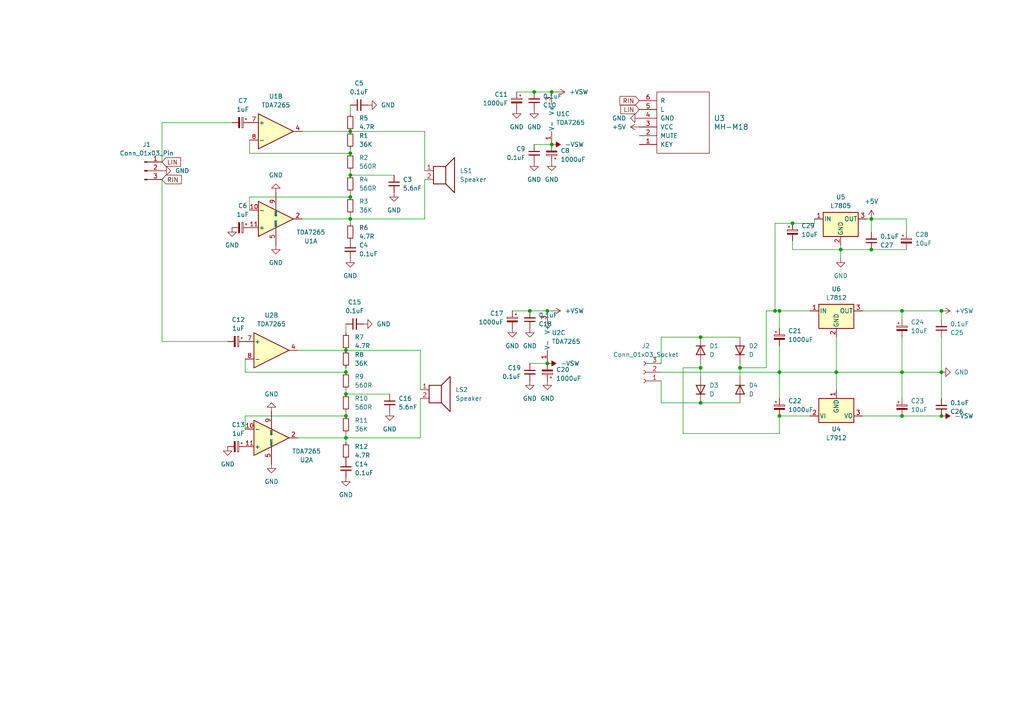
<source format=kicad_sch>
(kicad_sch
	(version 20250114)
	(generator "eeschema")
	(generator_version "9.0")
	(uuid "87c52fa1-b148-4455-847a-f3033800c55e")
	(paper "A4")
	(lib_symbols
		(symbol "Amplifier_Audio:TDA7265"
			(pin_names
				(offset 0.127)
			)
			(exclude_from_sim no)
			(in_bom yes)
			(on_board yes)
			(property "Reference" "U"
				(at 2.54 6.35 0)
				(effects
					(font
						(size 1.27 1.27)
					)
				)
			)
			(property "Value" "TDA7265"
				(at 5.08 3.81 0)
				(effects
					(font
						(size 1.27 1.27)
					)
				)
			)
			(property "Footprint" "Package_TO_SOT_THT:TO-220-11_P3.4x5.08mm_StaggerOdd_Lead4.85mm_Vertical"
				(at 0 0 0)
				(effects
					(font
						(size 1.27 1.27)
						(italic yes)
					)
					(hide yes)
				)
			)
			(property "Datasheet" "http://www.st.com/resource/en/datasheet/tda7265.pdf"
				(at 0 0 0)
				(effects
					(font
						(size 1.27 1.27)
					)
					(hide yes)
				)
			)
			(property "Description" "25W +25W Stereo Amplifier with Mute & St-by, TO-220-11"
				(at 0 0 0)
				(effects
					(font
						(size 1.27 1.27)
					)
					(hide yes)
				)
			)
			(property "ki_locked" ""
				(at 0 0 0)
				(effects
					(font
						(size 1.27 1.27)
					)
				)
			)
			(property "ki_keywords" "audio amplifier 2ch"
				(at 0 0 0)
				(effects
					(font
						(size 1.27 1.27)
					)
					(hide yes)
				)
			)
			(property "ki_fp_filters" "TO?220*StaggerOdd*"
				(at 0 0 0)
				(effects
					(font
						(size 1.27 1.27)
					)
					(hide yes)
				)
			)
			(symbol "TDA7265_1_1"
				(polyline
					(pts
						(xy 5.08 0) (xy -5.08 5.08) (xy -5.08 -5.08) (xy 5.08 0)
					)
					(stroke
						(width 0.254)
						(type default)
					)
					(fill
						(type background)
					)
				)
				(pin input line
					(at -7.62 2.54 0)
					(length 2.54)
					(name "+"
						(effects
							(font
								(size 1.27 1.27)
							)
						)
					)
					(number "11"
						(effects
							(font
								(size 1.27 1.27)
							)
						)
					)
				)
				(pin input line
					(at -7.62 -2.54 0)
					(length 2.54)
					(name "-"
						(effects
							(font
								(size 1.27 1.27)
							)
						)
					)
					(number "10"
						(effects
							(font
								(size 1.27 1.27)
							)
						)
					)
				)
				(pin input line
					(at 0 7.62 270)
					(length 5.08)
					(name "MUTE"
						(effects
							(font
								(size 0.508 0.508)
							)
						)
					)
					(number "5"
						(effects
							(font
								(size 1.27 1.27)
							)
						)
					)
				)
				(pin power_in line
					(at 0 -7.62 90)
					(length 5.08)
					(name "GND"
						(effects
							(font
								(size 0.508 0.508)
							)
						)
					)
					(number "9"
						(effects
							(font
								(size 1.27 1.27)
							)
						)
					)
				)
				(pin output line
					(at 7.62 0 180)
					(length 2.54)
					(name "~"
						(effects
							(font
								(size 1.27 1.27)
							)
						)
					)
					(number "2"
						(effects
							(font
								(size 1.27 1.27)
							)
						)
					)
				)
			)
			(symbol "TDA7265_2_1"
				(polyline
					(pts
						(xy 5.08 0) (xy -5.08 5.08) (xy -5.08 -5.08) (xy 5.08 0)
					)
					(stroke
						(width 0.254)
						(type default)
					)
					(fill
						(type background)
					)
				)
				(pin input line
					(at -7.62 2.54 0)
					(length 2.54)
					(name "+"
						(effects
							(font
								(size 1.27 1.27)
							)
						)
					)
					(number "7"
						(effects
							(font
								(size 1.27 1.27)
							)
						)
					)
				)
				(pin input line
					(at -7.62 -2.54 0)
					(length 2.54)
					(name "-"
						(effects
							(font
								(size 1.27 1.27)
							)
						)
					)
					(number "8"
						(effects
							(font
								(size 1.27 1.27)
							)
						)
					)
				)
				(pin output line
					(at 7.62 0 180)
					(length 2.54)
					(name "~"
						(effects
							(font
								(size 1.27 1.27)
							)
						)
					)
					(number "4"
						(effects
							(font
								(size 1.27 1.27)
							)
						)
					)
				)
			)
			(symbol "TDA7265_3_1"
				(pin power_in line
					(at -2.54 7.62 270)
					(length 3.81)
					(name "V+"
						(effects
							(font
								(size 1.27 1.27)
							)
						)
					)
					(number "3"
						(effects
							(font
								(size 1.27 1.27)
							)
						)
					)
				)
				(pin power_in line
					(at -2.54 -7.62 90)
					(length 3.81)
					(name "V-"
						(effects
							(font
								(size 1.27 1.27)
							)
						)
					)
					(number "1"
						(effects
							(font
								(size 1.27 1.27)
							)
						)
					)
				)
				(pin passive line
					(at -2.54 -7.62 90)
					(length 3.81)
					(hide yes)
					(name "V-"
						(effects
							(font
								(size 1.27 1.27)
							)
						)
					)
					(number "6"
						(effects
							(font
								(size 1.27 1.27)
							)
						)
					)
				)
			)
			(embedded_fonts no)
		)
		(symbol "Connector:Conn_01x03_Pin"
			(pin_names
				(offset 1.016)
				(hide yes)
			)
			(exclude_from_sim no)
			(in_bom yes)
			(on_board yes)
			(property "Reference" "J"
				(at 0 5.08 0)
				(effects
					(font
						(size 1.27 1.27)
					)
				)
			)
			(property "Value" "Conn_01x03_Pin"
				(at 0 -5.08 0)
				(effects
					(font
						(size 1.27 1.27)
					)
				)
			)
			(property "Footprint" ""
				(at 0 0 0)
				(effects
					(font
						(size 1.27 1.27)
					)
					(hide yes)
				)
			)
			(property "Datasheet" "~"
				(at 0 0 0)
				(effects
					(font
						(size 1.27 1.27)
					)
					(hide yes)
				)
			)
			(property "Description" "Generic connector, single row, 01x03, script generated"
				(at 0 0 0)
				(effects
					(font
						(size 1.27 1.27)
					)
					(hide yes)
				)
			)
			(property "ki_locked" ""
				(at 0 0 0)
				(effects
					(font
						(size 1.27 1.27)
					)
				)
			)
			(property "ki_keywords" "connector"
				(at 0 0 0)
				(effects
					(font
						(size 1.27 1.27)
					)
					(hide yes)
				)
			)
			(property "ki_fp_filters" "Connector*:*_1x??_*"
				(at 0 0 0)
				(effects
					(font
						(size 1.27 1.27)
					)
					(hide yes)
				)
			)
			(symbol "Conn_01x03_Pin_1_1"
				(rectangle
					(start 0.8636 2.667)
					(end 0 2.413)
					(stroke
						(width 0.1524)
						(type default)
					)
					(fill
						(type outline)
					)
				)
				(rectangle
					(start 0.8636 0.127)
					(end 0 -0.127)
					(stroke
						(width 0.1524)
						(type default)
					)
					(fill
						(type outline)
					)
				)
				(rectangle
					(start 0.8636 -2.413)
					(end 0 -2.667)
					(stroke
						(width 0.1524)
						(type default)
					)
					(fill
						(type outline)
					)
				)
				(polyline
					(pts
						(xy 1.27 2.54) (xy 0.8636 2.54)
					)
					(stroke
						(width 0.1524)
						(type default)
					)
					(fill
						(type none)
					)
				)
				(polyline
					(pts
						(xy 1.27 0) (xy 0.8636 0)
					)
					(stroke
						(width 0.1524)
						(type default)
					)
					(fill
						(type none)
					)
				)
				(polyline
					(pts
						(xy 1.27 -2.54) (xy 0.8636 -2.54)
					)
					(stroke
						(width 0.1524)
						(type default)
					)
					(fill
						(type none)
					)
				)
				(pin passive line
					(at 5.08 2.54 180)
					(length 3.81)
					(name "Pin_1"
						(effects
							(font
								(size 1.27 1.27)
							)
						)
					)
					(number "1"
						(effects
							(font
								(size 1.27 1.27)
							)
						)
					)
				)
				(pin passive line
					(at 5.08 0 180)
					(length 3.81)
					(name "Pin_2"
						(effects
							(font
								(size 1.27 1.27)
							)
						)
					)
					(number "2"
						(effects
							(font
								(size 1.27 1.27)
							)
						)
					)
				)
				(pin passive line
					(at 5.08 -2.54 180)
					(length 3.81)
					(name "Pin_3"
						(effects
							(font
								(size 1.27 1.27)
							)
						)
					)
					(number "3"
						(effects
							(font
								(size 1.27 1.27)
							)
						)
					)
				)
			)
			(embedded_fonts no)
		)
		(symbol "Connector:Conn_01x03_Socket"
			(pin_names
				(offset 1.016)
				(hide yes)
			)
			(exclude_from_sim no)
			(in_bom yes)
			(on_board yes)
			(property "Reference" "J"
				(at 0 5.08 0)
				(effects
					(font
						(size 1.27 1.27)
					)
				)
			)
			(property "Value" "Conn_01x03_Socket"
				(at 0 -5.08 0)
				(effects
					(font
						(size 1.27 1.27)
					)
				)
			)
			(property "Footprint" ""
				(at 0 0 0)
				(effects
					(font
						(size 1.27 1.27)
					)
					(hide yes)
				)
			)
			(property "Datasheet" "~"
				(at 0 0 0)
				(effects
					(font
						(size 1.27 1.27)
					)
					(hide yes)
				)
			)
			(property "Description" "Generic connector, single row, 01x03, script generated"
				(at 0 0 0)
				(effects
					(font
						(size 1.27 1.27)
					)
					(hide yes)
				)
			)
			(property "ki_locked" ""
				(at 0 0 0)
				(effects
					(font
						(size 1.27 1.27)
					)
				)
			)
			(property "ki_keywords" "connector"
				(at 0 0 0)
				(effects
					(font
						(size 1.27 1.27)
					)
					(hide yes)
				)
			)
			(property "ki_fp_filters" "Connector*:*_1x??_*"
				(at 0 0 0)
				(effects
					(font
						(size 1.27 1.27)
					)
					(hide yes)
				)
			)
			(symbol "Conn_01x03_Socket_1_1"
				(polyline
					(pts
						(xy -1.27 2.54) (xy -0.508 2.54)
					)
					(stroke
						(width 0.1524)
						(type default)
					)
					(fill
						(type none)
					)
				)
				(polyline
					(pts
						(xy -1.27 0) (xy -0.508 0)
					)
					(stroke
						(width 0.1524)
						(type default)
					)
					(fill
						(type none)
					)
				)
				(polyline
					(pts
						(xy -1.27 -2.54) (xy -0.508 -2.54)
					)
					(stroke
						(width 0.1524)
						(type default)
					)
					(fill
						(type none)
					)
				)
				(arc
					(start 0 2.032)
					(mid -0.5058 2.54)
					(end 0 3.048)
					(stroke
						(width 0.1524)
						(type default)
					)
					(fill
						(type none)
					)
				)
				(arc
					(start 0 -0.508)
					(mid -0.5058 0)
					(end 0 0.508)
					(stroke
						(width 0.1524)
						(type default)
					)
					(fill
						(type none)
					)
				)
				(arc
					(start 0 -3.048)
					(mid -0.5058 -2.54)
					(end 0 -2.032)
					(stroke
						(width 0.1524)
						(type default)
					)
					(fill
						(type none)
					)
				)
				(pin passive line
					(at -5.08 2.54 0)
					(length 3.81)
					(name "Pin_1"
						(effects
							(font
								(size 1.27 1.27)
							)
						)
					)
					(number "1"
						(effects
							(font
								(size 1.27 1.27)
							)
						)
					)
				)
				(pin passive line
					(at -5.08 0 0)
					(length 3.81)
					(name "Pin_2"
						(effects
							(font
								(size 1.27 1.27)
							)
						)
					)
					(number "2"
						(effects
							(font
								(size 1.27 1.27)
							)
						)
					)
				)
				(pin passive line
					(at -5.08 -2.54 0)
					(length 3.81)
					(name "Pin_3"
						(effects
							(font
								(size 1.27 1.27)
							)
						)
					)
					(number "3"
						(effects
							(font
								(size 1.27 1.27)
							)
						)
					)
				)
			)
			(embedded_fonts no)
		)
		(symbol "Device:C_Polarized_Small"
			(pin_numbers
				(hide yes)
			)
			(pin_names
				(offset 0.254)
				(hide yes)
			)
			(exclude_from_sim no)
			(in_bom yes)
			(on_board yes)
			(property "Reference" "C"
				(at 0.254 1.778 0)
				(effects
					(font
						(size 1.27 1.27)
					)
					(justify left)
				)
			)
			(property "Value" "C_Polarized_Small"
				(at 0.254 -2.032 0)
				(effects
					(font
						(size 1.27 1.27)
					)
					(justify left)
				)
			)
			(property "Footprint" ""
				(at 0 0 0)
				(effects
					(font
						(size 1.27 1.27)
					)
					(hide yes)
				)
			)
			(property "Datasheet" "~"
				(at 0 0 0)
				(effects
					(font
						(size 1.27 1.27)
					)
					(hide yes)
				)
			)
			(property "Description" "Polarized capacitor, small symbol"
				(at 0 0 0)
				(effects
					(font
						(size 1.27 1.27)
					)
					(hide yes)
				)
			)
			(property "ki_keywords" "cap capacitor"
				(at 0 0 0)
				(effects
					(font
						(size 1.27 1.27)
					)
					(hide yes)
				)
			)
			(property "ki_fp_filters" "CP_*"
				(at 0 0 0)
				(effects
					(font
						(size 1.27 1.27)
					)
					(hide yes)
				)
			)
			(symbol "C_Polarized_Small_0_1"
				(rectangle
					(start -1.524 0.6858)
					(end 1.524 0.3048)
					(stroke
						(width 0)
						(type default)
					)
					(fill
						(type none)
					)
				)
				(rectangle
					(start -1.524 -0.3048)
					(end 1.524 -0.6858)
					(stroke
						(width 0)
						(type default)
					)
					(fill
						(type outline)
					)
				)
				(polyline
					(pts
						(xy -1.27 1.524) (xy -0.762 1.524)
					)
					(stroke
						(width 0)
						(type default)
					)
					(fill
						(type none)
					)
				)
				(polyline
					(pts
						(xy -1.016 1.27) (xy -1.016 1.778)
					)
					(stroke
						(width 0)
						(type default)
					)
					(fill
						(type none)
					)
				)
			)
			(symbol "C_Polarized_Small_1_1"
				(pin passive line
					(at 0 2.54 270)
					(length 1.8542)
					(name "~"
						(effects
							(font
								(size 1.27 1.27)
							)
						)
					)
					(number "1"
						(effects
							(font
								(size 1.27 1.27)
							)
						)
					)
				)
				(pin passive line
					(at 0 -2.54 90)
					(length 1.8542)
					(name "~"
						(effects
							(font
								(size 1.27 1.27)
							)
						)
					)
					(number "2"
						(effects
							(font
								(size 1.27 1.27)
							)
						)
					)
				)
			)
			(embedded_fonts no)
		)
		(symbol "Device:C_Small"
			(pin_numbers
				(hide yes)
			)
			(pin_names
				(offset 0.254)
				(hide yes)
			)
			(exclude_from_sim no)
			(in_bom yes)
			(on_board yes)
			(property "Reference" "C"
				(at 0.254 1.778 0)
				(effects
					(font
						(size 1.27 1.27)
					)
					(justify left)
				)
			)
			(property "Value" "C_Small"
				(at 0.254 -2.032 0)
				(effects
					(font
						(size 1.27 1.27)
					)
					(justify left)
				)
			)
			(property "Footprint" ""
				(at 0 0 0)
				(effects
					(font
						(size 1.27 1.27)
					)
					(hide yes)
				)
			)
			(property "Datasheet" "~"
				(at 0 0 0)
				(effects
					(font
						(size 1.27 1.27)
					)
					(hide yes)
				)
			)
			(property "Description" "Unpolarized capacitor, small symbol"
				(at 0 0 0)
				(effects
					(font
						(size 1.27 1.27)
					)
					(hide yes)
				)
			)
			(property "ki_keywords" "capacitor cap"
				(at 0 0 0)
				(effects
					(font
						(size 1.27 1.27)
					)
					(hide yes)
				)
			)
			(property "ki_fp_filters" "C_*"
				(at 0 0 0)
				(effects
					(font
						(size 1.27 1.27)
					)
					(hide yes)
				)
			)
			(symbol "C_Small_0_1"
				(polyline
					(pts
						(xy -1.524 0.508) (xy 1.524 0.508)
					)
					(stroke
						(width 0.3048)
						(type default)
					)
					(fill
						(type none)
					)
				)
				(polyline
					(pts
						(xy -1.524 -0.508) (xy 1.524 -0.508)
					)
					(stroke
						(width 0.3302)
						(type default)
					)
					(fill
						(type none)
					)
				)
			)
			(symbol "C_Small_1_1"
				(pin passive line
					(at 0 2.54 270)
					(length 2.032)
					(name "~"
						(effects
							(font
								(size 1.27 1.27)
							)
						)
					)
					(number "1"
						(effects
							(font
								(size 1.27 1.27)
							)
						)
					)
				)
				(pin passive line
					(at 0 -2.54 90)
					(length 2.032)
					(name "~"
						(effects
							(font
								(size 1.27 1.27)
							)
						)
					)
					(number "2"
						(effects
							(font
								(size 1.27 1.27)
							)
						)
					)
				)
			)
			(embedded_fonts no)
		)
		(symbol "Device:D"
			(pin_numbers
				(hide yes)
			)
			(pin_names
				(offset 1.016)
				(hide yes)
			)
			(exclude_from_sim no)
			(in_bom yes)
			(on_board yes)
			(property "Reference" "D"
				(at 0 2.54 0)
				(effects
					(font
						(size 1.27 1.27)
					)
				)
			)
			(property "Value" "D"
				(at 0 -2.54 0)
				(effects
					(font
						(size 1.27 1.27)
					)
				)
			)
			(property "Footprint" ""
				(at 0 0 0)
				(effects
					(font
						(size 1.27 1.27)
					)
					(hide yes)
				)
			)
			(property "Datasheet" "~"
				(at 0 0 0)
				(effects
					(font
						(size 1.27 1.27)
					)
					(hide yes)
				)
			)
			(property "Description" "Diode"
				(at 0 0 0)
				(effects
					(font
						(size 1.27 1.27)
					)
					(hide yes)
				)
			)
			(property "Sim.Device" "D"
				(at 0 0 0)
				(effects
					(font
						(size 1.27 1.27)
					)
					(hide yes)
				)
			)
			(property "Sim.Pins" "1=K 2=A"
				(at 0 0 0)
				(effects
					(font
						(size 1.27 1.27)
					)
					(hide yes)
				)
			)
			(property "ki_keywords" "diode"
				(at 0 0 0)
				(effects
					(font
						(size 1.27 1.27)
					)
					(hide yes)
				)
			)
			(property "ki_fp_filters" "TO-???* *_Diode_* *SingleDiode* D_*"
				(at 0 0 0)
				(effects
					(font
						(size 1.27 1.27)
					)
					(hide yes)
				)
			)
			(symbol "D_0_1"
				(polyline
					(pts
						(xy -1.27 1.27) (xy -1.27 -1.27)
					)
					(stroke
						(width 0.254)
						(type default)
					)
					(fill
						(type none)
					)
				)
				(polyline
					(pts
						(xy 1.27 1.27) (xy 1.27 -1.27) (xy -1.27 0) (xy 1.27 1.27)
					)
					(stroke
						(width 0.254)
						(type default)
					)
					(fill
						(type none)
					)
				)
				(polyline
					(pts
						(xy 1.27 0) (xy -1.27 0)
					)
					(stroke
						(width 0)
						(type default)
					)
					(fill
						(type none)
					)
				)
			)
			(symbol "D_1_1"
				(pin passive line
					(at -3.81 0 0)
					(length 2.54)
					(name "K"
						(effects
							(font
								(size 1.27 1.27)
							)
						)
					)
					(number "1"
						(effects
							(font
								(size 1.27 1.27)
							)
						)
					)
				)
				(pin passive line
					(at 3.81 0 180)
					(length 2.54)
					(name "A"
						(effects
							(font
								(size 1.27 1.27)
							)
						)
					)
					(number "2"
						(effects
							(font
								(size 1.27 1.27)
							)
						)
					)
				)
			)
			(embedded_fonts no)
		)
		(symbol "Device:R_Small"
			(pin_numbers
				(hide yes)
			)
			(pin_names
				(offset 0.254)
				(hide yes)
			)
			(exclude_from_sim no)
			(in_bom yes)
			(on_board yes)
			(property "Reference" "R"
				(at 0.762 0.508 0)
				(effects
					(font
						(size 1.27 1.27)
					)
					(justify left)
				)
			)
			(property "Value" "R_Small"
				(at 0.762 -1.016 0)
				(effects
					(font
						(size 1.27 1.27)
					)
					(justify left)
				)
			)
			(property "Footprint" ""
				(at 0 0 0)
				(effects
					(font
						(size 1.27 1.27)
					)
					(hide yes)
				)
			)
			(property "Datasheet" "~"
				(at 0 0 0)
				(effects
					(font
						(size 1.27 1.27)
					)
					(hide yes)
				)
			)
			(property "Description" "Resistor, small symbol"
				(at 0 0 0)
				(effects
					(font
						(size 1.27 1.27)
					)
					(hide yes)
				)
			)
			(property "ki_keywords" "R resistor"
				(at 0 0 0)
				(effects
					(font
						(size 1.27 1.27)
					)
					(hide yes)
				)
			)
			(property "ki_fp_filters" "R_*"
				(at 0 0 0)
				(effects
					(font
						(size 1.27 1.27)
					)
					(hide yes)
				)
			)
			(symbol "R_Small_0_1"
				(rectangle
					(start -0.762 1.778)
					(end 0.762 -1.778)
					(stroke
						(width 0.2032)
						(type default)
					)
					(fill
						(type none)
					)
				)
			)
			(symbol "R_Small_1_1"
				(pin passive line
					(at 0 2.54 270)
					(length 0.762)
					(name "~"
						(effects
							(font
								(size 1.27 1.27)
							)
						)
					)
					(number "1"
						(effects
							(font
								(size 1.27 1.27)
							)
						)
					)
				)
				(pin passive line
					(at 0 -2.54 90)
					(length 0.762)
					(name "~"
						(effects
							(font
								(size 1.27 1.27)
							)
						)
					)
					(number "2"
						(effects
							(font
								(size 1.27 1.27)
							)
						)
					)
				)
			)
			(embedded_fonts no)
		)
		(symbol "Device:Speaker"
			(pin_names
				(offset 0)
				(hide yes)
			)
			(exclude_from_sim no)
			(in_bom yes)
			(on_board yes)
			(property "Reference" "LS"
				(at 1.27 5.715 0)
				(effects
					(font
						(size 1.27 1.27)
					)
					(justify right)
				)
			)
			(property "Value" "Speaker"
				(at 1.27 3.81 0)
				(effects
					(font
						(size 1.27 1.27)
					)
					(justify right)
				)
			)
			(property "Footprint" ""
				(at 0 -5.08 0)
				(effects
					(font
						(size 1.27 1.27)
					)
					(hide yes)
				)
			)
			(property "Datasheet" "~"
				(at -0.254 -1.27 0)
				(effects
					(font
						(size 1.27 1.27)
					)
					(hide yes)
				)
			)
			(property "Description" "Speaker"
				(at 0 0 0)
				(effects
					(font
						(size 1.27 1.27)
					)
					(hide yes)
				)
			)
			(property "ki_keywords" "speaker sound"
				(at 0 0 0)
				(effects
					(font
						(size 1.27 1.27)
					)
					(hide yes)
				)
			)
			(symbol "Speaker_0_0"
				(rectangle
					(start -2.54 1.27)
					(end 1.016 -3.81)
					(stroke
						(width 0.254)
						(type default)
					)
					(fill
						(type none)
					)
				)
				(polyline
					(pts
						(xy 1.016 1.27) (xy 3.556 3.81) (xy 3.556 -6.35) (xy 1.016 -3.81)
					)
					(stroke
						(width 0.254)
						(type default)
					)
					(fill
						(type none)
					)
				)
			)
			(symbol "Speaker_1_1"
				(pin input line
					(at -5.08 0 0)
					(length 2.54)
					(name "1"
						(effects
							(font
								(size 1.27 1.27)
							)
						)
					)
					(number "1"
						(effects
							(font
								(size 1.27 1.27)
							)
						)
					)
				)
				(pin input line
					(at -5.08 -2.54 0)
					(length 2.54)
					(name "2"
						(effects
							(font
								(size 1.27 1.27)
							)
						)
					)
					(number "2"
						(effects
							(font
								(size 1.27 1.27)
							)
						)
					)
				)
			)
			(embedded_fonts no)
		)
		(symbol "Regulator_Linear:L7805"
			(pin_names
				(offset 0.254)
			)
			(exclude_from_sim no)
			(in_bom yes)
			(on_board yes)
			(property "Reference" "U"
				(at -3.81 3.175 0)
				(effects
					(font
						(size 1.27 1.27)
					)
				)
			)
			(property "Value" "L7805"
				(at 0 3.175 0)
				(effects
					(font
						(size 1.27 1.27)
					)
					(justify left)
				)
			)
			(property "Footprint" ""
				(at 0.635 -3.81 0)
				(effects
					(font
						(size 1.27 1.27)
						(italic yes)
					)
					(justify left)
					(hide yes)
				)
			)
			(property "Datasheet" "http://www.st.com/content/ccc/resource/technical/document/datasheet/41/4f/b3/b0/12/d4/47/88/CD00000444.pdf/files/CD00000444.pdf/jcr:content/translations/en.CD00000444.pdf"
				(at 0 -1.27 0)
				(effects
					(font
						(size 1.27 1.27)
					)
					(hide yes)
				)
			)
			(property "Description" "Positive 1.5A 35V Linear Regulator, Fixed Output 5V, TO-220/TO-263/TO-252"
				(at 0 0 0)
				(effects
					(font
						(size 1.27 1.27)
					)
					(hide yes)
				)
			)
			(property "ki_keywords" "Voltage Regulator 1.5A Positive"
				(at 0 0 0)
				(effects
					(font
						(size 1.27 1.27)
					)
					(hide yes)
				)
			)
			(property "ki_fp_filters" "TO?252* TO?263* TO?220*"
				(at 0 0 0)
				(effects
					(font
						(size 1.27 1.27)
					)
					(hide yes)
				)
			)
			(symbol "L7805_0_1"
				(rectangle
					(start -5.08 1.905)
					(end 5.08 -5.08)
					(stroke
						(width 0.254)
						(type default)
					)
					(fill
						(type background)
					)
				)
			)
			(symbol "L7805_1_1"
				(pin power_in line
					(at -7.62 0 0)
					(length 2.54)
					(name "IN"
						(effects
							(font
								(size 1.27 1.27)
							)
						)
					)
					(number "1"
						(effects
							(font
								(size 1.27 1.27)
							)
						)
					)
				)
				(pin power_in line
					(at 0 -7.62 90)
					(length 2.54)
					(name "GND"
						(effects
							(font
								(size 1.27 1.27)
							)
						)
					)
					(number "2"
						(effects
							(font
								(size 1.27 1.27)
							)
						)
					)
				)
				(pin power_out line
					(at 7.62 0 180)
					(length 2.54)
					(name "OUT"
						(effects
							(font
								(size 1.27 1.27)
							)
						)
					)
					(number "3"
						(effects
							(font
								(size 1.27 1.27)
							)
						)
					)
				)
			)
			(embedded_fonts no)
		)
		(symbol "Regulator_Linear:L7812"
			(pin_names
				(offset 0.254)
			)
			(exclude_from_sim no)
			(in_bom yes)
			(on_board yes)
			(property "Reference" "U"
				(at -3.81 3.175 0)
				(effects
					(font
						(size 1.27 1.27)
					)
				)
			)
			(property "Value" "L7812"
				(at 0 3.175 0)
				(effects
					(font
						(size 1.27 1.27)
					)
					(justify left)
				)
			)
			(property "Footprint" ""
				(at 0.635 -3.81 0)
				(effects
					(font
						(size 1.27 1.27)
						(italic yes)
					)
					(justify left)
					(hide yes)
				)
			)
			(property "Datasheet" "http://www.st.com/content/ccc/resource/technical/document/datasheet/41/4f/b3/b0/12/d4/47/88/CD00000444.pdf/files/CD00000444.pdf/jcr:content/translations/en.CD00000444.pdf"
				(at 0 -1.27 0)
				(effects
					(font
						(size 1.27 1.27)
					)
					(hide yes)
				)
			)
			(property "Description" "Positive 1.5A 35V Linear Regulator, Fixed Output 12V, TO-220/TO-263/TO-252"
				(at 0 0 0)
				(effects
					(font
						(size 1.27 1.27)
					)
					(hide yes)
				)
			)
			(property "ki_keywords" "Voltage Regulator 1.5A Positive"
				(at 0 0 0)
				(effects
					(font
						(size 1.27 1.27)
					)
					(hide yes)
				)
			)
			(property "ki_fp_filters" "TO?252* TO?263* TO?220*"
				(at 0 0 0)
				(effects
					(font
						(size 1.27 1.27)
					)
					(hide yes)
				)
			)
			(symbol "L7812_0_1"
				(rectangle
					(start -5.08 1.905)
					(end 5.08 -5.08)
					(stroke
						(width 0.254)
						(type default)
					)
					(fill
						(type background)
					)
				)
			)
			(symbol "L7812_1_1"
				(pin power_in line
					(at -7.62 0 0)
					(length 2.54)
					(name "IN"
						(effects
							(font
								(size 1.27 1.27)
							)
						)
					)
					(number "1"
						(effects
							(font
								(size 1.27 1.27)
							)
						)
					)
				)
				(pin power_in line
					(at 0 -7.62 90)
					(length 2.54)
					(name "GND"
						(effects
							(font
								(size 1.27 1.27)
							)
						)
					)
					(number "2"
						(effects
							(font
								(size 1.27 1.27)
							)
						)
					)
				)
				(pin power_out line
					(at 7.62 0 180)
					(length 2.54)
					(name "OUT"
						(effects
							(font
								(size 1.27 1.27)
							)
						)
					)
					(number "3"
						(effects
							(font
								(size 1.27 1.27)
							)
						)
					)
				)
			)
			(embedded_fonts no)
		)
		(symbol "Regulator_Linear:L7912"
			(pin_names
				(offset 0.254)
			)
			(exclude_from_sim no)
			(in_bom yes)
			(on_board yes)
			(property "Reference" "U"
				(at -3.81 -3.175 0)
				(effects
					(font
						(size 1.27 1.27)
					)
				)
			)
			(property "Value" "L7912"
				(at 0 -3.175 0)
				(effects
					(font
						(size 1.27 1.27)
					)
					(justify left)
				)
			)
			(property "Footprint" ""
				(at 0 -5.08 0)
				(effects
					(font
						(size 1.27 1.27)
						(italic yes)
					)
					(hide yes)
				)
			)
			(property "Datasheet" "http://www.st.com/content/ccc/resource/technical/document/datasheet/c9/16/86/41/c7/2b/45/f2/CD00000450.pdf/files/CD00000450.pdf/jcr:content/translations/en.CD00000450.pdf"
				(at 0 0 0)
				(effects
					(font
						(size 1.27 1.27)
					)
					(hide yes)
				)
			)
			(property "Description" "Negative 1.5A 35V Linear Regulator, Fixed Output -12V, TO-220/TO-263"
				(at 0 0 0)
				(effects
					(font
						(size 1.27 1.27)
					)
					(hide yes)
				)
			)
			(property "ki_keywords" "Voltage Regulator 1.5A Negative"
				(at 0 0 0)
				(effects
					(font
						(size 1.27 1.27)
					)
					(hide yes)
				)
			)
			(property "ki_fp_filters" "TO?220* TO?263*"
				(at 0 0 0)
				(effects
					(font
						(size 1.27 1.27)
					)
					(hide yes)
				)
			)
			(symbol "L7912_0_1"
				(rectangle
					(start -5.08 5.08)
					(end 5.08 -1.905)
					(stroke
						(width 0.254)
						(type default)
					)
					(fill
						(type background)
					)
				)
			)
			(symbol "L7912_1_1"
				(pin power_in line
					(at -7.62 0 0)
					(length 2.54)
					(name "VI"
						(effects
							(font
								(size 1.27 1.27)
							)
						)
					)
					(number "2"
						(effects
							(font
								(size 1.27 1.27)
							)
						)
					)
				)
				(pin power_in line
					(at 0 7.62 270)
					(length 2.54)
					(name "GND"
						(effects
							(font
								(size 1.27 1.27)
							)
						)
					)
					(number "1"
						(effects
							(font
								(size 1.27 1.27)
							)
						)
					)
				)
				(pin power_out line
					(at 7.62 0 180)
					(length 2.54)
					(name "VO"
						(effects
							(font
								(size 1.27 1.27)
							)
						)
					)
					(number "3"
						(effects
							(font
								(size 1.27 1.27)
							)
						)
					)
				)
			)
			(embedded_fonts no)
		)
		(symbol "kicad-custom-parts:MH-M18"
			(pin_names
				(offset 1.016)
			)
			(exclude_from_sim no)
			(in_bom yes)
			(on_board yes)
			(property "Reference" "U"
				(at 0 0 0)
				(effects
					(font
						(size 1.524 1.524)
					)
				)
			)
			(property "Value" "MH-M18"
				(at 0 12.7 0)
				(effects
					(font
						(size 1.524 1.524)
					)
				)
			)
			(property "Footprint" ""
				(at 0 0 0)
				(effects
					(font
						(size 1.524 1.524)
					)
					(hide yes)
				)
			)
			(property "Datasheet" ""
				(at 0 0 0)
				(effects
					(font
						(size 1.524 1.524)
					)
					(hide yes)
				)
			)
			(property "Description" ""
				(at 0 0 0)
				(effects
					(font
						(size 1.27 1.27)
					)
					(hide yes)
				)
			)
			(symbol "MH-M18_0_1"
				(rectangle
					(start -7.62 8.89)
					(end 7.62 -8.89)
					(stroke
						(width 0)
						(type solid)
					)
					(fill
						(type none)
					)
				)
			)
			(symbol "MH-M18_1_1"
				(pin input line
					(at 12.7 6.35 180)
					(length 5.08)
					(name "KEY"
						(effects
							(font
								(size 1.27 1.27)
							)
						)
					)
					(number "1"
						(effects
							(font
								(size 1.27 1.27)
							)
						)
					)
				)
				(pin input line
					(at 12.7 3.81 180)
					(length 5.08)
					(name "MUTE"
						(effects
							(font
								(size 1.27 1.27)
							)
						)
					)
					(number "2"
						(effects
							(font
								(size 1.27 1.27)
							)
						)
					)
				)
				(pin input line
					(at 12.7 1.27 180)
					(length 5.08)
					(name "VCC"
						(effects
							(font
								(size 1.27 1.27)
							)
						)
					)
					(number "3"
						(effects
							(font
								(size 1.27 1.27)
							)
						)
					)
				)
				(pin input line
					(at 12.7 -1.27 180)
					(length 5.08)
					(name "GND"
						(effects
							(font
								(size 1.27 1.27)
							)
						)
					)
					(number "4"
						(effects
							(font
								(size 1.27 1.27)
							)
						)
					)
				)
				(pin output line
					(at 12.7 -3.81 180)
					(length 5.08)
					(name "L"
						(effects
							(font
								(size 1.27 1.27)
							)
						)
					)
					(number "5"
						(effects
							(font
								(size 1.27 1.27)
							)
						)
					)
				)
				(pin input line
					(at 12.7 -6.35 180)
					(length 5.08)
					(name "R"
						(effects
							(font
								(size 1.27 1.27)
							)
						)
					)
					(number "6"
						(effects
							(font
								(size 1.27 1.27)
							)
						)
					)
				)
			)
			(embedded_fonts no)
		)
		(symbol "power:+5V"
			(power)
			(pin_numbers
				(hide yes)
			)
			(pin_names
				(offset 0)
				(hide yes)
			)
			(exclude_from_sim no)
			(in_bom yes)
			(on_board yes)
			(property "Reference" "#PWR"
				(at 0 -3.81 0)
				(effects
					(font
						(size 1.27 1.27)
					)
					(hide yes)
				)
			)
			(property "Value" "+5V"
				(at 0 3.556 0)
				(effects
					(font
						(size 1.27 1.27)
					)
				)
			)
			(property "Footprint" ""
				(at 0 0 0)
				(effects
					(font
						(size 1.27 1.27)
					)
					(hide yes)
				)
			)
			(property "Datasheet" ""
				(at 0 0 0)
				(effects
					(font
						(size 1.27 1.27)
					)
					(hide yes)
				)
			)
			(property "Description" "Power symbol creates a global label with name \"+5V\""
				(at 0 0 0)
				(effects
					(font
						(size 1.27 1.27)
					)
					(hide yes)
				)
			)
			(property "ki_keywords" "global power"
				(at 0 0 0)
				(effects
					(font
						(size 1.27 1.27)
					)
					(hide yes)
				)
			)
			(symbol "+5V_0_1"
				(polyline
					(pts
						(xy -0.762 1.27) (xy 0 2.54)
					)
					(stroke
						(width 0)
						(type default)
					)
					(fill
						(type none)
					)
				)
				(polyline
					(pts
						(xy 0 2.54) (xy 0.762 1.27)
					)
					(stroke
						(width 0)
						(type default)
					)
					(fill
						(type none)
					)
				)
				(polyline
					(pts
						(xy 0 0) (xy 0 2.54)
					)
					(stroke
						(width 0)
						(type default)
					)
					(fill
						(type none)
					)
				)
			)
			(symbol "+5V_1_1"
				(pin power_in line
					(at 0 0 90)
					(length 0)
					(name "~"
						(effects
							(font
								(size 1.27 1.27)
							)
						)
					)
					(number "1"
						(effects
							(font
								(size 1.27 1.27)
							)
						)
					)
				)
			)
			(embedded_fonts no)
		)
		(symbol "power:+VSW"
			(power)
			(pin_numbers
				(hide yes)
			)
			(pin_names
				(offset 0)
				(hide yes)
			)
			(exclude_from_sim no)
			(in_bom yes)
			(on_board yes)
			(property "Reference" "#PWR"
				(at 0 -3.81 0)
				(effects
					(font
						(size 1.27 1.27)
					)
					(hide yes)
				)
			)
			(property "Value" "+VSW"
				(at 0 3.556 0)
				(effects
					(font
						(size 1.27 1.27)
					)
				)
			)
			(property "Footprint" ""
				(at 0 0 0)
				(effects
					(font
						(size 1.27 1.27)
					)
					(hide yes)
				)
			)
			(property "Datasheet" ""
				(at 0 0 0)
				(effects
					(font
						(size 1.27 1.27)
					)
					(hide yes)
				)
			)
			(property "Description" "Power symbol creates a global label with name \"+VSW\""
				(at 0 0 0)
				(effects
					(font
						(size 1.27 1.27)
					)
					(hide yes)
				)
			)
			(property "ki_keywords" "global power"
				(at 0 0 0)
				(effects
					(font
						(size 1.27 1.27)
					)
					(hide yes)
				)
			)
			(symbol "+VSW_0_1"
				(polyline
					(pts
						(xy -0.762 1.27) (xy 0 2.54)
					)
					(stroke
						(width 0)
						(type default)
					)
					(fill
						(type none)
					)
				)
				(polyline
					(pts
						(xy 0 2.54) (xy 0.762 1.27)
					)
					(stroke
						(width 0)
						(type default)
					)
					(fill
						(type none)
					)
				)
				(polyline
					(pts
						(xy 0 0) (xy 0 2.54)
					)
					(stroke
						(width 0)
						(type default)
					)
					(fill
						(type none)
					)
				)
			)
			(symbol "+VSW_1_1"
				(pin power_in line
					(at 0 0 90)
					(length 0)
					(name "~"
						(effects
							(font
								(size 1.27 1.27)
							)
						)
					)
					(number "1"
						(effects
							(font
								(size 1.27 1.27)
							)
						)
					)
				)
			)
			(embedded_fonts no)
		)
		(symbol "power:-VSW"
			(power)
			(pin_numbers
				(hide yes)
			)
			(pin_names
				(offset 0)
				(hide yes)
			)
			(exclude_from_sim no)
			(in_bom yes)
			(on_board yes)
			(property "Reference" "#PWR"
				(at 0 -3.81 0)
				(effects
					(font
						(size 1.27 1.27)
					)
					(hide yes)
				)
			)
			(property "Value" "-VSW"
				(at 0 3.556 0)
				(effects
					(font
						(size 1.27 1.27)
					)
				)
			)
			(property "Footprint" ""
				(at 0 0 0)
				(effects
					(font
						(size 1.27 1.27)
					)
					(hide yes)
				)
			)
			(property "Datasheet" ""
				(at 0 0 0)
				(effects
					(font
						(size 1.27 1.27)
					)
					(hide yes)
				)
			)
			(property "Description" "Power symbol creates a global label with name \"-VSW\""
				(at 0 0 0)
				(effects
					(font
						(size 1.27 1.27)
					)
					(hide yes)
				)
			)
			(property "ki_keywords" "global power"
				(at 0 0 0)
				(effects
					(font
						(size 1.27 1.27)
					)
					(hide yes)
				)
			)
			(symbol "-VSW_0_0"
				(pin power_in line
					(at 0 0 90)
					(length 0)
					(name "~"
						(effects
							(font
								(size 1.27 1.27)
							)
						)
					)
					(number "1"
						(effects
							(font
								(size 1.27 1.27)
							)
						)
					)
				)
			)
			(symbol "-VSW_0_1"
				(polyline
					(pts
						(xy 0 0) (xy 0 1.27) (xy 0.762 1.27) (xy 0 2.54) (xy -0.762 1.27) (xy 0 1.27)
					)
					(stroke
						(width 0)
						(type default)
					)
					(fill
						(type outline)
					)
				)
			)
			(embedded_fonts no)
		)
		(symbol "power:GND"
			(power)
			(pin_numbers
				(hide yes)
			)
			(pin_names
				(offset 0)
				(hide yes)
			)
			(exclude_from_sim no)
			(in_bom yes)
			(on_board yes)
			(property "Reference" "#PWR"
				(at 0 -6.35 0)
				(effects
					(font
						(size 1.27 1.27)
					)
					(hide yes)
				)
			)
			(property "Value" "GND"
				(at 0 -3.81 0)
				(effects
					(font
						(size 1.27 1.27)
					)
				)
			)
			(property "Footprint" ""
				(at 0 0 0)
				(effects
					(font
						(size 1.27 1.27)
					)
					(hide yes)
				)
			)
			(property "Datasheet" ""
				(at 0 0 0)
				(effects
					(font
						(size 1.27 1.27)
					)
					(hide yes)
				)
			)
			(property "Description" "Power symbol creates a global label with name \"GND\" , ground"
				(at 0 0 0)
				(effects
					(font
						(size 1.27 1.27)
					)
					(hide yes)
				)
			)
			(property "ki_keywords" "global power"
				(at 0 0 0)
				(effects
					(font
						(size 1.27 1.27)
					)
					(hide yes)
				)
			)
			(symbol "GND_0_1"
				(polyline
					(pts
						(xy 0 0) (xy 0 -1.27) (xy 1.27 -1.27) (xy 0 -2.54) (xy -1.27 -1.27) (xy 0 -1.27)
					)
					(stroke
						(width 0)
						(type default)
					)
					(fill
						(type none)
					)
				)
			)
			(symbol "GND_1_1"
				(pin power_in line
					(at 0 0 270)
					(length 0)
					(name "~"
						(effects
							(font
								(size 1.27 1.27)
							)
						)
					)
					(number "1"
						(effects
							(font
								(size 1.27 1.27)
							)
						)
					)
				)
			)
			(embedded_fonts no)
		)
	)
	(junction
		(at 100.33 107.95)
		(diameter 0)
		(color 0 0 0 0)
		(uuid "00e7f598-5f18-479f-bd6d-9b71b96d6ee7")
	)
	(junction
		(at 203.2 116.84)
		(diameter 0)
		(color 0 0 0 0)
		(uuid "0ef35ff2-667c-4cb0-89d2-947cbaf7efe3")
	)
	(junction
		(at 273.05 120.65)
		(diameter 0)
		(color 0 0 0 0)
		(uuid "18204742-a8f3-4dbc-949f-639d534751bd")
	)
	(junction
		(at 101.6 57.15)
		(diameter 0)
		(color 0 0 0 0)
		(uuid "1837360b-4ab5-48fc-893b-26699479aee8")
	)
	(junction
		(at 252.73 63.5)
		(diameter 0)
		(color 0 0 0 0)
		(uuid "284ca807-de33-4ac4-b42b-adc6d841785a")
	)
	(junction
		(at 273.05 90.17)
		(diameter 0)
		(color 0 0 0 0)
		(uuid "2d0ef686-8d7c-4bdf-bae0-0e2c98a0b7ec")
	)
	(junction
		(at 229.87 64.77)
		(diameter 0)
		(color 0 0 0 0)
		(uuid "310a4ac9-a6c6-451e-b6d0-d178a445939e")
	)
	(junction
		(at 242.57 107.95)
		(diameter 0)
		(color 0 0 0 0)
		(uuid "4437d5e1-8a9e-4bcf-96c8-1dc21fe695cc")
	)
	(junction
		(at 101.6 63.5)
		(diameter 0)
		(color 0 0 0 0)
		(uuid "45dcdf78-a81b-4b89-8edd-31b5c3fbd176")
	)
	(junction
		(at 261.62 107.95)
		(diameter 0)
		(color 0 0 0 0)
		(uuid "4a056099-aa3c-4e16-a1b7-dbc9a08fa650")
	)
	(junction
		(at 101.6 38.1)
		(diameter 0)
		(color 0 0 0 0)
		(uuid "563efe42-6a80-41e6-b239-c82c94244ff3")
	)
	(junction
		(at 160.02 41.91)
		(diameter 0)
		(color 0 0 0 0)
		(uuid "5e957c35-fa27-44a2-981b-e2e1c51ffe2f")
	)
	(junction
		(at 214.63 106.68)
		(diameter 0)
		(color 0 0 0 0)
		(uuid "638d8c74-425b-42fc-8c32-828c2a0fe4cc")
	)
	(junction
		(at 273.05 107.95)
		(diameter 0)
		(color 0 0 0 0)
		(uuid "6ece6f48-6712-4819-af22-b49b9dc4d785")
	)
	(junction
		(at 158.75 90.17)
		(diameter 0)
		(color 0 0 0 0)
		(uuid "760fa5da-cec1-40c8-bd50-07c3f85dd586")
	)
	(junction
		(at 224.79 90.17)
		(diameter 0)
		(color 0 0 0 0)
		(uuid "77500489-59d6-41d8-baaf-1e3341cb8013")
	)
	(junction
		(at 261.62 90.17)
		(diameter 0)
		(color 0 0 0 0)
		(uuid "95828442-24de-4d9a-88f3-9244abd0e628")
	)
	(junction
		(at 160.02 26.67)
		(diameter 0)
		(color 0 0 0 0)
		(uuid "99d1efe0-f708-4645-bb08-109951b90a52")
	)
	(junction
		(at 203.2 97.79)
		(diameter 0)
		(color 0 0 0 0)
		(uuid "9a1fcd8e-0da2-4104-a92c-21d4b92c5a98")
	)
	(junction
		(at 252.73 72.39)
		(diameter 0)
		(color 0 0 0 0)
		(uuid "9cecf208-4f00-4724-ae5c-853c785bb9ee")
	)
	(junction
		(at 226.06 120.65)
		(diameter 0)
		(color 0 0 0 0)
		(uuid "9e6a5213-8ad0-438e-b43c-be520f81b982")
	)
	(junction
		(at 203.2 106.68)
		(diameter 0)
		(color 0 0 0 0)
		(uuid "aa00447b-83c5-40e5-b673-c556520ad986")
	)
	(junction
		(at 101.6 44.45)
		(diameter 0)
		(color 0 0 0 0)
		(uuid "b9a9c596-3ddb-4bab-bea4-5fecaa2689cf")
	)
	(junction
		(at 100.33 127)
		(diameter 0)
		(color 0 0 0 0)
		(uuid "bca3283d-63ee-41cc-9672-90e9a6ccfcc6")
	)
	(junction
		(at 100.33 101.6)
		(diameter 0)
		(color 0 0 0 0)
		(uuid "bcf5b0a3-bbf6-4304-a60c-b9ae2d9f673d")
	)
	(junction
		(at 243.84 72.39)
		(diameter 0)
		(color 0 0 0 0)
		(uuid "bef79b27-7ad8-4ffd-8164-1dc6a1f0ce7c")
	)
	(junction
		(at 226.06 107.95)
		(diameter 0)
		(color 0 0 0 0)
		(uuid "cd2670a1-feaf-4667-9eb6-1e2d65a3b28b")
	)
	(junction
		(at 261.62 120.65)
		(diameter 0)
		(color 0 0 0 0)
		(uuid "cfe0b442-5b6e-41b8-ac72-d46f464f33cc")
	)
	(junction
		(at 158.75 105.41)
		(diameter 0)
		(color 0 0 0 0)
		(uuid "d4b61aeb-0bc3-458b-b97a-df7bf30ad318")
	)
	(junction
		(at 153.67 90.17)
		(diameter 0)
		(color 0 0 0 0)
		(uuid "db5feca5-9501-49ef-843c-278adb7ce33a")
	)
	(junction
		(at 100.33 114.3)
		(diameter 0)
		(color 0 0 0 0)
		(uuid "e546dd10-164e-40e4-9d25-2a50fcb7bc02")
	)
	(junction
		(at 154.94 26.67)
		(diameter 0)
		(color 0 0 0 0)
		(uuid "e9adba35-68c3-4cc0-9f77-224c396e153e")
	)
	(junction
		(at 101.6 50.8)
		(diameter 0)
		(color 0 0 0 0)
		(uuid "f193f9ad-6e15-4b69-85ca-bab589d27880")
	)
	(junction
		(at 100.33 120.65)
		(diameter 0)
		(color 0 0 0 0)
		(uuid "f9131afc-289d-4f41-a6ed-2ee833b438d0")
	)
	(junction
		(at 226.06 90.17)
		(diameter 0)
		(color 0 0 0 0)
		(uuid "fe3674be-8b95-459b-9ace-b886c20c3811")
	)
	(wire
		(pts
			(xy 236.22 64.77) (xy 236.22 63.5)
		)
		(stroke
			(width 0)
			(type default)
		)
		(uuid "020740f1-e924-4358-9375-c5ad38fe1071")
	)
	(wire
		(pts
			(xy 191.77 105.41) (xy 191.77 97.79)
		)
		(stroke
			(width 0)
			(type default)
		)
		(uuid "03073fb4-f743-41c7-8ef7-f1775ed6e6f7")
	)
	(wire
		(pts
			(xy 72.39 44.45) (xy 101.6 44.45)
		)
		(stroke
			(width 0)
			(type default)
		)
		(uuid "03a5f38e-defc-4e33-bfc6-7a259bcfcc74")
	)
	(wire
		(pts
			(xy 71.12 107.95) (xy 100.33 107.95)
		)
		(stroke
			(width 0)
			(type default)
		)
		(uuid "04acb9e7-3506-4662-8647-0241f6aab80d")
	)
	(wire
		(pts
			(xy 71.12 120.65) (xy 100.33 120.65)
		)
		(stroke
			(width 0)
			(type default)
		)
		(uuid "0bbcdf90-8f3e-4e84-b81f-1e6b6aa6ef3d")
	)
	(wire
		(pts
			(xy 66.04 99.06) (xy 46.99 99.06)
		)
		(stroke
			(width 0)
			(type default)
		)
		(uuid "0d941d90-87bf-453e-a935-99cefccb9a34")
	)
	(wire
		(pts
			(xy 123.19 38.1) (xy 123.19 49.53)
		)
		(stroke
			(width 0)
			(type default)
		)
		(uuid "0e7c8f60-5b0e-44d0-8ee7-8a528998436e")
	)
	(wire
		(pts
			(xy 113.03 114.3) (xy 100.33 114.3)
		)
		(stroke
			(width 0)
			(type default)
		)
		(uuid "15c4edd8-31e5-4c22-b7e9-eef790512304")
	)
	(wire
		(pts
			(xy 46.99 99.06) (xy 46.99 52.07)
		)
		(stroke
			(width 0)
			(type default)
		)
		(uuid "160e5d2d-e1b8-4089-b0df-bbdb3e33f5fe")
	)
	(wire
		(pts
			(xy 203.2 116.84) (xy 214.63 116.84)
		)
		(stroke
			(width 0)
			(type default)
		)
		(uuid "16ed7df4-e25e-4640-913a-1684d539ecfa")
	)
	(wire
		(pts
			(xy 261.62 90.17) (xy 261.62 92.71)
		)
		(stroke
			(width 0)
			(type default)
		)
		(uuid "1ba4137f-6f3f-4a98-872c-449197acee07")
	)
	(wire
		(pts
			(xy 72.39 57.15) (xy 101.6 57.15)
		)
		(stroke
			(width 0)
			(type default)
		)
		(uuid "1d27a27f-de69-42a3-b8e4-85a3d5325522")
	)
	(wire
		(pts
			(xy 154.94 41.91) (xy 160.02 41.91)
		)
		(stroke
			(width 0)
			(type default)
		)
		(uuid "20a8394a-a9b1-4140-8763-5004f07d8c5e")
	)
	(wire
		(pts
			(xy 71.12 124.46) (xy 71.12 120.65)
		)
		(stroke
			(width 0)
			(type default)
		)
		(uuid "228d70f8-2a28-4a2c-a598-21e1049094d0")
	)
	(wire
		(pts
			(xy 100.33 93.98) (xy 100.33 96.52)
		)
		(stroke
			(width 0)
			(type default)
		)
		(uuid "2372476e-92bf-455d-832e-ed20735d49e3")
	)
	(wire
		(pts
			(xy 229.87 64.77) (xy 236.22 64.77)
		)
		(stroke
			(width 0)
			(type default)
		)
		(uuid "25991735-9758-45b6-90cd-1ad24523ec49")
	)
	(wire
		(pts
			(xy 121.92 127) (xy 121.92 115.57)
		)
		(stroke
			(width 0)
			(type default)
		)
		(uuid "27e93e7c-a609-4d58-b9b4-4fd94f88d9d7")
	)
	(wire
		(pts
			(xy 161.29 26.67) (xy 160.02 26.67)
		)
		(stroke
			(width 0)
			(type default)
		)
		(uuid "2bcccd3a-0d23-41c0-808f-5b7fd73e169f")
	)
	(wire
		(pts
			(xy 261.62 90.17) (xy 273.05 90.17)
		)
		(stroke
			(width 0)
			(type default)
		)
		(uuid "2e3cee61-6abf-4f97-ac42-f7f82493d8c8")
	)
	(wire
		(pts
			(xy 101.6 64.77) (xy 101.6 63.5)
		)
		(stroke
			(width 0)
			(type default)
		)
		(uuid "316d31f7-bb4f-49bd-9ba5-c54600cffc4a")
	)
	(wire
		(pts
			(xy 101.6 38.1) (xy 123.19 38.1)
		)
		(stroke
			(width 0)
			(type default)
		)
		(uuid "325ae6f3-cdd4-4424-9489-117c3fdf4389")
	)
	(wire
		(pts
			(xy 100.33 114.3) (xy 100.33 113.03)
		)
		(stroke
			(width 0)
			(type default)
		)
		(uuid "3390327b-613a-45c0-93d2-6a7850b08752")
	)
	(wire
		(pts
			(xy 203.2 97.79) (xy 214.63 97.79)
		)
		(stroke
			(width 0)
			(type default)
		)
		(uuid "339401d8-b11b-4c8a-9c84-a07308eee477")
	)
	(wire
		(pts
			(xy 226.06 107.95) (xy 226.06 115.57)
		)
		(stroke
			(width 0)
			(type default)
		)
		(uuid "3bd576f2-9e02-410d-9741-fc625322b572")
	)
	(wire
		(pts
			(xy 261.62 107.95) (xy 273.05 107.95)
		)
		(stroke
			(width 0)
			(type default)
		)
		(uuid "4335c384-c3b9-4140-a855-bf2bd2a835c5")
	)
	(wire
		(pts
			(xy 87.63 63.5) (xy 101.6 63.5)
		)
		(stroke
			(width 0)
			(type default)
		)
		(uuid "43ed6bcb-4c98-4cd9-8574-2b79280ee2fd")
	)
	(wire
		(pts
			(xy 242.57 107.95) (xy 261.62 107.95)
		)
		(stroke
			(width 0)
			(type default)
		)
		(uuid "456ce6a1-f5a1-454b-894a-62dce5f49390")
	)
	(wire
		(pts
			(xy 46.99 35.56) (xy 67.31 35.56)
		)
		(stroke
			(width 0)
			(type default)
		)
		(uuid "48ab667d-cdf3-4321-ad47-3c6b59325b07")
	)
	(wire
		(pts
			(xy 273.05 107.95) (xy 273.05 97.79)
		)
		(stroke
			(width 0)
			(type default)
		)
		(uuid "4a9df0e8-451a-4dd4-8e85-7f237deb9d7c")
	)
	(wire
		(pts
			(xy 123.19 63.5) (xy 123.19 52.07)
		)
		(stroke
			(width 0)
			(type default)
		)
		(uuid "4c2514ec-e20c-4c1d-89c4-293db623c3ee")
	)
	(wire
		(pts
			(xy 250.19 90.17) (xy 261.62 90.17)
		)
		(stroke
			(width 0)
			(type default)
		)
		(uuid "4d51adde-4d98-41d5-843a-32365b843c8b")
	)
	(wire
		(pts
			(xy 100.33 120.65) (xy 100.33 119.38)
		)
		(stroke
			(width 0)
			(type default)
		)
		(uuid "517aa9e0-5acb-44ff-8b5d-86d9bbd1f684")
	)
	(wire
		(pts
			(xy 252.73 67.31) (xy 252.73 63.5)
		)
		(stroke
			(width 0)
			(type default)
		)
		(uuid "5538c357-81cf-4788-9c42-8cacd95f455c")
	)
	(wire
		(pts
			(xy 72.39 40.64) (xy 72.39 44.45)
		)
		(stroke
			(width 0)
			(type default)
		)
		(uuid "5610f25f-fb45-4cba-ba31-d85440c1ba52")
	)
	(wire
		(pts
			(xy 191.77 116.84) (xy 203.2 116.84)
		)
		(stroke
			(width 0)
			(type default)
		)
		(uuid "574b8cbd-c561-46f5-99f4-c721331e142e")
	)
	(wire
		(pts
			(xy 71.12 104.14) (xy 71.12 107.95)
		)
		(stroke
			(width 0)
			(type default)
		)
		(uuid "58feae74-7a8b-4b56-8f49-f97ae46a7384")
	)
	(wire
		(pts
			(xy 261.62 120.65) (xy 273.05 120.65)
		)
		(stroke
			(width 0)
			(type default)
		)
		(uuid "5c884612-8ee9-465b-b1ad-af0456abb234")
	)
	(wire
		(pts
			(xy 226.06 90.17) (xy 234.95 90.17)
		)
		(stroke
			(width 0)
			(type default)
		)
		(uuid "618676c5-4b49-465b-bbc7-28931ede9a1a")
	)
	(wire
		(pts
			(xy 243.84 72.39) (xy 243.84 74.93)
		)
		(stroke
			(width 0)
			(type default)
		)
		(uuid "6271bb85-3e53-4204-b1cb-aa8403747fd7")
	)
	(wire
		(pts
			(xy 72.39 60.96) (xy 72.39 57.15)
		)
		(stroke
			(width 0)
			(type default)
		)
		(uuid "6857c638-ca8f-4572-86a9-a630323a7ee8")
	)
	(wire
		(pts
			(xy 229.87 72.39) (xy 243.84 72.39)
		)
		(stroke
			(width 0)
			(type default)
		)
		(uuid "69010bce-1666-4311-8745-fed1ad47dec3")
	)
	(wire
		(pts
			(xy 87.63 38.1) (xy 101.6 38.1)
		)
		(stroke
			(width 0)
			(type default)
		)
		(uuid "695b09b8-916d-47d9-ac94-145476b8418b")
	)
	(wire
		(pts
			(xy 149.86 26.67) (xy 154.94 26.67)
		)
		(stroke
			(width 0)
			(type default)
		)
		(uuid "6a907441-29e2-4040-b491-fc2e8b64b582")
	)
	(wire
		(pts
			(xy 203.2 106.68) (xy 203.2 109.22)
		)
		(stroke
			(width 0)
			(type default)
		)
		(uuid "6e175cf9-240e-44d4-b365-20b116221372")
	)
	(wire
		(pts
			(xy 191.77 97.79) (xy 203.2 97.79)
		)
		(stroke
			(width 0)
			(type default)
		)
		(uuid "6f1ceb25-8f6d-44eb-963a-77227b3c8eb7")
	)
	(wire
		(pts
			(xy 86.36 101.6) (xy 100.33 101.6)
		)
		(stroke
			(width 0)
			(type default)
		)
		(uuid "73aa16d5-d7a5-444a-86e5-502bfcbbc55c")
	)
	(wire
		(pts
			(xy 252.73 72.39) (xy 243.84 72.39)
		)
		(stroke
			(width 0)
			(type default)
		)
		(uuid "742d7c55-d654-452a-a77a-938211390490")
	)
	(wire
		(pts
			(xy 242.57 97.79) (xy 242.57 107.95)
		)
		(stroke
			(width 0)
			(type default)
		)
		(uuid "7d2fa225-2704-439f-9514-8c4ead44fddd")
	)
	(wire
		(pts
			(xy 101.6 44.45) (xy 101.6 43.18)
		)
		(stroke
			(width 0)
			(type default)
		)
		(uuid "818537d4-e03c-45bb-8110-770b970e330b")
	)
	(wire
		(pts
			(xy 203.2 106.68) (xy 198.12 106.68)
		)
		(stroke
			(width 0)
			(type default)
		)
		(uuid "829d8eeb-f851-4e17-9b58-48b3140e29eb")
	)
	(wire
		(pts
			(xy 243.84 72.39) (xy 243.84 71.12)
		)
		(stroke
			(width 0)
			(type default)
		)
		(uuid "899949d5-9baa-4c5d-ab94-79873485a277")
	)
	(wire
		(pts
			(xy 222.25 106.68) (xy 222.25 90.17)
		)
		(stroke
			(width 0)
			(type default)
		)
		(uuid "8ce37442-f6fb-46a4-aba7-d67226e2f662")
	)
	(wire
		(pts
			(xy 224.79 90.17) (xy 224.79 64.77)
		)
		(stroke
			(width 0)
			(type default)
		)
		(uuid "91a28f1c-6913-4ebf-8271-9a0ab870e081")
	)
	(wire
		(pts
			(xy 273.05 115.57) (xy 273.05 107.95)
		)
		(stroke
			(width 0)
			(type default)
		)
		(uuid "9417aedb-7a8a-442a-8bc3-1ae6eb875b72")
	)
	(wire
		(pts
			(xy 229.87 69.85) (xy 229.87 72.39)
		)
		(stroke
			(width 0)
			(type default)
		)
		(uuid "96b8c638-27ca-4039-b1b6-a1e059025966")
	)
	(wire
		(pts
			(xy 100.33 127) (xy 100.33 125.73)
		)
		(stroke
			(width 0)
			(type default)
		)
		(uuid "9ae87a1a-3ea7-4244-8731-e51b0928266c")
	)
	(wire
		(pts
			(xy 222.25 90.17) (xy 224.79 90.17)
		)
		(stroke
			(width 0)
			(type default)
		)
		(uuid "9bc5c8a5-dbbf-4589-8bb5-bf864c776e91")
	)
	(wire
		(pts
			(xy 203.2 105.41) (xy 203.2 106.68)
		)
		(stroke
			(width 0)
			(type default)
		)
		(uuid "a102c5c1-2a96-410d-a4b3-7b9aef536a7a")
	)
	(wire
		(pts
			(xy 101.6 50.8) (xy 101.6 49.53)
		)
		(stroke
			(width 0)
			(type default)
		)
		(uuid "a215693c-e7e3-4dc4-9003-6c3ea349a492")
	)
	(wire
		(pts
			(xy 252.73 63.5) (xy 262.89 63.5)
		)
		(stroke
			(width 0)
			(type default)
		)
		(uuid "a2a30b93-5393-4086-bd43-43dbd07442fa")
	)
	(wire
		(pts
			(xy 214.63 106.68) (xy 214.63 109.22)
		)
		(stroke
			(width 0)
			(type default)
		)
		(uuid "a2d79a2d-e7d5-444a-b255-2db17f8986cf")
	)
	(wire
		(pts
			(xy 160.02 90.17) (xy 158.75 90.17)
		)
		(stroke
			(width 0)
			(type default)
		)
		(uuid "a43e04c1-c961-4bd2-a3d5-2ab517e3ef43")
	)
	(wire
		(pts
			(xy 153.67 90.17) (xy 158.75 90.17)
		)
		(stroke
			(width 0)
			(type default)
		)
		(uuid "a5418964-af00-4a2e-a54b-5db69aa2089a")
	)
	(wire
		(pts
			(xy 251.46 63.5) (xy 252.73 63.5)
		)
		(stroke
			(width 0)
			(type default)
		)
		(uuid "a5891a27-219d-4dc1-a924-0b1652bb2d42")
	)
	(wire
		(pts
			(xy 191.77 107.95) (xy 226.06 107.95)
		)
		(stroke
			(width 0)
			(type default)
		)
		(uuid "ae8e083a-3968-43dc-9ba2-c835b138fd03")
	)
	(wire
		(pts
			(xy 261.62 115.57) (xy 261.62 107.95)
		)
		(stroke
			(width 0)
			(type default)
		)
		(uuid "bbebc768-603d-42c6-8a26-ac133023b955")
	)
	(wire
		(pts
			(xy 154.94 26.67) (xy 160.02 26.67)
		)
		(stroke
			(width 0)
			(type default)
		)
		(uuid "bd035504-1cdc-461d-ab01-e69c205e885a")
	)
	(wire
		(pts
			(xy 86.36 127) (xy 100.33 127)
		)
		(stroke
			(width 0)
			(type default)
		)
		(uuid "c2f4f796-d8f8-44f7-afad-fae77f964ea4")
	)
	(wire
		(pts
			(xy 100.33 101.6) (xy 121.92 101.6)
		)
		(stroke
			(width 0)
			(type default)
		)
		(uuid "c32d2964-bde0-41b6-b1be-c6cdcabc0e44")
	)
	(wire
		(pts
			(xy 148.59 90.17) (xy 153.67 90.17)
		)
		(stroke
			(width 0)
			(type default)
		)
		(uuid "c523dbf5-98a0-4c34-9a6e-f66f122d4188")
	)
	(wire
		(pts
			(xy 226.06 100.33) (xy 226.06 107.95)
		)
		(stroke
			(width 0)
			(type default)
		)
		(uuid "c9db1e71-dc41-47b5-ab4d-fb0f55711eeb")
	)
	(wire
		(pts
			(xy 198.12 106.68) (xy 198.12 125.73)
		)
		(stroke
			(width 0)
			(type default)
		)
		(uuid "ca3c0e4f-d0fa-437f-b5ed-4d5f6f368d3e")
	)
	(wire
		(pts
			(xy 153.67 105.41) (xy 158.75 105.41)
		)
		(stroke
			(width 0)
			(type default)
		)
		(uuid "ca49b12d-a834-4961-aa99-0b67271f66ce")
	)
	(wire
		(pts
			(xy 100.33 107.95) (xy 100.33 106.68)
		)
		(stroke
			(width 0)
			(type default)
		)
		(uuid "cd286427-1e9f-4a24-82fb-c7527dc55ed8")
	)
	(wire
		(pts
			(xy 100.33 128.27) (xy 100.33 127)
		)
		(stroke
			(width 0)
			(type default)
		)
		(uuid "cf3810c6-9fc9-4ab0-9632-2eee063c729f")
	)
	(wire
		(pts
			(xy 46.99 46.99) (xy 46.99 35.56)
		)
		(stroke
			(width 0)
			(type default)
		)
		(uuid "cf8ef187-19e8-4c95-ae38-58efd6a6f135")
	)
	(wire
		(pts
			(xy 224.79 64.77) (xy 229.87 64.77)
		)
		(stroke
			(width 0)
			(type default)
		)
		(uuid "d03c98e7-41f7-4133-8314-02131f39795e")
	)
	(wire
		(pts
			(xy 191.77 110.49) (xy 191.77 116.84)
		)
		(stroke
			(width 0)
			(type default)
		)
		(uuid "d1a9d395-2a0b-48f2-9746-3f116fd1a118")
	)
	(wire
		(pts
			(xy 226.06 95.25) (xy 226.06 90.17)
		)
		(stroke
			(width 0)
			(type default)
		)
		(uuid "d3cada2d-8ee1-4c2c-a52e-9037cfe786e9")
	)
	(wire
		(pts
			(xy 226.06 120.65) (xy 234.95 120.65)
		)
		(stroke
			(width 0)
			(type default)
		)
		(uuid "dab96291-c205-4fd2-ac66-0f0a2c6cd5ee")
	)
	(wire
		(pts
			(xy 262.89 63.5) (xy 262.89 67.31)
		)
		(stroke
			(width 0)
			(type default)
		)
		(uuid "db4a78c9-e55d-41cb-901d-3245b0228f7b")
	)
	(wire
		(pts
			(xy 273.05 90.17) (xy 273.05 92.71)
		)
		(stroke
			(width 0)
			(type default)
		)
		(uuid "e33b0029-ebd4-4182-a47d-86e4e77dc677")
	)
	(wire
		(pts
			(xy 198.12 125.73) (xy 226.06 125.73)
		)
		(stroke
			(width 0)
			(type default)
		)
		(uuid "e3bdbb13-e0d0-41f7-805a-ef9e9c2045dd")
	)
	(wire
		(pts
			(xy 261.62 107.95) (xy 261.62 97.79)
		)
		(stroke
			(width 0)
			(type default)
		)
		(uuid "e4e176ea-5b6e-4b1a-9725-57997a1849f0")
	)
	(wire
		(pts
			(xy 100.33 127) (xy 121.92 127)
		)
		(stroke
			(width 0)
			(type default)
		)
		(uuid "e5568129-f9ef-4d2e-bf93-367f0d52b7a0")
	)
	(wire
		(pts
			(xy 114.3 50.8) (xy 101.6 50.8)
		)
		(stroke
			(width 0)
			(type default)
		)
		(uuid "e729200f-9f7f-49ee-9e9d-30725363d723")
	)
	(wire
		(pts
			(xy 226.06 120.65) (xy 226.06 125.73)
		)
		(stroke
			(width 0)
			(type default)
		)
		(uuid "e8a23ab8-b5b2-4e92-ad0c-fcf10801547d")
	)
	(wire
		(pts
			(xy 214.63 106.68) (xy 222.25 106.68)
		)
		(stroke
			(width 0)
			(type default)
		)
		(uuid "e920d65d-a8e6-48f1-b8f1-972a0d9d64ef")
	)
	(wire
		(pts
			(xy 214.63 105.41) (xy 214.63 106.68)
		)
		(stroke
			(width 0)
			(type default)
		)
		(uuid "ea53a6e3-524c-4b78-9468-b2a52bc58a86")
	)
	(wire
		(pts
			(xy 101.6 63.5) (xy 123.19 63.5)
		)
		(stroke
			(width 0)
			(type default)
		)
		(uuid "ead3ee15-89cb-4be7-9344-1b801f3a0670")
	)
	(wire
		(pts
			(xy 242.57 107.95) (xy 242.57 113.03)
		)
		(stroke
			(width 0)
			(type default)
		)
		(uuid "eb55d815-b1de-4f7e-8fec-c79562b44000")
	)
	(wire
		(pts
			(xy 226.06 107.95) (xy 242.57 107.95)
		)
		(stroke
			(width 0)
			(type default)
		)
		(uuid "ec149d77-3946-4ae4-b7a8-2b1316d98b24")
	)
	(wire
		(pts
			(xy 224.79 90.17) (xy 226.06 90.17)
		)
		(stroke
			(width 0)
			(type default)
		)
		(uuid "ef58def7-2fa5-47aa-9938-d7cad7d87571")
	)
	(wire
		(pts
			(xy 262.89 72.39) (xy 252.73 72.39)
		)
		(stroke
			(width 0)
			(type default)
		)
		(uuid "f18c7aeb-9bb4-4329-932e-6fb52d55f59c")
	)
	(wire
		(pts
			(xy 250.19 120.65) (xy 261.62 120.65)
		)
		(stroke
			(width 0)
			(type default)
		)
		(uuid "f1cb2890-279a-48ab-a860-6ee2292c5d2e")
	)
	(wire
		(pts
			(xy 121.92 101.6) (xy 121.92 113.03)
		)
		(stroke
			(width 0)
			(type default)
		)
		(uuid "f722ccca-60a6-46f0-a2ef-1b2c89248512")
	)
	(wire
		(pts
			(xy 101.6 57.15) (xy 101.6 55.88)
		)
		(stroke
			(width 0)
			(type default)
		)
		(uuid "fa881c94-bd6f-469d-bba4-3e13191c1e42")
	)
	(wire
		(pts
			(xy 101.6 63.5) (xy 101.6 62.23)
		)
		(stroke
			(width 0)
			(type default)
		)
		(uuid "fc619ec3-2892-4262-bf16-f09f587a1e6d")
	)
	(wire
		(pts
			(xy 101.6 30.48) (xy 101.6 33.02)
		)
		(stroke
			(width 0)
			(type default)
		)
		(uuid "fd81cf9e-04aa-4a7a-a52e-cb350c229960")
	)
	(global_label "RIN"
		(shape input)
		(at 46.99 52.07 0)
		(fields_autoplaced yes)
		(effects
			(font
				(size 1.27 1.27)
			)
			(justify left)
		)
		(uuid "5028ad4e-533c-4ce2-b21d-ef4116f2614e")
		(property "Intersheetrefs" "${INTERSHEET_REFS}"
			(at 53.1805 52.07 0)
			(effects
				(font
					(size 1.27 1.27)
				)
				(justify left)
				(hide yes)
			)
		)
	)
	(global_label "LIN"
		(shape input)
		(at 46.99 46.99 0)
		(fields_autoplaced yes)
		(effects
			(font
				(size 1.27 1.27)
			)
			(justify left)
		)
		(uuid "6af81614-64f0-42a2-a27b-32162205c67f")
		(property "Intersheetrefs" "${INTERSHEET_REFS}"
			(at 52.9386 46.99 0)
			(effects
				(font
					(size 1.27 1.27)
				)
				(justify left)
				(hide yes)
			)
		)
	)
	(global_label "LIN"
		(shape input)
		(at 185.42 31.75 180)
		(fields_autoplaced yes)
		(effects
			(font
				(size 1.27 1.27)
			)
			(justify right)
		)
		(uuid "d4df19f7-2829-4d5d-be09-27e64b25f73c")
		(property "Intersheetrefs" "${INTERSHEET_REFS}"
			(at 179.4714 31.75 0)
			(effects
				(font
					(size 1.27 1.27)
				)
				(justify right)
				(hide yes)
			)
		)
	)
	(global_label "RIN"
		(shape input)
		(at 185.42 29.21 180)
		(fields_autoplaced yes)
		(effects
			(font
				(size 1.27 1.27)
			)
			(justify right)
		)
		(uuid "eed4b0e7-d23c-47c7-a12a-5212f84140d3")
		(property "Intersheetrefs" "${INTERSHEET_REFS}"
			(at 179.2295 29.21 0)
			(effects
				(font
					(size 1.27 1.27)
				)
				(justify right)
				(hide yes)
			)
		)
	)
	(symbol
		(lib_id "Device:C_Small")
		(at 154.94 29.21 0)
		(mirror x)
		(unit 1)
		(exclude_from_sim no)
		(in_bom yes)
		(on_board yes)
		(dnp no)
		(uuid "0511c8dc-538b-48b6-aa71-c08fe3c8e976")
		(property "Reference" "C10"
			(at 157.48 30.4738 0)
			(effects
				(font
					(size 1.27 1.27)
				)
				(justify left)
			)
		)
		(property "Value" "0.1uF"
			(at 157.48 27.9338 0)
			(effects
				(font
					(size 1.27 1.27)
				)
				(justify left)
			)
		)
		(property "Footprint" "Capacitor_THT:C_Rect_L7.2mm_W2.5mm_P5.00mm_FKS2_FKP2_MKS2_MKP2"
			(at 154.94 29.21 0)
			(effects
				(font
					(size 1.27 1.27)
				)
				(hide yes)
			)
		)
		(property "Datasheet" "~"
			(at 154.94 29.21 0)
			(effects
				(font
					(size 1.27 1.27)
				)
				(hide yes)
			)
		)
		(property "Description" "Unpolarized capacitor, small symbol"
			(at 154.94 29.21 0)
			(effects
				(font
					(size 1.27 1.27)
				)
				(hide yes)
			)
		)
		(pin "1"
			(uuid "52dbb19b-c8ed-47b3-aec8-5855c24b8d39")
		)
		(pin "2"
			(uuid "7a6c06aa-a232-4328-b786-bc2960f3e3c8")
		)
		(instances
			(project "100watt Amplifier"
				(path "/87c52fa1-b148-4455-847a-f3033800c55e"
					(reference "C10")
					(unit 1)
				)
			)
		)
	)
	(symbol
		(lib_id "Device:C_Small")
		(at 100.33 135.89 0)
		(unit 1)
		(exclude_from_sim no)
		(in_bom yes)
		(on_board yes)
		(dnp no)
		(fields_autoplaced yes)
		(uuid "06311ffa-d511-4ceb-b6c0-1a155e5b59d4")
		(property "Reference" "C14"
			(at 102.87 134.6262 0)
			(effects
				(font
					(size 1.27 1.27)
				)
				(justify left)
			)
		)
		(property "Value" "0.1uF"
			(at 102.87 137.1662 0)
			(effects
				(font
					(size 1.27 1.27)
				)
				(justify left)
			)
		)
		(property "Footprint" "Capacitor_THT:C_Rect_L7.2mm_W2.5mm_P5.00mm_FKS2_FKP2_MKS2_MKP2"
			(at 100.33 135.89 0)
			(effects
				(font
					(size 1.27 1.27)
				)
				(hide yes)
			)
		)
		(property "Datasheet" "~"
			(at 100.33 135.89 0)
			(effects
				(font
					(size 1.27 1.27)
				)
				(hide yes)
			)
		)
		(property "Description" "Unpolarized capacitor, small symbol"
			(at 100.33 135.89 0)
			(effects
				(font
					(size 1.27 1.27)
				)
				(hide yes)
			)
		)
		(pin "1"
			(uuid "e9f86494-1345-4a41-8b50-0b2e3407b09b")
		)
		(pin "2"
			(uuid "dc823041-1772-4908-b535-f2477f647473")
		)
		(instances
			(project "100watt Amplifier"
				(path "/87c52fa1-b148-4455-847a-f3033800c55e"
					(reference "C14")
					(unit 1)
				)
			)
		)
	)
	(symbol
		(lib_id "power:GND")
		(at 273.05 107.95 90)
		(unit 1)
		(exclude_from_sim no)
		(in_bom yes)
		(on_board yes)
		(dnp no)
		(fields_autoplaced yes)
		(uuid "06556f81-59a1-4d40-bea5-5dc5d6b70600")
		(property "Reference" "#PWR028"
			(at 279.4 107.95 0)
			(effects
				(font
					(size 1.27 1.27)
				)
				(hide yes)
			)
		)
		(property "Value" "GND"
			(at 276.86 107.9499 90)
			(effects
				(font
					(size 1.27 1.27)
				)
				(justify right)
			)
		)
		(property "Footprint" ""
			(at 273.05 107.95 0)
			(effects
				(font
					(size 1.27 1.27)
				)
				(hide yes)
			)
		)
		(property "Datasheet" ""
			(at 273.05 107.95 0)
			(effects
				(font
					(size 1.27 1.27)
				)
				(hide yes)
			)
		)
		(property "Description" "Power symbol creates a global label with name \"GND\" , ground"
			(at 273.05 107.95 0)
			(effects
				(font
					(size 1.27 1.27)
				)
				(hide yes)
			)
		)
		(pin "1"
			(uuid "dc520d87-792c-440d-b1dd-d62536d41cf4")
		)
		(instances
			(project "100watt Amplifier"
				(path "/87c52fa1-b148-4455-847a-f3033800c55e"
					(reference "#PWR028")
					(unit 1)
				)
			)
		)
	)
	(symbol
		(lib_id "power:GND")
		(at 114.3 55.88 0)
		(unit 1)
		(exclude_from_sim no)
		(in_bom yes)
		(on_board yes)
		(dnp no)
		(fields_autoplaced yes)
		(uuid "07ff1075-0060-45d8-8a43-efff22407ffb")
		(property "Reference" "#PWR05"
			(at 114.3 62.23 0)
			(effects
				(font
					(size 1.27 1.27)
				)
				(hide yes)
			)
		)
		(property "Value" "GND"
			(at 114.3 60.96 0)
			(effects
				(font
					(size 1.27 1.27)
				)
			)
		)
		(property "Footprint" ""
			(at 114.3 55.88 0)
			(effects
				(font
					(size 1.27 1.27)
				)
				(hide yes)
			)
		)
		(property "Datasheet" ""
			(at 114.3 55.88 0)
			(effects
				(font
					(size 1.27 1.27)
				)
				(hide yes)
			)
		)
		(property "Description" "Power symbol creates a global label with name \"GND\" , ground"
			(at 114.3 55.88 0)
			(effects
				(font
					(size 1.27 1.27)
				)
				(hide yes)
			)
		)
		(pin "1"
			(uuid "9a5f6948-a00d-4b01-9a9d-d69437be9090")
		)
		(instances
			(project "100watt Amplifier"
				(path "/87c52fa1-b148-4455-847a-f3033800c55e"
					(reference "#PWR05")
					(unit 1)
				)
			)
		)
	)
	(symbol
		(lib_id "power:GND")
		(at 106.68 30.48 90)
		(unit 1)
		(exclude_from_sim no)
		(in_bom yes)
		(on_board yes)
		(dnp no)
		(fields_autoplaced yes)
		(uuid "096182e7-6814-4dd0-9145-efc2737d8cd4")
		(property "Reference" "#PWR04"
			(at 113.03 30.48 0)
			(effects
				(font
					(size 1.27 1.27)
				)
				(hide yes)
			)
		)
		(property "Value" "GND"
			(at 110.49 30.4799 90)
			(effects
				(font
					(size 1.27 1.27)
				)
				(justify right)
			)
		)
		(property "Footprint" ""
			(at 106.68 30.48 0)
			(effects
				(font
					(size 1.27 1.27)
				)
				(hide yes)
			)
		)
		(property "Datasheet" ""
			(at 106.68 30.48 0)
			(effects
				(font
					(size 1.27 1.27)
				)
				(hide yes)
			)
		)
		(property "Description" "Power symbol creates a global label with name \"GND\" , ground"
			(at 106.68 30.48 0)
			(effects
				(font
					(size 1.27 1.27)
				)
				(hide yes)
			)
		)
		(pin "1"
			(uuid "49c6f17d-d212-449d-9641-34cb0149e39d")
		)
		(instances
			(project "100watt Amplifier"
				(path "/87c52fa1-b148-4455-847a-f3033800c55e"
					(reference "#PWR04")
					(unit 1)
				)
			)
		)
	)
	(symbol
		(lib_id "Device:R_Small")
		(at 101.6 67.31 0)
		(unit 1)
		(exclude_from_sim no)
		(in_bom yes)
		(on_board yes)
		(dnp no)
		(fields_autoplaced yes)
		(uuid "10430c67-07b6-4e25-ba0b-6ee290e9bcb9")
		(property "Reference" "R6"
			(at 104.14 66.0399 0)
			(effects
				(font
					(size 1.27 1.27)
				)
				(justify left)
			)
		)
		(property "Value" "4.7R"
			(at 104.14 68.5799 0)
			(effects
				(font
					(size 1.27 1.27)
				)
				(justify left)
			)
		)
		(property "Footprint" "Resistor_THT:R_Axial_DIN0207_L6.3mm_D2.5mm_P10.16mm_Horizontal"
			(at 101.6 67.31 0)
			(effects
				(font
					(size 1.27 1.27)
				)
				(hide yes)
			)
		)
		(property "Datasheet" "~"
			(at 101.6 67.31 0)
			(effects
				(font
					(size 1.27 1.27)
				)
				(hide yes)
			)
		)
		(property "Description" "Resistor, small symbol"
			(at 101.6 67.31 0)
			(effects
				(font
					(size 1.27 1.27)
				)
				(hide yes)
			)
		)
		(pin "1"
			(uuid "6f63af11-199f-4410-b291-ddaf66ca5c41")
		)
		(pin "2"
			(uuid "9d1bdfd1-43fa-43f3-9cc8-a1c217fca7bd")
		)
		(instances
			(project "100watt Amplifier"
				(path "/87c52fa1-b148-4455-847a-f3033800c55e"
					(reference "R6")
					(unit 1)
				)
			)
		)
	)
	(symbol
		(lib_id "Device:R_Small")
		(at 100.33 104.14 0)
		(unit 1)
		(exclude_from_sim no)
		(in_bom yes)
		(on_board yes)
		(dnp no)
		(fields_autoplaced yes)
		(uuid "1fc0f043-a38f-4f49-923d-5f1676c33dd2")
		(property "Reference" "R8"
			(at 102.87 102.8699 0)
			(effects
				(font
					(size 1.27 1.27)
				)
				(justify left)
			)
		)
		(property "Value" "36K"
			(at 102.87 105.4099 0)
			(effects
				(font
					(size 1.27 1.27)
				)
				(justify left)
			)
		)
		(property "Footprint" "Resistor_THT:R_Axial_DIN0207_L6.3mm_D2.5mm_P10.16mm_Horizontal"
			(at 100.33 104.14 0)
			(effects
				(font
					(size 1.27 1.27)
				)
				(hide yes)
			)
		)
		(property "Datasheet" "~"
			(at 100.33 104.14 0)
			(effects
				(font
					(size 1.27 1.27)
				)
				(hide yes)
			)
		)
		(property "Description" "Resistor, small symbol"
			(at 100.33 104.14 0)
			(effects
				(font
					(size 1.27 1.27)
				)
				(hide yes)
			)
		)
		(pin "1"
			(uuid "432f349d-a6c1-48e4-8f7b-8efd432dbf6f")
		)
		(pin "2"
			(uuid "839c1ff0-8cf7-4773-901c-52254bd78cc1")
		)
		(instances
			(project "100watt Amplifier"
				(path "/87c52fa1-b148-4455-847a-f3033800c55e"
					(reference "R8")
					(unit 1)
				)
			)
		)
	)
	(symbol
		(lib_id "Device:C_Polarized_Small")
		(at 226.06 97.79 0)
		(unit 1)
		(exclude_from_sim no)
		(in_bom yes)
		(on_board yes)
		(dnp no)
		(fields_autoplaced yes)
		(uuid "2214c27d-be80-49db-8d8e-722dcf266c19")
		(property "Reference" "C21"
			(at 228.6 95.9738 0)
			(effects
				(font
					(size 1.27 1.27)
				)
				(justify left)
			)
		)
		(property "Value" "1000uF"
			(at 228.6 98.5138 0)
			(effects
				(font
					(size 1.27 1.27)
				)
				(justify left)
			)
		)
		(property "Footprint" "Capacitor_THT:CP_Radial_D10.0mm_P5.00mm"
			(at 226.06 97.79 0)
			(effects
				(font
					(size 1.27 1.27)
				)
				(hide yes)
			)
		)
		(property "Datasheet" "~"
			(at 226.06 97.79 0)
			(effects
				(font
					(size 1.27 1.27)
				)
				(hide yes)
			)
		)
		(property "Description" "Polarized capacitor, small symbol"
			(at 226.06 97.79 0)
			(effects
				(font
					(size 1.27 1.27)
				)
				(hide yes)
			)
		)
		(pin "1"
			(uuid "42a764a7-65d1-4557-a17b-1d198e5e0ae9")
		)
		(pin "2"
			(uuid "fbe3dcb0-de5b-40a6-aee5-f15ef0ed812c")
		)
		(instances
			(project "100watt Amplifier"
				(path "/87c52fa1-b148-4455-847a-f3033800c55e"
					(reference "C21")
					(unit 1)
				)
			)
		)
	)
	(symbol
		(lib_id "Device:C_Polarized_Small")
		(at 149.86 29.21 0)
		(mirror y)
		(unit 1)
		(exclude_from_sim no)
		(in_bom yes)
		(on_board yes)
		(dnp no)
		(uuid "2270a066-00f0-45ea-844f-8ef2aeb288d1")
		(property "Reference" "C11"
			(at 147.32 27.3938 0)
			(effects
				(font
					(size 1.27 1.27)
				)
				(justify left)
			)
		)
		(property "Value" "1000uF"
			(at 147.32 29.9338 0)
			(effects
				(font
					(size 1.27 1.27)
				)
				(justify left)
			)
		)
		(property "Footprint" "Capacitor_THT:CP_Radial_D10.0mm_P5.00mm"
			(at 149.86 29.21 0)
			(effects
				(font
					(size 1.27 1.27)
				)
				(hide yes)
			)
		)
		(property "Datasheet" "~"
			(at 149.86 29.21 0)
			(effects
				(font
					(size 1.27 1.27)
				)
				(hide yes)
			)
		)
		(property "Description" "Polarized capacitor, small symbol"
			(at 149.86 29.21 0)
			(effects
				(font
					(size 1.27 1.27)
				)
				(hide yes)
			)
		)
		(pin "1"
			(uuid "58ed224d-8d67-48dc-a66f-c6e366e53682")
		)
		(pin "2"
			(uuid "db17daaf-f21d-49de-b220-998cf021c5a5")
		)
		(instances
			(project "100watt Amplifier"
				(path "/87c52fa1-b148-4455-847a-f3033800c55e"
					(reference "C11")
					(unit 1)
				)
			)
		)
	)
	(symbol
		(lib_id "power:GND")
		(at 153.67 95.25 0)
		(unit 1)
		(exclude_from_sim no)
		(in_bom yes)
		(on_board yes)
		(dnp no)
		(fields_autoplaced yes)
		(uuid "291841e4-1913-43a2-9a21-f3cc14c2a7f7")
		(property "Reference" "#PWR021"
			(at 153.67 101.6 0)
			(effects
				(font
					(size 1.27 1.27)
				)
				(hide yes)
			)
		)
		(property "Value" "GND"
			(at 153.67 100.33 0)
			(effects
				(font
					(size 1.27 1.27)
				)
			)
		)
		(property "Footprint" ""
			(at 153.67 95.25 0)
			(effects
				(font
					(size 1.27 1.27)
				)
				(hide yes)
			)
		)
		(property "Datasheet" ""
			(at 153.67 95.25 0)
			(effects
				(font
					(size 1.27 1.27)
				)
				(hide yes)
			)
		)
		(property "Description" "Power symbol creates a global label with name \"GND\" , ground"
			(at 153.67 95.25 0)
			(effects
				(font
					(size 1.27 1.27)
				)
				(hide yes)
			)
		)
		(pin "1"
			(uuid "263d16ee-7f2b-4972-b017-96508536b89e")
		)
		(instances
			(project "100watt Amplifier"
				(path "/87c52fa1-b148-4455-847a-f3033800c55e"
					(reference "#PWR021")
					(unit 1)
				)
			)
		)
	)
	(symbol
		(lib_id "Device:C_Polarized_Small")
		(at 160.02 44.45 180)
		(unit 1)
		(exclude_from_sim no)
		(in_bom yes)
		(on_board yes)
		(dnp no)
		(fields_autoplaced yes)
		(uuid "2e1f5651-9a42-426b-8a67-19a18ad3a245")
		(property "Reference" "C8"
			(at 162.56 43.726 0)
			(effects
				(font
					(size 1.27 1.27)
				)
				(justify right)
			)
		)
		(property "Value" "1000uF"
			(at 162.56 46.266 0)
			(effects
				(font
					(size 1.27 1.27)
				)
				(justify right)
			)
		)
		(property "Footprint" "Capacitor_THT:CP_Radial_D10.0mm_P5.00mm"
			(at 160.02 44.45 0)
			(effects
				(font
					(size 1.27 1.27)
				)
				(hide yes)
			)
		)
		(property "Datasheet" "~"
			(at 160.02 44.45 0)
			(effects
				(font
					(size 1.27 1.27)
				)
				(hide yes)
			)
		)
		(property "Description" "Polarized capacitor, small symbol"
			(at 160.02 44.45 0)
			(effects
				(font
					(size 1.27 1.27)
				)
				(hide yes)
			)
		)
		(pin "1"
			(uuid "8dd81566-05da-41ab-8842-81e5acdf1753")
		)
		(pin "2"
			(uuid "6fecf712-a66c-4e45-97e9-8b7b3f4d2e99")
		)
		(instances
			(project "100watt Amplifier"
				(path "/87c52fa1-b148-4455-847a-f3033800c55e"
					(reference "C8")
					(unit 1)
				)
			)
		)
	)
	(symbol
		(lib_id "Device:C_Small")
		(at 113.03 116.84 0)
		(unit 1)
		(exclude_from_sim no)
		(in_bom yes)
		(on_board yes)
		(dnp no)
		(fields_autoplaced yes)
		(uuid "2e48feec-0943-4190-9c10-234497d00458")
		(property "Reference" "C16"
			(at 115.57 115.5762 0)
			(effects
				(font
					(size 1.27 1.27)
				)
				(justify left)
			)
		)
		(property "Value" "5.6nF"
			(at 115.57 118.1162 0)
			(effects
				(font
					(size 1.27 1.27)
				)
				(justify left)
			)
		)
		(property "Footprint" "Capacitor_THT:C_Rect_L7.2mm_W2.5mm_P5.00mm_FKS2_FKP2_MKS2_MKP2"
			(at 113.03 116.84 0)
			(effects
				(font
					(size 1.27 1.27)
				)
				(hide yes)
			)
		)
		(property "Datasheet" "~"
			(at 113.03 116.84 0)
			(effects
				(font
					(size 1.27 1.27)
				)
				(hide yes)
			)
		)
		(property "Description" "Unpolarized capacitor, small symbol"
			(at 113.03 116.84 0)
			(effects
				(font
					(size 1.27 1.27)
				)
				(hide yes)
			)
		)
		(pin "1"
			(uuid "c9e2ce3e-f6f2-474b-8bb6-d4180674d79c")
		)
		(pin "2"
			(uuid "542a0e6f-f61d-4083-a351-6dcaa8b4edd1")
		)
		(instances
			(project "100watt Amplifier"
				(path "/87c52fa1-b148-4455-847a-f3033800c55e"
					(reference "C16")
					(unit 1)
				)
			)
		)
	)
	(symbol
		(lib_id "Device:C_Small")
		(at 153.67 92.71 0)
		(mirror x)
		(unit 1)
		(exclude_from_sim no)
		(in_bom yes)
		(on_board yes)
		(dnp no)
		(uuid "2ed59065-c974-462d-90b9-d9c117a0c91b")
		(property "Reference" "C18"
			(at 156.21 93.9738 0)
			(effects
				(font
					(size 1.27 1.27)
				)
				(justify left)
			)
		)
		(property "Value" "0.1uF"
			(at 156.21 91.4338 0)
			(effects
				(font
					(size 1.27 1.27)
				)
				(justify left)
			)
		)
		(property "Footprint" "Capacitor_THT:C_Rect_L7.2mm_W2.5mm_P5.00mm_FKS2_FKP2_MKS2_MKP2"
			(at 153.67 92.71 0)
			(effects
				(font
					(size 1.27 1.27)
				)
				(hide yes)
			)
		)
		(property "Datasheet" "~"
			(at 153.67 92.71 0)
			(effects
				(font
					(size 1.27 1.27)
				)
				(hide yes)
			)
		)
		(property "Description" "Unpolarized capacitor, small symbol"
			(at 153.67 92.71 0)
			(effects
				(font
					(size 1.27 1.27)
				)
				(hide yes)
			)
		)
		(pin "1"
			(uuid "db32f49c-f3bd-4f83-928d-cdb6aa11c527")
		)
		(pin "2"
			(uuid "9bae2a36-1d3b-4223-9618-843dca7f91fd")
		)
		(instances
			(project "100watt Amplifier"
				(path "/87c52fa1-b148-4455-847a-f3033800c55e"
					(reference "C18")
					(unit 1)
				)
			)
		)
	)
	(symbol
		(lib_id "Device:C_Polarized_Small")
		(at 262.89 69.85 0)
		(unit 1)
		(exclude_from_sim no)
		(in_bom yes)
		(on_board yes)
		(dnp no)
		(fields_autoplaced yes)
		(uuid "2edc95c7-9efa-46c9-a1f2-d75efb7aa9ca")
		(property "Reference" "C28"
			(at 265.43 68.0338 0)
			(effects
				(font
					(size 1.27 1.27)
				)
				(justify left)
			)
		)
		(property "Value" "10uF"
			(at 265.43 70.5738 0)
			(effects
				(font
					(size 1.27 1.27)
				)
				(justify left)
			)
		)
		(property "Footprint" "Capacitor_THT:CP_Radial_D5.0mm_P2.00mm"
			(at 262.89 69.85 0)
			(effects
				(font
					(size 1.27 1.27)
				)
				(hide yes)
			)
		)
		(property "Datasheet" "~"
			(at 262.89 69.85 0)
			(effects
				(font
					(size 1.27 1.27)
				)
				(hide yes)
			)
		)
		(property "Description" "Polarized capacitor, small symbol"
			(at 262.89 69.85 0)
			(effects
				(font
					(size 1.27 1.27)
				)
				(hide yes)
			)
		)
		(pin "1"
			(uuid "fbee4fc4-06d8-4b8f-81c8-4c0562e39441")
		)
		(pin "2"
			(uuid "89091e09-fe60-40ad-b306-50d1164ce681")
		)
		(instances
			(project "100watt Amplifier"
				(path "/87c52fa1-b148-4455-847a-f3033800c55e"
					(reference "C28")
					(unit 1)
				)
			)
		)
	)
	(symbol
		(lib_id "Device:R_Small")
		(at 100.33 99.06 0)
		(unit 1)
		(exclude_from_sim no)
		(in_bom yes)
		(on_board yes)
		(dnp no)
		(fields_autoplaced yes)
		(uuid "2fff6be3-8534-462e-8f82-8c352ee33d96")
		(property "Reference" "R7"
			(at 102.87 97.7899 0)
			(effects
				(font
					(size 1.27 1.27)
				)
				(justify left)
			)
		)
		(property "Value" "4.7R"
			(at 102.87 100.3299 0)
			(effects
				(font
					(size 1.27 1.27)
				)
				(justify left)
			)
		)
		(property "Footprint" "Resistor_THT:R_Axial_DIN0207_L6.3mm_D2.5mm_P10.16mm_Horizontal"
			(at 100.33 99.06 0)
			(effects
				(font
					(size 1.27 1.27)
				)
				(hide yes)
			)
		)
		(property "Datasheet" "~"
			(at 100.33 99.06 0)
			(effects
				(font
					(size 1.27 1.27)
				)
				(hide yes)
			)
		)
		(property "Description" "Resistor, small symbol"
			(at 100.33 99.06 0)
			(effects
				(font
					(size 1.27 1.27)
				)
				(hide yes)
			)
		)
		(pin "1"
			(uuid "6a93e50f-7a8b-4286-871c-24678f460695")
		)
		(pin "2"
			(uuid "2a8ab15d-ba7c-4047-bc41-560af403a675")
		)
		(instances
			(project "100watt Amplifier"
				(path "/87c52fa1-b148-4455-847a-f3033800c55e"
					(reference "R7")
					(unit 1)
				)
			)
		)
	)
	(symbol
		(lib_id "Device:D")
		(at 203.2 113.03 90)
		(unit 1)
		(exclude_from_sim no)
		(in_bom yes)
		(on_board yes)
		(dnp no)
		(fields_autoplaced yes)
		(uuid "360af08d-8070-485a-8558-9ef696015a02")
		(property "Reference" "D3"
			(at 205.74 111.7599 90)
			(effects
				(font
					(size 1.27 1.27)
				)
				(justify right)
			)
		)
		(property "Value" "D"
			(at 205.74 114.2999 90)
			(effects
				(font
					(size 1.27 1.27)
				)
				(justify right)
			)
		)
		(property "Footprint" "Diode_THT:D_P600_R-6_P20.00mm_Horizontal"
			(at 203.2 113.03 0)
			(effects
				(font
					(size 1.27 1.27)
				)
				(hide yes)
			)
		)
		(property "Datasheet" "~"
			(at 203.2 113.03 0)
			(effects
				(font
					(size 1.27 1.27)
				)
				(hide yes)
			)
		)
		(property "Description" "Diode"
			(at 203.2 113.03 0)
			(effects
				(font
					(size 1.27 1.27)
				)
				(hide yes)
			)
		)
		(property "Sim.Device" "D"
			(at 203.2 113.03 0)
			(effects
				(font
					(size 1.27 1.27)
				)
				(hide yes)
			)
		)
		(property "Sim.Pins" "1=K 2=A"
			(at 203.2 113.03 0)
			(effects
				(font
					(size 1.27 1.27)
				)
				(hide yes)
			)
		)
		(pin "2"
			(uuid "eba6005d-cdb9-4e1e-9f85-2793c15366f4")
		)
		(pin "1"
			(uuid "ad16e094-9c6f-4bd5-82b6-0a0db1772746")
		)
		(instances
			(project ""
				(path "/87c52fa1-b148-4455-847a-f3033800c55e"
					(reference "D3")
					(unit 1)
				)
			)
		)
	)
	(symbol
		(lib_id "power:GND")
		(at 160.02 46.99 0)
		(unit 1)
		(exclude_from_sim no)
		(in_bom yes)
		(on_board yes)
		(dnp no)
		(fields_autoplaced yes)
		(uuid "3e700b95-a647-4535-b3a1-10ea8b0c32af")
		(property "Reference" "#PWR06"
			(at 160.02 53.34 0)
			(effects
				(font
					(size 1.27 1.27)
				)
				(hide yes)
			)
		)
		(property "Value" "GND"
			(at 160.02 52.07 0)
			(effects
				(font
					(size 1.27 1.27)
				)
			)
		)
		(property "Footprint" ""
			(at 160.02 46.99 0)
			(effects
				(font
					(size 1.27 1.27)
				)
				(hide yes)
			)
		)
		(property "Datasheet" ""
			(at 160.02 46.99 0)
			(effects
				(font
					(size 1.27 1.27)
				)
				(hide yes)
			)
		)
		(property "Description" "Power symbol creates a global label with name \"GND\" , ground"
			(at 160.02 46.99 0)
			(effects
				(font
					(size 1.27 1.27)
				)
				(hide yes)
			)
		)
		(pin "1"
			(uuid "4dc07151-66ad-4817-9536-893eef2d1529")
		)
		(instances
			(project "100watt Amplifier"
				(path "/87c52fa1-b148-4455-847a-f3033800c55e"
					(reference "#PWR06")
					(unit 1)
				)
			)
		)
	)
	(symbol
		(lib_id "Device:C_Small")
		(at 114.3 53.34 0)
		(unit 1)
		(exclude_from_sim no)
		(in_bom yes)
		(on_board yes)
		(dnp no)
		(fields_autoplaced yes)
		(uuid "40c7e5e3-8930-438f-8d55-5f886df86822")
		(property "Reference" "C3"
			(at 116.84 52.0762 0)
			(effects
				(font
					(size 1.27 1.27)
				)
				(justify left)
			)
		)
		(property "Value" "5.6nF"
			(at 116.84 54.6162 0)
			(effects
				(font
					(size 1.27 1.27)
				)
				(justify left)
			)
		)
		(property "Footprint" "Capacitor_THT:C_Rect_L7.2mm_W2.5mm_P5.00mm_FKS2_FKP2_MKS2_MKP2"
			(at 114.3 53.34 0)
			(effects
				(font
					(size 1.27 1.27)
				)
				(hide yes)
			)
		)
		(property "Datasheet" "~"
			(at 114.3 53.34 0)
			(effects
				(font
					(size 1.27 1.27)
				)
				(hide yes)
			)
		)
		(property "Description" "Unpolarized capacitor, small symbol"
			(at 114.3 53.34 0)
			(effects
				(font
					(size 1.27 1.27)
				)
				(hide yes)
			)
		)
		(pin "1"
			(uuid "5f3f57b6-53f0-4745-ad80-75b23f43f8f4")
		)
		(pin "2"
			(uuid "3c5563b9-ba28-4a01-99dc-e2d0898cd0f9")
		)
		(instances
			(project "100watt Amplifier"
				(path "/87c52fa1-b148-4455-847a-f3033800c55e"
					(reference "C3")
					(unit 1)
				)
			)
		)
	)
	(symbol
		(lib_id "Device:C_Small")
		(at 101.6 72.39 0)
		(unit 1)
		(exclude_from_sim no)
		(in_bom yes)
		(on_board yes)
		(dnp no)
		(fields_autoplaced yes)
		(uuid "40e40d29-a7af-4eb2-9240-cbaa3dc4fe81")
		(property "Reference" "C4"
			(at 104.14 71.1262 0)
			(effects
				(font
					(size 1.27 1.27)
				)
				(justify left)
			)
		)
		(property "Value" "0.1uF"
			(at 104.14 73.6662 0)
			(effects
				(font
					(size 1.27 1.27)
				)
				(justify left)
			)
		)
		(property "Footprint" "Capacitor_THT:C_Rect_L7.2mm_W2.5mm_P5.00mm_FKS2_FKP2_MKS2_MKP2"
			(at 101.6 72.39 0)
			(effects
				(font
					(size 1.27 1.27)
				)
				(hide yes)
			)
		)
		(property "Datasheet" "~"
			(at 101.6 72.39 0)
			(effects
				(font
					(size 1.27 1.27)
				)
				(hide yes)
			)
		)
		(property "Description" "Unpolarized capacitor, small symbol"
			(at 101.6 72.39 0)
			(effects
				(font
					(size 1.27 1.27)
				)
				(hide yes)
			)
		)
		(pin "1"
			(uuid "abaadbda-cb09-45d8-ac3c-aff53618d4da")
		)
		(pin "2"
			(uuid "98d73ba8-64d2-4642-a37e-9c58e800da18")
		)
		(instances
			(project "100watt Amplifier"
				(path "/87c52fa1-b148-4455-847a-f3033800c55e"
					(reference "C4")
					(unit 1)
				)
			)
		)
	)
	(symbol
		(lib_id "power:GND")
		(at 154.94 46.99 0)
		(unit 1)
		(exclude_from_sim no)
		(in_bom yes)
		(on_board yes)
		(dnp no)
		(fields_autoplaced yes)
		(uuid "436a1994-df03-4fd8-a6cc-7ef88d1c959f")
		(property "Reference" "#PWR07"
			(at 154.94 53.34 0)
			(effects
				(font
					(size 1.27 1.27)
				)
				(hide yes)
			)
		)
		(property "Value" "GND"
			(at 154.94 52.07 0)
			(effects
				(font
					(size 1.27 1.27)
				)
			)
		)
		(property "Footprint" ""
			(at 154.94 46.99 0)
			(effects
				(font
					(size 1.27 1.27)
				)
				(hide yes)
			)
		)
		(property "Datasheet" ""
			(at 154.94 46.99 0)
			(effects
				(font
					(size 1.27 1.27)
				)
				(hide yes)
			)
		)
		(property "Description" "Power symbol creates a global label with name \"GND\" , ground"
			(at 154.94 46.99 0)
			(effects
				(font
					(size 1.27 1.27)
				)
				(hide yes)
			)
		)
		(pin "1"
			(uuid "69e894d4-61b6-4595-939c-79f3e91a907b")
		)
		(instances
			(project "100watt Amplifier"
				(path "/87c52fa1-b148-4455-847a-f3033800c55e"
					(reference "#PWR07")
					(unit 1)
				)
			)
		)
	)
	(symbol
		(lib_id "Device:R_Small")
		(at 100.33 116.84 0)
		(unit 1)
		(exclude_from_sim no)
		(in_bom yes)
		(on_board yes)
		(dnp no)
		(fields_autoplaced yes)
		(uuid "45578a0f-cc5a-47ea-9a69-cb5b01fb7c12")
		(property "Reference" "R10"
			(at 102.87 115.5699 0)
			(effects
				(font
					(size 1.27 1.27)
				)
				(justify left)
			)
		)
		(property "Value" "560R"
			(at 102.87 118.1099 0)
			(effects
				(font
					(size 1.27 1.27)
				)
				(justify left)
			)
		)
		(property "Footprint" "Resistor_THT:R_Axial_DIN0207_L6.3mm_D2.5mm_P10.16mm_Horizontal"
			(at 100.33 116.84 0)
			(effects
				(font
					(size 1.27 1.27)
				)
				(hide yes)
			)
		)
		(property "Datasheet" "~"
			(at 100.33 116.84 0)
			(effects
				(font
					(size 1.27 1.27)
				)
				(hide yes)
			)
		)
		(property "Description" "Resistor, small symbol"
			(at 100.33 116.84 0)
			(effects
				(font
					(size 1.27 1.27)
				)
				(hide yes)
			)
		)
		(pin "1"
			(uuid "eb87c047-ccde-43d1-9769-6e5675f5bc6b")
		)
		(pin "2"
			(uuid "fef772f7-3722-4377-8f5d-81f39c84fc27")
		)
		(instances
			(project "100watt Amplifier"
				(path "/87c52fa1-b148-4455-847a-f3033800c55e"
					(reference "R10")
					(unit 1)
				)
			)
		)
	)
	(symbol
		(lib_id "Device:R_Small")
		(at 100.33 110.49 0)
		(unit 1)
		(exclude_from_sim no)
		(in_bom yes)
		(on_board yes)
		(dnp no)
		(fields_autoplaced yes)
		(uuid "46fd7d2a-4ae2-4350-87cf-42b5b4ee55d1")
		(property "Reference" "R9"
			(at 102.87 109.2199 0)
			(effects
				(font
					(size 1.27 1.27)
				)
				(justify left)
			)
		)
		(property "Value" "560R"
			(at 102.87 111.7599 0)
			(effects
				(font
					(size 1.27 1.27)
				)
				(justify left)
			)
		)
		(property "Footprint" "Resistor_THT:R_Axial_DIN0207_L6.3mm_D2.5mm_P10.16mm_Horizontal"
			(at 100.33 110.49 0)
			(effects
				(font
					(size 1.27 1.27)
				)
				(hide yes)
			)
		)
		(property "Datasheet" "~"
			(at 100.33 110.49 0)
			(effects
				(font
					(size 1.27 1.27)
				)
				(hide yes)
			)
		)
		(property "Description" "Resistor, small symbol"
			(at 100.33 110.49 0)
			(effects
				(font
					(size 1.27 1.27)
				)
				(hide yes)
			)
		)
		(pin "1"
			(uuid "7754e8a0-165a-4a01-831e-a4dea51e7dd0")
		)
		(pin "2"
			(uuid "57c91352-6c16-4d8f-8720-550c6959a48e")
		)
		(instances
			(project "100watt Amplifier"
				(path "/87c52fa1-b148-4455-847a-f3033800c55e"
					(reference "R9")
					(unit 1)
				)
			)
		)
	)
	(symbol
		(lib_id "power:GND")
		(at 67.31 66.04 0)
		(unit 1)
		(exclude_from_sim no)
		(in_bom yes)
		(on_board yes)
		(dnp no)
		(fields_autoplaced yes)
		(uuid "4aa819ea-edeb-43d1-abd0-6772afe17f41")
		(property "Reference" "#PWR01"
			(at 67.31 72.39 0)
			(effects
				(font
					(size 1.27 1.27)
				)
				(hide yes)
			)
		)
		(property "Value" "GND"
			(at 67.31 71.12 0)
			(effects
				(font
					(size 1.27 1.27)
				)
			)
		)
		(property "Footprint" ""
			(at 67.31 66.04 0)
			(effects
				(font
					(size 1.27 1.27)
				)
				(hide yes)
			)
		)
		(property "Datasheet" ""
			(at 67.31 66.04 0)
			(effects
				(font
					(size 1.27 1.27)
				)
				(hide yes)
			)
		)
		(property "Description" "Power symbol creates a global label with name \"GND\" , ground"
			(at 67.31 66.04 0)
			(effects
				(font
					(size 1.27 1.27)
				)
				(hide yes)
			)
		)
		(pin "1"
			(uuid "1a256a00-a296-44de-8191-3df519eb5d03")
		)
		(instances
			(project ""
				(path "/87c52fa1-b148-4455-847a-f3033800c55e"
					(reference "#PWR01")
					(unit 1)
				)
			)
		)
	)
	(symbol
		(lib_id "power:GND")
		(at 185.42 34.29 270)
		(unit 1)
		(exclude_from_sim no)
		(in_bom yes)
		(on_board yes)
		(dnp no)
		(fields_autoplaced yes)
		(uuid "4b3ad2a4-4865-4adc-bf17-49130081bd45")
		(property "Reference" "#PWR032"
			(at 179.07 34.29 0)
			(effects
				(font
					(size 1.27 1.27)
				)
				(hide yes)
			)
		)
		(property "Value" "GND"
			(at 181.61 34.2899 90)
			(effects
				(font
					(size 1.27 1.27)
				)
				(justify right)
			)
		)
		(property "Footprint" ""
			(at 185.42 34.29 0)
			(effects
				(font
					(size 1.27 1.27)
				)
				(hide yes)
			)
		)
		(property "Datasheet" ""
			(at 185.42 34.29 0)
			(effects
				(font
					(size 1.27 1.27)
				)
				(hide yes)
			)
		)
		(property "Description" "Power symbol creates a global label with name \"GND\" , ground"
			(at 185.42 34.29 0)
			(effects
				(font
					(size 1.27 1.27)
				)
				(hide yes)
			)
		)
		(pin "1"
			(uuid "54883a90-b63b-44d7-81c8-d86609fc2329")
		)
		(instances
			(project "100watt Amplifier"
				(path "/87c52fa1-b148-4455-847a-f3033800c55e"
					(reference "#PWR032")
					(unit 1)
				)
			)
		)
	)
	(symbol
		(lib_id "Device:C_Small")
		(at 153.67 107.95 0)
		(mirror y)
		(unit 1)
		(exclude_from_sim no)
		(in_bom yes)
		(on_board yes)
		(dnp no)
		(uuid "4c429d08-40cd-4a4a-9ce0-73e855f9fe14")
		(property "Reference" "C19"
			(at 151.13 106.6862 0)
			(effects
				(font
					(size 1.27 1.27)
				)
				(justify left)
			)
		)
		(property "Value" "0.1uF"
			(at 151.13 109.2262 0)
			(effects
				(font
					(size 1.27 1.27)
				)
				(justify left)
			)
		)
		(property "Footprint" "Capacitor_THT:C_Rect_L7.2mm_W2.5mm_P5.00mm_FKS2_FKP2_MKS2_MKP2"
			(at 153.67 107.95 0)
			(effects
				(font
					(size 1.27 1.27)
				)
				(hide yes)
			)
		)
		(property "Datasheet" "~"
			(at 153.67 107.95 0)
			(effects
				(font
					(size 1.27 1.27)
				)
				(hide yes)
			)
		)
		(property "Description" "Unpolarized capacitor, small symbol"
			(at 153.67 107.95 0)
			(effects
				(font
					(size 1.27 1.27)
				)
				(hide yes)
			)
		)
		(pin "1"
			(uuid "df162917-a386-4c15-9851-015930740f48")
		)
		(pin "2"
			(uuid "e181422f-8b34-4cff-82cb-d81b292cc39a")
		)
		(instances
			(project "100watt Amplifier"
				(path "/87c52fa1-b148-4455-847a-f3033800c55e"
					(reference "C19")
					(unit 1)
				)
			)
		)
	)
	(symbol
		(lib_id "power:GND")
		(at 153.67 110.49 0)
		(unit 1)
		(exclude_from_sim no)
		(in_bom yes)
		(on_board yes)
		(dnp no)
		(fields_autoplaced yes)
		(uuid "5143794c-a604-4a5f-9eb4-cdd5c6141df8")
		(property "Reference" "#PWR022"
			(at 153.67 116.84 0)
			(effects
				(font
					(size 1.27 1.27)
				)
				(hide yes)
			)
		)
		(property "Value" "GND"
			(at 153.67 115.57 0)
			(effects
				(font
					(size 1.27 1.27)
				)
			)
		)
		(property "Footprint" ""
			(at 153.67 110.49 0)
			(effects
				(font
					(size 1.27 1.27)
				)
				(hide yes)
			)
		)
		(property "Datasheet" ""
			(at 153.67 110.49 0)
			(effects
				(font
					(size 1.27 1.27)
				)
				(hide yes)
			)
		)
		(property "Description" "Power symbol creates a global label with name \"GND\" , ground"
			(at 153.67 110.49 0)
			(effects
				(font
					(size 1.27 1.27)
				)
				(hide yes)
			)
		)
		(pin "1"
			(uuid "b328f791-cd69-4fa1-8208-97dcdfc466cb")
		)
		(instances
			(project "100watt Amplifier"
				(path "/87c52fa1-b148-4455-847a-f3033800c55e"
					(reference "#PWR022")
					(unit 1)
				)
			)
		)
	)
	(symbol
		(lib_id "Amplifier_Audio:TDA7265")
		(at 80.01 63.5 0)
		(mirror x)
		(unit 1)
		(exclude_from_sim no)
		(in_bom yes)
		(on_board yes)
		(dnp no)
		(uuid "5347c233-772a-4455-a412-8c74d489c90f")
		(property "Reference" "U1"
			(at 90.17 69.9202 0)
			(effects
				(font
					(size 1.27 1.27)
				)
			)
		)
		(property "Value" "TDA7265"
			(at 90.17 67.3802 0)
			(effects
				(font
					(size 1.27 1.27)
				)
			)
		)
		(property "Footprint" "Package_TO_SOT_THT:TO-220-11_P3.4x5.08mm_StaggerOdd_Lead4.85mm_Vertical"
			(at 80.01 63.5 0)
			(effects
				(font
					(size 1.27 1.27)
					(italic yes)
				)
				(hide yes)
			)
		)
		(property "Datasheet" "http://www.st.com/resource/en/datasheet/tda7265.pdf"
			(at 80.01 63.5 0)
			(effects
				(font
					(size 1.27 1.27)
				)
				(hide yes)
			)
		)
		(property "Description" "25W +25W Stereo Amplifier with Mute & St-by, TO-220-11"
			(at 80.01 63.5 0)
			(effects
				(font
					(size 1.27 1.27)
				)
				(hide yes)
			)
		)
		(pin "4"
			(uuid "353f05e3-d531-4d36-970c-523185c6d8d5")
		)
		(pin "9"
			(uuid "dfa6ba62-efe6-4df5-a4d4-6dd83f4c8ede")
		)
		(pin "1"
			(uuid "f586479c-7b6f-43e8-a395-d406e2936797")
		)
		(pin "6"
			(uuid "27144002-e7f6-4496-b104-5466438f5773")
		)
		(pin "8"
			(uuid "53f49a1e-39a5-4876-b1d6-1584dc2675ef")
		)
		(pin "10"
			(uuid "19ce0866-f3f7-423b-bdbe-eb450c1fe7bb")
		)
		(pin "3"
			(uuid "e1f651d0-fcc4-4d0e-9b82-ecd91eccd251")
		)
		(pin "11"
			(uuid "6cdcc49b-0b9f-47a2-98e1-5396412f5303")
		)
		(pin "5"
			(uuid "df63877b-0fa2-4749-bdd6-20d01e68396a")
		)
		(pin "2"
			(uuid "7be4f255-dc41-4606-a8c5-5b4bde8e5c71")
		)
		(pin "7"
			(uuid "23a8c468-e1de-46c8-8c4a-e34dec736cd1")
		)
		(instances
			(project ""
				(path "/87c52fa1-b148-4455-847a-f3033800c55e"
					(reference "U1")
					(unit 1)
				)
			)
		)
	)
	(symbol
		(lib_id "Device:C_Small")
		(at 102.87 93.98 90)
		(unit 1)
		(exclude_from_sim no)
		(in_bom yes)
		(on_board yes)
		(dnp no)
		(fields_autoplaced yes)
		(uuid "53f0a37e-db1f-44b4-be83-2e4c2d2c4d00")
		(property "Reference" "C15"
			(at 102.8763 87.63 90)
			(effects
				(font
					(size 1.27 1.27)
				)
			)
		)
		(property "Value" "0.1uF"
			(at 102.8763 90.17 90)
			(effects
				(font
					(size 1.27 1.27)
				)
			)
		)
		(property "Footprint" "Capacitor_THT:C_Rect_L7.2mm_W2.5mm_P5.00mm_FKS2_FKP2_MKS2_MKP2"
			(at 102.87 93.98 0)
			(effects
				(font
					(size 1.27 1.27)
				)
				(hide yes)
			)
		)
		(property "Datasheet" "~"
			(at 102.87 93.98 0)
			(effects
				(font
					(size 1.27 1.27)
				)
				(hide yes)
			)
		)
		(property "Description" "Unpolarized capacitor, small symbol"
			(at 102.87 93.98 0)
			(effects
				(font
					(size 1.27 1.27)
				)
				(hide yes)
			)
		)
		(pin "1"
			(uuid "4196518f-ebe7-4fd7-ad08-40acbc5af887")
		)
		(pin "2"
			(uuid "a347ec95-ec2a-4b7f-bfb5-39f60f9d587d")
		)
		(instances
			(project "100watt Amplifier"
				(path "/87c52fa1-b148-4455-847a-f3033800c55e"
					(reference "C15")
					(unit 1)
				)
			)
		)
	)
	(symbol
		(lib_id "power:GND")
		(at 149.86 31.75 0)
		(unit 1)
		(exclude_from_sim no)
		(in_bom yes)
		(on_board yes)
		(dnp no)
		(fields_autoplaced yes)
		(uuid "5517de26-fb39-48cf-b297-9d7ee07bdb43")
		(property "Reference" "#PWR010"
			(at 149.86 38.1 0)
			(effects
				(font
					(size 1.27 1.27)
				)
				(hide yes)
			)
		)
		(property "Value" "GND"
			(at 149.86 36.83 0)
			(effects
				(font
					(size 1.27 1.27)
				)
			)
		)
		(property "Footprint" ""
			(at 149.86 31.75 0)
			(effects
				(font
					(size 1.27 1.27)
				)
				(hide yes)
			)
		)
		(property "Datasheet" ""
			(at 149.86 31.75 0)
			(effects
				(font
					(size 1.27 1.27)
				)
				(hide yes)
			)
		)
		(property "Description" "Power symbol creates a global label with name \"GND\" , ground"
			(at 149.86 31.75 0)
			(effects
				(font
					(size 1.27 1.27)
				)
				(hide yes)
			)
		)
		(pin "1"
			(uuid "ddf01b15-955d-463b-a97f-dff7f9e1fb7d")
		)
		(instances
			(project "100watt Amplifier"
				(path "/87c52fa1-b148-4455-847a-f3033800c55e"
					(reference "#PWR010")
					(unit 1)
				)
			)
		)
	)
	(symbol
		(lib_id "Device:Speaker")
		(at 127 113.03 0)
		(unit 1)
		(exclude_from_sim no)
		(in_bom yes)
		(on_board yes)
		(dnp no)
		(fields_autoplaced yes)
		(uuid "587777a1-4795-4f4e-9077-8a485d18e833")
		(property "Reference" "LS2"
			(at 132.08 113.0299 0)
			(effects
				(font
					(size 1.27 1.27)
				)
				(justify left)
			)
		)
		(property "Value" "Speaker"
			(at 132.08 115.5699 0)
			(effects
				(font
					(size 1.27 1.27)
				)
				(justify left)
			)
		)
		(property "Footprint" "TerminalBlock:TerminalBlock_bornier-2_P5.08mm"
			(at 127 118.11 0)
			(effects
				(font
					(size 1.27 1.27)
				)
				(hide yes)
			)
		)
		(property "Datasheet" "~"
			(at 126.746 114.3 0)
			(effects
				(font
					(size 1.27 1.27)
				)
				(hide yes)
			)
		)
		(property "Description" "Speaker"
			(at 127 113.03 0)
			(effects
				(font
					(size 1.27 1.27)
				)
				(hide yes)
			)
		)
		(pin "1"
			(uuid "fe3fe00d-34a5-4bc2-a667-2f7330a17484")
		)
		(pin "2"
			(uuid "a2c9d2ba-cb7c-460b-9df1-e72a7f6a4bbe")
		)
		(instances
			(project "100watt Amplifier"
				(path "/87c52fa1-b148-4455-847a-f3033800c55e"
					(reference "LS2")
					(unit 1)
				)
			)
		)
	)
	(symbol
		(lib_id "power:+VSW")
		(at 160.02 90.17 270)
		(unit 1)
		(exclude_from_sim no)
		(in_bom yes)
		(on_board yes)
		(dnp no)
		(fields_autoplaced yes)
		(uuid "5b190a1a-1de0-4ac2-8454-15caf66d0239")
		(property "Reference" "#PWR025"
			(at 156.21 90.17 0)
			(effects
				(font
					(size 1.27 1.27)
				)
				(hide yes)
			)
		)
		(property "Value" "+VSW"
			(at 163.83 90.1699 90)
			(effects
				(font
					(size 1.27 1.27)
				)
				(justify left)
			)
		)
		(property "Footprint" ""
			(at 160.02 90.17 0)
			(effects
				(font
					(size 1.27 1.27)
				)
				(hide yes)
			)
		)
		(property "Datasheet" ""
			(at 160.02 90.17 0)
			(effects
				(font
					(size 1.27 1.27)
				)
				(hide yes)
			)
		)
		(property "Description" "Power symbol creates a global label with name \"+VSW\""
			(at 160.02 90.17 0)
			(effects
				(font
					(size 1.27 1.27)
				)
				(hide yes)
			)
		)
		(pin "1"
			(uuid "f5228c1a-a4fd-4850-ae6e-98da61746740")
		)
		(instances
			(project "100watt Amplifier"
				(path "/87c52fa1-b148-4455-847a-f3033800c55e"
					(reference "#PWR025")
					(unit 1)
				)
			)
		)
	)
	(symbol
		(lib_id "power:GND")
		(at 113.03 119.38 0)
		(unit 1)
		(exclude_from_sim no)
		(in_bom yes)
		(on_board yes)
		(dnp no)
		(fields_autoplaced yes)
		(uuid "5c6ee3c5-507b-48ab-b1e0-225588006d18")
		(property "Reference" "#PWR019"
			(at 113.03 125.73 0)
			(effects
				(font
					(size 1.27 1.27)
				)
				(hide yes)
			)
		)
		(property "Value" "GND"
			(at 113.03 124.46 0)
			(effects
				(font
					(size 1.27 1.27)
				)
			)
		)
		(property "Footprint" ""
			(at 113.03 119.38 0)
			(effects
				(font
					(size 1.27 1.27)
				)
				(hide yes)
			)
		)
		(property "Datasheet" ""
			(at 113.03 119.38 0)
			(effects
				(font
					(size 1.27 1.27)
				)
				(hide yes)
			)
		)
		(property "Description" "Power symbol creates a global label with name \"GND\" , ground"
			(at 113.03 119.38 0)
			(effects
				(font
					(size 1.27 1.27)
				)
				(hide yes)
			)
		)
		(pin "1"
			(uuid "2660a7d6-d4af-462e-8fe2-662f5fe44ecd")
		)
		(instances
			(project "100watt Amplifier"
				(path "/87c52fa1-b148-4455-847a-f3033800c55e"
					(reference "#PWR019")
					(unit 1)
				)
			)
		)
	)
	(symbol
		(lib_id "power:-VSW")
		(at 158.75 105.41 270)
		(unit 1)
		(exclude_from_sim no)
		(in_bom yes)
		(on_board yes)
		(dnp no)
		(fields_autoplaced yes)
		(uuid "5d2fec4e-3bdd-4f9e-a93c-6b350e09e01d")
		(property "Reference" "#PWR023"
			(at 154.94 105.41 0)
			(effects
				(font
					(size 1.27 1.27)
				)
				(hide yes)
			)
		)
		(property "Value" "-VSW"
			(at 162.56 105.4099 90)
			(effects
				(font
					(size 1.27 1.27)
				)
				(justify left)
			)
		)
		(property "Footprint" ""
			(at 158.75 105.41 0)
			(effects
				(font
					(size 1.27 1.27)
				)
				(hide yes)
			)
		)
		(property "Datasheet" ""
			(at 158.75 105.41 0)
			(effects
				(font
					(size 1.27 1.27)
				)
				(hide yes)
			)
		)
		(property "Description" "Power symbol creates a global label with name \"-VSW\""
			(at 158.75 105.41 0)
			(effects
				(font
					(size 1.27 1.27)
				)
				(hide yes)
			)
		)
		(pin "1"
			(uuid "60485c63-c123-486d-81d9-d3b6d7df06cb")
		)
		(instances
			(project "100watt Amplifier"
				(path "/87c52fa1-b148-4455-847a-f3033800c55e"
					(reference "#PWR023")
					(unit 1)
				)
			)
		)
	)
	(symbol
		(lib_id "Device:C_Polarized_Small")
		(at 69.85 66.04 270)
		(unit 1)
		(exclude_from_sim no)
		(in_bom yes)
		(on_board yes)
		(dnp no)
		(fields_autoplaced yes)
		(uuid "5ef5ec7d-b590-4585-9707-8af210496a77")
		(property "Reference" "C6"
			(at 70.3961 59.69 90)
			(effects
				(font
					(size 1.27 1.27)
				)
			)
		)
		(property "Value" "1uF"
			(at 70.3961 62.23 90)
			(effects
				(font
					(size 1.27 1.27)
				)
			)
		)
		(property "Footprint" "Capacitor_THT:CP_Radial_D5.0mm_P2.00mm"
			(at 69.85 66.04 0)
			(effects
				(font
					(size 1.27 1.27)
				)
				(hide yes)
			)
		)
		(property "Datasheet" "~"
			(at 69.85 66.04 0)
			(effects
				(font
					(size 1.27 1.27)
				)
				(hide yes)
			)
		)
		(property "Description" "Polarized capacitor, small symbol"
			(at 69.85 66.04 0)
			(effects
				(font
					(size 1.27 1.27)
				)
				(hide yes)
			)
		)
		(pin "1"
			(uuid "e77ed14f-1f02-4a0b-926d-ecab65d2e5ea")
		)
		(pin "2"
			(uuid "4b7590ae-3f86-4b29-b729-2690d68904bb")
		)
		(instances
			(project "100watt Amplifier"
				(path "/87c52fa1-b148-4455-847a-f3033800c55e"
					(reference "C6")
					(unit 1)
				)
			)
		)
	)
	(symbol
		(lib_id "Regulator_Linear:L7812")
		(at 242.57 90.17 0)
		(unit 1)
		(exclude_from_sim no)
		(in_bom yes)
		(on_board yes)
		(dnp no)
		(fields_autoplaced yes)
		(uuid "654f7de5-e521-4cbd-9904-070e9064b5eb")
		(property "Reference" "U6"
			(at 242.57 83.82 0)
			(effects
				(font
					(size 1.27 1.27)
				)
			)
		)
		(property "Value" "L7812"
			(at 242.57 86.36 0)
			(effects
				(font
					(size 1.27 1.27)
				)
			)
		)
		(property "Footprint" "Package_TO_SOT_THT:TO-220-3_Vertical"
			(at 243.205 93.98 0)
			(effects
				(font
					(size 1.27 1.27)
					(italic yes)
				)
				(justify left)
				(hide yes)
			)
		)
		(property "Datasheet" "http://www.st.com/content/ccc/resource/technical/document/datasheet/41/4f/b3/b0/12/d4/47/88/CD00000444.pdf/files/CD00000444.pdf/jcr:content/translations/en.CD00000444.pdf"
			(at 242.57 91.44 0)
			(effects
				(font
					(size 1.27 1.27)
				)
				(hide yes)
			)
		)
		(property "Description" "Positive 1.5A 35V Linear Regulator, Fixed Output 12V, TO-220/TO-263/TO-252"
			(at 242.57 90.17 0)
			(effects
				(font
					(size 1.27 1.27)
				)
				(hide yes)
			)
		)
		(pin "1"
			(uuid "605782bb-ff05-483c-8f2c-74da0d90824b")
		)
		(pin "3"
			(uuid "3eccdb2e-c7c6-48ec-9f42-5c2c895014f5")
		)
		(pin "2"
			(uuid "27e4cee7-0991-49c8-8df4-51dc0d8a15e0")
		)
		(instances
			(project ""
				(path "/87c52fa1-b148-4455-847a-f3033800c55e"
					(reference "U6")
					(unit 1)
				)
			)
		)
	)
	(symbol
		(lib_id "power:GND")
		(at 154.94 31.75 0)
		(unit 1)
		(exclude_from_sim no)
		(in_bom yes)
		(on_board yes)
		(dnp no)
		(fields_autoplaced yes)
		(uuid "6567eddc-dd67-4a3a-8582-2633693c625a")
		(property "Reference" "#PWR011"
			(at 154.94 38.1 0)
			(effects
				(font
					(size 1.27 1.27)
				)
				(hide yes)
			)
		)
		(property "Value" "GND"
			(at 154.94 36.83 0)
			(effects
				(font
					(size 1.27 1.27)
				)
			)
		)
		(property "Footprint" ""
			(at 154.94 31.75 0)
			(effects
				(font
					(size 1.27 1.27)
				)
				(hide yes)
			)
		)
		(property "Datasheet" ""
			(at 154.94 31.75 0)
			(effects
				(font
					(size 1.27 1.27)
				)
				(hide yes)
			)
		)
		(property "Description" "Power symbol creates a global label with name \"GND\" , ground"
			(at 154.94 31.75 0)
			(effects
				(font
					(size 1.27 1.27)
				)
				(hide yes)
			)
		)
		(pin "1"
			(uuid "f9b6b963-5af6-4218-8b24-7e11dbfdaec9")
		)
		(instances
			(project "100watt Amplifier"
				(path "/87c52fa1-b148-4455-847a-f3033800c55e"
					(reference "#PWR011")
					(unit 1)
				)
			)
		)
	)
	(symbol
		(lib_id "Device:C_Small")
		(at 104.14 30.48 90)
		(unit 1)
		(exclude_from_sim no)
		(in_bom yes)
		(on_board yes)
		(dnp no)
		(fields_autoplaced yes)
		(uuid "65d7633b-2fbb-47dc-81db-32b628bb8302")
		(property "Reference" "C5"
			(at 104.1463 24.13 90)
			(effects
				(font
					(size 1.27 1.27)
				)
			)
		)
		(property "Value" "0.1uF"
			(at 104.1463 26.67 90)
			(effects
				(font
					(size 1.27 1.27)
				)
			)
		)
		(property "Footprint" "Capacitor_THT:C_Rect_L7.2mm_W2.5mm_P5.00mm_FKS2_FKP2_MKS2_MKP2"
			(at 104.14 30.48 0)
			(effects
				(font
					(size 1.27 1.27)
				)
				(hide yes)
			)
		)
		(property "Datasheet" "~"
			(at 104.14 30.48 0)
			(effects
				(font
					(size 1.27 1.27)
				)
				(hide yes)
			)
		)
		(property "Description" "Unpolarized capacitor, small symbol"
			(at 104.14 30.48 0)
			(effects
				(font
					(size 1.27 1.27)
				)
				(hide yes)
			)
		)
		(pin "1"
			(uuid "7291fcbf-fc06-4e62-b63c-46b8df7b62de")
		)
		(pin "2"
			(uuid "cf6aef5c-8c8c-4d19-8282-789effe0edf5")
		)
		(instances
			(project "100watt Amplifier"
				(path "/87c52fa1-b148-4455-847a-f3033800c55e"
					(reference "C5")
					(unit 1)
				)
			)
		)
	)
	(symbol
		(lib_id "Device:R_Small")
		(at 101.6 46.99 0)
		(unit 1)
		(exclude_from_sim no)
		(in_bom yes)
		(on_board yes)
		(dnp no)
		(fields_autoplaced yes)
		(uuid "6a70fbbf-1e08-49ad-b8f4-fd9347f2f98b")
		(property "Reference" "R2"
			(at 104.14 45.7199 0)
			(effects
				(font
					(size 1.27 1.27)
				)
				(justify left)
			)
		)
		(property "Value" "560R"
			(at 104.14 48.2599 0)
			(effects
				(font
					(size 1.27 1.27)
				)
				(justify left)
			)
		)
		(property "Footprint" "Resistor_THT:R_Axial_DIN0207_L6.3mm_D2.5mm_P10.16mm_Horizontal"
			(at 101.6 46.99 0)
			(effects
				(font
					(size 1.27 1.27)
				)
				(hide yes)
			)
		)
		(property "Datasheet" "~"
			(at 101.6 46.99 0)
			(effects
				(font
					(size 1.27 1.27)
				)
				(hide yes)
			)
		)
		(property "Description" "Resistor, small symbol"
			(at 101.6 46.99 0)
			(effects
				(font
					(size 1.27 1.27)
				)
				(hide yes)
			)
		)
		(pin "1"
			(uuid "e8b6bf97-9640-4378-93e7-a7be36a3cf19")
		)
		(pin "2"
			(uuid "73b742cc-2923-4a4c-9ecb-2176a1462695")
		)
		(instances
			(project "100watt Amplifier"
				(path "/87c52fa1-b148-4455-847a-f3033800c55e"
					(reference "R2")
					(unit 1)
				)
			)
		)
	)
	(symbol
		(lib_id "Device:D")
		(at 214.63 113.03 270)
		(unit 1)
		(exclude_from_sim no)
		(in_bom yes)
		(on_board yes)
		(dnp no)
		(fields_autoplaced yes)
		(uuid "6e963fd4-3e1b-481f-a515-26e008412995")
		(property "Reference" "D4"
			(at 217.17 111.7599 90)
			(effects
				(font
					(size 1.27 1.27)
				)
				(justify left)
			)
		)
		(property "Value" "D"
			(at 217.17 114.2999 90)
			(effects
				(font
					(size 1.27 1.27)
				)
				(justify left)
			)
		)
		(property "Footprint" "Diode_THT:D_P600_R-6_P20.00mm_Horizontal"
			(at 214.63 113.03 0)
			(effects
				(font
					(size 1.27 1.27)
				)
				(hide yes)
			)
		)
		(property "Datasheet" "~"
			(at 214.63 113.03 0)
			(effects
				(font
					(size 1.27 1.27)
				)
				(hide yes)
			)
		)
		(property "Description" "Diode"
			(at 214.63 113.03 0)
			(effects
				(font
					(size 1.27 1.27)
				)
				(hide yes)
			)
		)
		(property "Sim.Device" "D"
			(at 214.63 113.03 0)
			(effects
				(font
					(size 1.27 1.27)
				)
				(hide yes)
			)
		)
		(property "Sim.Pins" "1=K 2=A"
			(at 214.63 113.03 0)
			(effects
				(font
					(size 1.27 1.27)
				)
				(hide yes)
			)
		)
		(pin "2"
			(uuid "eba6005d-cdb9-4e1e-9f85-2793c15366f4")
		)
		(pin "1"
			(uuid "ad16e094-9c6f-4bd5-82b6-0a0db1772746")
		)
		(instances
			(project ""
				(path "/87c52fa1-b148-4455-847a-f3033800c55e"
					(reference "D4")
					(unit 1)
				)
			)
		)
	)
	(symbol
		(lib_id "power:GND")
		(at 158.75 110.49 0)
		(unit 1)
		(exclude_from_sim no)
		(in_bom yes)
		(on_board yes)
		(dnp no)
		(fields_autoplaced yes)
		(uuid "71bdf5d8-51db-449c-9d94-6687b2668f89")
		(property "Reference" "#PWR024"
			(at 158.75 116.84 0)
			(effects
				(font
					(size 1.27 1.27)
				)
				(hide yes)
			)
		)
		(property "Value" "GND"
			(at 158.75 115.57 0)
			(effects
				(font
					(size 1.27 1.27)
				)
			)
		)
		(property "Footprint" ""
			(at 158.75 110.49 0)
			(effects
				(font
					(size 1.27 1.27)
				)
				(hide yes)
			)
		)
		(property "Datasheet" ""
			(at 158.75 110.49 0)
			(effects
				(font
					(size 1.27 1.27)
				)
				(hide yes)
			)
		)
		(property "Description" "Power symbol creates a global label with name \"GND\" , ground"
			(at 158.75 110.49 0)
			(effects
				(font
					(size 1.27 1.27)
				)
				(hide yes)
			)
		)
		(pin "1"
			(uuid "e9a1e8f8-03ec-4db3-974a-5f752c4753ea")
		)
		(instances
			(project "100watt Amplifier"
				(path "/87c52fa1-b148-4455-847a-f3033800c55e"
					(reference "#PWR024")
					(unit 1)
				)
			)
		)
	)
	(symbol
		(lib_id "Device:C_Polarized_Small")
		(at 261.62 95.25 0)
		(unit 1)
		(exclude_from_sim no)
		(in_bom yes)
		(on_board yes)
		(dnp no)
		(fields_autoplaced yes)
		(uuid "71e5c3c9-b00d-471a-8b97-c0b10d273679")
		(property "Reference" "C24"
			(at 264.16 93.4338 0)
			(effects
				(font
					(size 1.27 1.27)
				)
				(justify left)
			)
		)
		(property "Value" "10uF"
			(at 264.16 95.9738 0)
			(effects
				(font
					(size 1.27 1.27)
				)
				(justify left)
			)
		)
		(property "Footprint" "Capacitor_THT:CP_Radial_D5.0mm_P2.00mm"
			(at 261.62 95.25 0)
			(effects
				(font
					(size 1.27 1.27)
				)
				(hide yes)
			)
		)
		(property "Datasheet" "~"
			(at 261.62 95.25 0)
			(effects
				(font
					(size 1.27 1.27)
				)
				(hide yes)
			)
		)
		(property "Description" "Polarized capacitor, small symbol"
			(at 261.62 95.25 0)
			(effects
				(font
					(size 1.27 1.27)
				)
				(hide yes)
			)
		)
		(pin "1"
			(uuid "bb268e46-0207-4137-b4c0-367b86238f17")
		)
		(pin "2"
			(uuid "44741411-a435-4764-84f7-2b11f2901901")
		)
		(instances
			(project "100watt Amplifier"
				(path "/87c52fa1-b148-4455-847a-f3033800c55e"
					(reference "C24")
					(unit 1)
				)
			)
		)
	)
	(symbol
		(lib_id "Device:C_Small")
		(at 273.05 95.25 0)
		(mirror x)
		(unit 1)
		(exclude_from_sim no)
		(in_bom yes)
		(on_board yes)
		(dnp no)
		(uuid "770e854f-68cb-406e-8339-d798da1f7cff")
		(property "Reference" "C25"
			(at 275.59 96.5138 0)
			(effects
				(font
					(size 1.27 1.27)
				)
				(justify left)
			)
		)
		(property "Value" "0.1uF"
			(at 275.59 93.9738 0)
			(effects
				(font
					(size 1.27 1.27)
				)
				(justify left)
			)
		)
		(property "Footprint" "Capacitor_THT:C_Rect_L7.2mm_W2.5mm_P5.00mm_FKS2_FKP2_MKS2_MKP2"
			(at 273.05 95.25 0)
			(effects
				(font
					(size 1.27 1.27)
				)
				(hide yes)
			)
		)
		(property "Datasheet" "~"
			(at 273.05 95.25 0)
			(effects
				(font
					(size 1.27 1.27)
				)
				(hide yes)
			)
		)
		(property "Description" "Unpolarized capacitor, small symbol"
			(at 273.05 95.25 0)
			(effects
				(font
					(size 1.27 1.27)
				)
				(hide yes)
			)
		)
		(pin "1"
			(uuid "c68d0ef8-dc97-4b8d-8e66-555a673926a9")
		)
		(pin "2"
			(uuid "02b47cb2-d35f-4fa7-93fc-ee9920e71281")
		)
		(instances
			(project "100watt Amplifier"
				(path "/87c52fa1-b148-4455-847a-f3033800c55e"
					(reference "C25")
					(unit 1)
				)
			)
		)
	)
	(symbol
		(lib_id "power:GND")
		(at 101.6 74.93 0)
		(unit 1)
		(exclude_from_sim no)
		(in_bom yes)
		(on_board yes)
		(dnp no)
		(fields_autoplaced yes)
		(uuid "78f310e5-1a7a-4cca-a5e8-ca68f7a1cd30")
		(property "Reference" "#PWR03"
			(at 101.6 81.28 0)
			(effects
				(font
					(size 1.27 1.27)
				)
				(hide yes)
			)
		)
		(property "Value" "GND"
			(at 101.6 80.01 0)
			(effects
				(font
					(size 1.27 1.27)
				)
			)
		)
		(property "Footprint" ""
			(at 101.6 74.93 0)
			(effects
				(font
					(size 1.27 1.27)
				)
				(hide yes)
			)
		)
		(property "Datasheet" ""
			(at 101.6 74.93 0)
			(effects
				(font
					(size 1.27 1.27)
				)
				(hide yes)
			)
		)
		(property "Description" "Power symbol creates a global label with name \"GND\" , ground"
			(at 101.6 74.93 0)
			(effects
				(font
					(size 1.27 1.27)
				)
				(hide yes)
			)
		)
		(pin "1"
			(uuid "91ae7f18-5b74-4c61-a362-e5dfb76e1150")
		)
		(instances
			(project "100watt Amplifier"
				(path "/87c52fa1-b148-4455-847a-f3033800c55e"
					(reference "#PWR03")
					(unit 1)
				)
			)
		)
	)
	(symbol
		(lib_id "Device:R_Small")
		(at 100.33 130.81 0)
		(unit 1)
		(exclude_from_sim no)
		(in_bom yes)
		(on_board yes)
		(dnp no)
		(fields_autoplaced yes)
		(uuid "792aa9f0-0c43-49a7-bb54-2101008ab6b2")
		(property "Reference" "R12"
			(at 102.87 129.5399 0)
			(effects
				(font
					(size 1.27 1.27)
				)
				(justify left)
			)
		)
		(property "Value" "4.7R"
			(at 102.87 132.0799 0)
			(effects
				(font
					(size 1.27 1.27)
				)
				(justify left)
			)
		)
		(property "Footprint" "Resistor_THT:R_Axial_DIN0207_L6.3mm_D2.5mm_P10.16mm_Horizontal"
			(at 100.33 130.81 0)
			(effects
				(font
					(size 1.27 1.27)
				)
				(hide yes)
			)
		)
		(property "Datasheet" "~"
			(at 100.33 130.81 0)
			(effects
				(font
					(size 1.27 1.27)
				)
				(hide yes)
			)
		)
		(property "Description" "Resistor, small symbol"
			(at 100.33 130.81 0)
			(effects
				(font
					(size 1.27 1.27)
				)
				(hide yes)
			)
		)
		(pin "1"
			(uuid "5e1c8cd3-a455-4ece-8eb1-6fb3ebbecf6e")
		)
		(pin "2"
			(uuid "9609af42-25f3-4971-9a51-29f8e4c8e7d8")
		)
		(instances
			(project "100watt Amplifier"
				(path "/87c52fa1-b148-4455-847a-f3033800c55e"
					(reference "R12")
					(unit 1)
				)
			)
		)
	)
	(symbol
		(lib_id "Connector:Conn_01x03_Pin")
		(at 41.91 49.53 0)
		(unit 1)
		(exclude_from_sim no)
		(in_bom yes)
		(on_board yes)
		(dnp no)
		(fields_autoplaced yes)
		(uuid "7932a36c-ec9b-4e8b-ba2b-adf46c92173b")
		(property "Reference" "J1"
			(at 42.545 41.91 0)
			(effects
				(font
					(size 1.27 1.27)
				)
			)
		)
		(property "Value" "Conn_01x03_Pin"
			(at 42.545 44.45 0)
			(effects
				(font
					(size 1.27 1.27)
				)
			)
		)
		(property "Footprint" "Connector_Audio:PJ-3200"
			(at 41.91 49.53 0)
			(effects
				(font
					(size 1.27 1.27)
				)
				(hide yes)
			)
		)
		(property "Datasheet" "~"
			(at 41.91 49.53 0)
			(effects
				(font
					(size 1.27 1.27)
				)
				(hide yes)
			)
		)
		(property "Description" "Generic connector, single row, 01x03, script generated"
			(at 41.91 49.53 0)
			(effects
				(font
					(size 1.27 1.27)
				)
				(hide yes)
			)
		)
		(pin "1"
			(uuid "82b2524f-27d7-400c-893e-c93ddab57c1b")
		)
		(pin "3"
			(uuid "d8dad714-3261-475a-8b5d-b61037a792a9")
		)
		(pin "2"
			(uuid "2565cd99-c8c6-425a-80eb-b4607340156e")
		)
		(instances
			(project ""
				(path "/87c52fa1-b148-4455-847a-f3033800c55e"
					(reference "J1")
					(unit 1)
				)
			)
		)
	)
	(symbol
		(lib_id "Regulator_Linear:L7912")
		(at 242.57 120.65 0)
		(unit 1)
		(exclude_from_sim no)
		(in_bom yes)
		(on_board yes)
		(dnp no)
		(fields_autoplaced yes)
		(uuid "7a3e99ac-7a4e-4b61-9704-c02f98cc1543")
		(property "Reference" "U4"
			(at 242.57 124.46 0)
			(effects
				(font
					(size 1.27 1.27)
				)
			)
		)
		(property "Value" "L7912"
			(at 242.57 127 0)
			(effects
				(font
					(size 1.27 1.27)
				)
			)
		)
		(property "Footprint" "Package_TO_SOT_THT:TO-220-3_Vertical"
			(at 242.57 125.73 0)
			(effects
				(font
					(size 1.27 1.27)
					(italic yes)
				)
				(hide yes)
			)
		)
		(property "Datasheet" "http://www.st.com/content/ccc/resource/technical/document/datasheet/c9/16/86/41/c7/2b/45/f2/CD00000450.pdf/files/CD00000450.pdf/jcr:content/translations/en.CD00000450.pdf"
			(at 242.57 120.65 0)
			(effects
				(font
					(size 1.27 1.27)
				)
				(hide yes)
			)
		)
		(property "Description" "Negative 1.5A 35V Linear Regulator, Fixed Output -12V, TO-220/TO-263"
			(at 242.57 120.65 0)
			(effects
				(font
					(size 1.27 1.27)
				)
				(hide yes)
			)
		)
		(pin "2"
			(uuid "18906992-0ed1-4cf2-8ef8-36eeca1aab3f")
		)
		(pin "3"
			(uuid "9ef07d67-ebbf-4ef2-82e5-722fef43c2fb")
		)
		(pin "1"
			(uuid "9e72d957-8c9d-4cc2-9b87-8263073bbf78")
		)
		(instances
			(project ""
				(path "/87c52fa1-b148-4455-847a-f3033800c55e"
					(reference "U4")
					(unit 1)
				)
			)
		)
	)
	(symbol
		(lib_id "Device:C_Polarized_Small")
		(at 69.85 35.56 270)
		(unit 1)
		(exclude_from_sim no)
		(in_bom yes)
		(on_board yes)
		(dnp no)
		(fields_autoplaced yes)
		(uuid "7b087302-6d22-4eb4-9cc5-41f775c738a6")
		(property "Reference" "C7"
			(at 70.3961 29.21 90)
			(effects
				(font
					(size 1.27 1.27)
				)
			)
		)
		(property "Value" "1uF"
			(at 70.3961 31.75 90)
			(effects
				(font
					(size 1.27 1.27)
				)
			)
		)
		(property "Footprint" "Capacitor_THT:CP_Radial_D5.0mm_P2.00mm"
			(at 69.85 35.56 0)
			(effects
				(font
					(size 1.27 1.27)
				)
				(hide yes)
			)
		)
		(property "Datasheet" "~"
			(at 69.85 35.56 0)
			(effects
				(font
					(size 1.27 1.27)
				)
				(hide yes)
			)
		)
		(property "Description" "Polarized capacitor, small symbol"
			(at 69.85 35.56 0)
			(effects
				(font
					(size 1.27 1.27)
				)
				(hide yes)
			)
		)
		(pin "1"
			(uuid "97850252-52ef-419a-8ae0-938ee1b61093")
		)
		(pin "2"
			(uuid "2cb12ed0-f3ce-4a81-830b-84a8dbf2fdba")
		)
		(instances
			(project "100watt Amplifier"
				(path "/87c52fa1-b148-4455-847a-f3033800c55e"
					(reference "C7")
					(unit 1)
				)
			)
		)
	)
	(symbol
		(lib_id "Device:C_Polarized_Small")
		(at 158.75 107.95 180)
		(unit 1)
		(exclude_from_sim no)
		(in_bom yes)
		(on_board yes)
		(dnp no)
		(fields_autoplaced yes)
		(uuid "7e4b8761-21ab-4055-8ab3-5c3838eb89ff")
		(property "Reference" "C20"
			(at 161.29 107.226 0)
			(effects
				(font
					(size 1.27 1.27)
				)
				(justify right)
			)
		)
		(property "Value" "1000uF"
			(at 161.29 109.766 0)
			(effects
				(font
					(size 1.27 1.27)
				)
				(justify right)
			)
		)
		(property "Footprint" "Capacitor_THT:CP_Radial_D10.0mm_P5.00mm"
			(at 158.75 107.95 0)
			(effects
				(font
					(size 1.27 1.27)
				)
				(hide yes)
			)
		)
		(property "Datasheet" "~"
			(at 158.75 107.95 0)
			(effects
				(font
					(size 1.27 1.27)
				)
				(hide yes)
			)
		)
		(property "Description" "Polarized capacitor, small symbol"
			(at 158.75 107.95 0)
			(effects
				(font
					(size 1.27 1.27)
				)
				(hide yes)
			)
		)
		(pin "1"
			(uuid "f6ad58f5-d0f5-4e27-8446-62dba25c49df")
		)
		(pin "2"
			(uuid "6fa753f3-bd55-475e-ad11-5dfd2b60e327")
		)
		(instances
			(project "100watt Amplifier"
				(path "/87c52fa1-b148-4455-847a-f3033800c55e"
					(reference "C20")
					(unit 1)
				)
			)
		)
	)
	(symbol
		(lib_id "Device:C_Polarized_Small")
		(at 261.62 118.11 0)
		(unit 1)
		(exclude_from_sim no)
		(in_bom yes)
		(on_board yes)
		(dnp no)
		(fields_autoplaced yes)
		(uuid "851c5251-c99e-4f40-a8c3-52661de2aef9")
		(property "Reference" "C23"
			(at 264.16 116.2938 0)
			(effects
				(font
					(size 1.27 1.27)
				)
				(justify left)
			)
		)
		(property "Value" "10uF"
			(at 264.16 118.8338 0)
			(effects
				(font
					(size 1.27 1.27)
				)
				(justify left)
			)
		)
		(property "Footprint" "Capacitor_THT:CP_Radial_D5.0mm_P2.00mm"
			(at 261.62 118.11 0)
			(effects
				(font
					(size 1.27 1.27)
				)
				(hide yes)
			)
		)
		(property "Datasheet" "~"
			(at 261.62 118.11 0)
			(effects
				(font
					(size 1.27 1.27)
				)
				(hide yes)
			)
		)
		(property "Description" "Polarized capacitor, small symbol"
			(at 261.62 118.11 0)
			(effects
				(font
					(size 1.27 1.27)
				)
				(hide yes)
			)
		)
		(pin "1"
			(uuid "e2ee518b-17de-4048-b1d3-b14248f555ca")
		)
		(pin "2"
			(uuid "4b49ce71-2d1e-4640-b59e-70559e8698f9")
		)
		(instances
			(project "100watt Amplifier"
				(path "/87c52fa1-b148-4455-847a-f3033800c55e"
					(reference "C23")
					(unit 1)
				)
			)
		)
	)
	(symbol
		(lib_id "power:+VSW")
		(at 161.29 26.67 270)
		(unit 1)
		(exclude_from_sim no)
		(in_bom yes)
		(on_board yes)
		(dnp no)
		(fields_autoplaced yes)
		(uuid "8f21c386-1449-45cc-863f-a525843d04bb")
		(property "Reference" "#PWR09"
			(at 157.48 26.67 0)
			(effects
				(font
					(size 1.27 1.27)
				)
				(hide yes)
			)
		)
		(property "Value" "+VSW"
			(at 165.1 26.6699 90)
			(effects
				(font
					(size 1.27 1.27)
				)
				(justify left)
			)
		)
		(property "Footprint" ""
			(at 161.29 26.67 0)
			(effects
				(font
					(size 1.27 1.27)
				)
				(hide yes)
			)
		)
		(property "Datasheet" ""
			(at 161.29 26.67 0)
			(effects
				(font
					(size 1.27 1.27)
				)
				(hide yes)
			)
		)
		(property "Description" "Power symbol creates a global label with name \"+VSW\""
			(at 161.29 26.67 0)
			(effects
				(font
					(size 1.27 1.27)
				)
				(hide yes)
			)
		)
		(pin "1"
			(uuid "5985f43f-d732-45a0-8565-d51fc47972a2")
		)
		(instances
			(project ""
				(path "/87c52fa1-b148-4455-847a-f3033800c55e"
					(reference "#PWR09")
					(unit 1)
				)
			)
		)
	)
	(symbol
		(lib_id "power:GND")
		(at 66.04 129.54 0)
		(unit 1)
		(exclude_from_sim no)
		(in_bom yes)
		(on_board yes)
		(dnp no)
		(fields_autoplaced yes)
		(uuid "948fe850-ec2f-4eb1-b2bd-ae8cd28d47d0")
		(property "Reference" "#PWR014"
			(at 66.04 135.89 0)
			(effects
				(font
					(size 1.27 1.27)
				)
				(hide yes)
			)
		)
		(property "Value" "GND"
			(at 66.04 134.62 0)
			(effects
				(font
					(size 1.27 1.27)
				)
			)
		)
		(property "Footprint" ""
			(at 66.04 129.54 0)
			(effects
				(font
					(size 1.27 1.27)
				)
				(hide yes)
			)
		)
		(property "Datasheet" ""
			(at 66.04 129.54 0)
			(effects
				(font
					(size 1.27 1.27)
				)
				(hide yes)
			)
		)
		(property "Description" "Power symbol creates a global label with name \"GND\" , ground"
			(at 66.04 129.54 0)
			(effects
				(font
					(size 1.27 1.27)
				)
				(hide yes)
			)
		)
		(pin "1"
			(uuid "82cdd87f-2e91-4f23-b7a0-15dd3a7d36d7")
		)
		(instances
			(project "100watt Amplifier"
				(path "/87c52fa1-b148-4455-847a-f3033800c55e"
					(reference "#PWR014")
					(unit 1)
				)
			)
		)
	)
	(symbol
		(lib_id "power:GND")
		(at 105.41 93.98 90)
		(unit 1)
		(exclude_from_sim no)
		(in_bom yes)
		(on_board yes)
		(dnp no)
		(fields_autoplaced yes)
		(uuid "9621a33b-8e7e-4bf0-9704-ca944afbc12d")
		(property "Reference" "#PWR018"
			(at 111.76 93.98 0)
			(effects
				(font
					(size 1.27 1.27)
				)
				(hide yes)
			)
		)
		(property "Value" "GND"
			(at 109.22 93.9799 90)
			(effects
				(font
					(size 1.27 1.27)
				)
				(justify right)
			)
		)
		(property "Footprint" ""
			(at 105.41 93.98 0)
			(effects
				(font
					(size 1.27 1.27)
				)
				(hide yes)
			)
		)
		(property "Datasheet" ""
			(at 105.41 93.98 0)
			(effects
				(font
					(size 1.27 1.27)
				)
				(hide yes)
			)
		)
		(property "Description" "Power symbol creates a global label with name \"GND\" , ground"
			(at 105.41 93.98 0)
			(effects
				(font
					(size 1.27 1.27)
				)
				(hide yes)
			)
		)
		(pin "1"
			(uuid "03d06ac5-b7d9-4df0-8fe3-c6cb13897050")
		)
		(instances
			(project "100watt Amplifier"
				(path "/87c52fa1-b148-4455-847a-f3033800c55e"
					(reference "#PWR018")
					(unit 1)
				)
			)
		)
	)
	(symbol
		(lib_id "kicad-custom-parts:MH-M18")
		(at 198.12 35.56 180)
		(unit 1)
		(exclude_from_sim no)
		(in_bom yes)
		(on_board yes)
		(dnp no)
		(fields_autoplaced yes)
		(uuid "969adbcd-1e5d-4b46-a83d-5be7322dca13")
		(property "Reference" "U3"
			(at 207.01 34.2899 0)
			(effects
				(font
					(size 1.524 1.524)
				)
				(justify right)
			)
		)
		(property "Value" "MH-M18"
			(at 207.01 36.8299 0)
			(effects
				(font
					(size 1.524 1.524)
				)
				(justify right)
			)
		)
		(property "Footprint" ""
			(at 198.12 35.56 0)
			(effects
				(font
					(size 1.524 1.524)
				)
				(hide yes)
			)
		)
		(property "Datasheet" ""
			(at 198.12 35.56 0)
			(effects
				(font
					(size 1.524 1.524)
				)
				(hide yes)
			)
		)
		(property "Description" ""
			(at 198.12 35.56 0)
			(effects
				(font
					(size 1.27 1.27)
				)
				(hide yes)
			)
		)
		(pin "1"
			(uuid "1f71ca1c-6049-41f7-9158-353b284e120f")
		)
		(pin "4"
			(uuid "1730ec1a-53b6-4fd2-a6aa-997d41573c31")
		)
		(pin "6"
			(uuid "1de74092-a19e-49de-a654-3f1f57f2bb6c")
		)
		(pin "5"
			(uuid "1a4939db-7807-4629-aa51-ebc983d4c3e7")
		)
		(pin "2"
			(uuid "bebd3c96-ed8f-43cd-9a89-882653802ec8")
		)
		(pin "3"
			(uuid "538f9c49-e087-4718-8305-337332585579")
		)
		(instances
			(project ""
				(path "/87c52fa1-b148-4455-847a-f3033800c55e"
					(reference "U3")
					(unit 1)
				)
			)
		)
	)
	(symbol
		(lib_id "Device:D")
		(at 214.63 101.6 90)
		(unit 1)
		(exclude_from_sim no)
		(in_bom yes)
		(on_board yes)
		(dnp no)
		(fields_autoplaced yes)
		(uuid "9786ac9d-ab88-4189-9f0e-6f41787f6bd7")
		(property "Reference" "D2"
			(at 217.17 100.3299 90)
			(effects
				(font
					(size 1.27 1.27)
				)
				(justify right)
			)
		)
		(property "Value" "D"
			(at 217.17 102.8699 90)
			(effects
				(font
					(size 1.27 1.27)
				)
				(justify right)
			)
		)
		(property "Footprint" "Diode_THT:D_P600_R-6_P20.00mm_Horizontal"
			(at 214.63 101.6 0)
			(effects
				(font
					(size 1.27 1.27)
				)
				(hide yes)
			)
		)
		(property "Datasheet" "~"
			(at 214.63 101.6 0)
			(effects
				(font
					(size 1.27 1.27)
				)
				(hide yes)
			)
		)
		(property "Description" "Diode"
			(at 214.63 101.6 0)
			(effects
				(font
					(size 1.27 1.27)
				)
				(hide yes)
			)
		)
		(property "Sim.Device" "D"
			(at 214.63 101.6 0)
			(effects
				(font
					(size 1.27 1.27)
				)
				(hide yes)
			)
		)
		(property "Sim.Pins" "1=K 2=A"
			(at 214.63 101.6 0)
			(effects
				(font
					(size 1.27 1.27)
				)
				(hide yes)
			)
		)
		(pin "2"
			(uuid "eba6005d-cdb9-4e1e-9f85-2793c15366f4")
		)
		(pin "1"
			(uuid "ad16e094-9c6f-4bd5-82b6-0a0db1772746")
		)
		(instances
			(project ""
				(path "/87c52fa1-b148-4455-847a-f3033800c55e"
					(reference "D2")
					(unit 1)
				)
			)
		)
	)
	(symbol
		(lib_id "Device:C_Small")
		(at 273.05 118.11 0)
		(mirror x)
		(unit 1)
		(exclude_from_sim no)
		(in_bom yes)
		(on_board yes)
		(dnp no)
		(uuid "9cf50356-c334-4664-9037-b3e0e1f76c1e")
		(property "Reference" "C26"
			(at 275.59 119.3738 0)
			(effects
				(font
					(size 1.27 1.27)
				)
				(justify left)
			)
		)
		(property "Value" "0.1uF"
			(at 275.59 116.8338 0)
			(effects
				(font
					(size 1.27 1.27)
				)
				(justify left)
			)
		)
		(property "Footprint" "Capacitor_THT:C_Rect_L7.2mm_W2.5mm_P5.00mm_FKS2_FKP2_MKS2_MKP2"
			(at 273.05 118.11 0)
			(effects
				(font
					(size 1.27 1.27)
				)
				(hide yes)
			)
		)
		(property "Datasheet" "~"
			(at 273.05 118.11 0)
			(effects
				(font
					(size 1.27 1.27)
				)
				(hide yes)
			)
		)
		(property "Description" "Unpolarized capacitor, small symbol"
			(at 273.05 118.11 0)
			(effects
				(font
					(size 1.27 1.27)
				)
				(hide yes)
			)
		)
		(pin "1"
			(uuid "f1eb4c45-0809-4055-9fba-0b7ed8586a1d")
		)
		(pin "2"
			(uuid "9a38b6ef-cfb1-4f9d-adba-d09cf8961215")
		)
		(instances
			(project "100watt Amplifier"
				(path "/87c52fa1-b148-4455-847a-f3033800c55e"
					(reference "C26")
					(unit 1)
				)
			)
		)
	)
	(symbol
		(lib_id "power:+5V")
		(at 185.42 36.83 90)
		(unit 1)
		(exclude_from_sim no)
		(in_bom yes)
		(on_board yes)
		(dnp no)
		(fields_autoplaced yes)
		(uuid "9d6d8a69-2be8-4496-90d9-a129edfb6229")
		(property "Reference" "#PWR031"
			(at 189.23 36.83 0)
			(effects
				(font
					(size 1.27 1.27)
				)
				(hide yes)
			)
		)
		(property "Value" "+5V"
			(at 181.61 36.8299 90)
			(effects
				(font
					(size 1.27 1.27)
				)
				(justify left)
			)
		)
		(property "Footprint" ""
			(at 185.42 36.83 0)
			(effects
				(font
					(size 1.27 1.27)
				)
				(hide yes)
			)
		)
		(property "Datasheet" ""
			(at 185.42 36.83 0)
			(effects
				(font
					(size 1.27 1.27)
				)
				(hide yes)
			)
		)
		(property "Description" "Power symbol creates a global label with name \"+5V\""
			(at 185.42 36.83 0)
			(effects
				(font
					(size 1.27 1.27)
				)
				(hide yes)
			)
		)
		(pin "1"
			(uuid "0a7fb738-c513-43db-96c0-1db601770654")
		)
		(instances
			(project ""
				(path "/87c52fa1-b148-4455-847a-f3033800c55e"
					(reference "#PWR031")
					(unit 1)
				)
			)
		)
	)
	(symbol
		(lib_id "Amplifier_Audio:TDA7265")
		(at 78.74 101.6 0)
		(unit 2)
		(exclude_from_sim no)
		(in_bom yes)
		(on_board yes)
		(dnp no)
		(fields_autoplaced yes)
		(uuid "9d77965f-e95d-4329-ae76-d774f67aefdc")
		(property "Reference" "U2"
			(at 78.74 91.44 0)
			(effects
				(font
					(size 1.27 1.27)
				)
			)
		)
		(property "Value" "TDA7265"
			(at 78.74 93.98 0)
			(effects
				(font
					(size 1.27 1.27)
				)
			)
		)
		(property "Footprint" "Package_TO_SOT_THT:TO-220-11_P3.4x5.08mm_StaggerOdd_Lead4.85mm_Vertical"
			(at 78.74 101.6 0)
			(effects
				(font
					(size 1.27 1.27)
					(italic yes)
				)
				(hide yes)
			)
		)
		(property "Datasheet" "http://www.st.com/resource/en/datasheet/tda7265.pdf"
			(at 78.74 101.6 0)
			(effects
				(font
					(size 1.27 1.27)
				)
				(hide yes)
			)
		)
		(property "Description" "25W +25W Stereo Amplifier with Mute & St-by, TO-220-11"
			(at 78.74 101.6 0)
			(effects
				(font
					(size 1.27 1.27)
				)
				(hide yes)
			)
		)
		(pin "4"
			(uuid "d19de2a2-be5c-472b-b576-bea1ef1dfe33")
		)
		(pin "9"
			(uuid "dfa6ba62-efe6-4df5-a4d4-6dd83f4c8edf")
		)
		(pin "1"
			(uuid "f586479c-7b6f-43e8-a395-d406e2936798")
		)
		(pin "6"
			(uuid "27144002-e7f6-4496-b104-5466438f5774")
		)
		(pin "8"
			(uuid "c70da560-60b0-4476-9b4a-adb03499e918")
		)
		(pin "10"
			(uuid "19ce0866-f3f7-423b-bdbe-eb450c1fe7bc")
		)
		(pin "3"
			(uuid "e1f651d0-fcc4-4d0e-9b82-ecd91eccd252")
		)
		(pin "11"
			(uuid "6cdcc49b-0b9f-47a2-98e1-5396412f5304")
		)
		(pin "5"
			(uuid "df63877b-0fa2-4749-bdd6-20d01e68396b")
		)
		(pin "2"
			(uuid "7be4f255-dc41-4606-a8c5-5b4bde8e5c72")
		)
		(pin "7"
			(uuid "9620a231-db8d-473b-8c78-53ecfe415e8d")
		)
		(instances
			(project "100watt Amplifier"
				(path "/87c52fa1-b148-4455-847a-f3033800c55e"
					(reference "U2")
					(unit 2)
				)
			)
		)
	)
	(symbol
		(lib_id "power:GND")
		(at 80.01 55.88 180)
		(unit 1)
		(exclude_from_sim no)
		(in_bom yes)
		(on_board yes)
		(dnp no)
		(fields_autoplaced yes)
		(uuid "9d8b0e23-a822-4d1a-ad9a-d145f4a83155")
		(property "Reference" "#PWR02"
			(at 80.01 49.53 0)
			(effects
				(font
					(size 1.27 1.27)
				)
				(hide yes)
			)
		)
		(property "Value" "GND"
			(at 80.01 50.8 0)
			(effects
				(font
					(size 1.27 1.27)
				)
			)
		)
		(property "Footprint" ""
			(at 80.01 55.88 0)
			(effects
				(font
					(size 1.27 1.27)
				)
				(hide yes)
			)
		)
		(property "Datasheet" ""
			(at 80.01 55.88 0)
			(effects
				(font
					(size 1.27 1.27)
				)
				(hide yes)
			)
		)
		(property "Description" "Power symbol creates a global label with name \"GND\" , ground"
			(at 80.01 55.88 0)
			(effects
				(font
					(size 1.27 1.27)
				)
				(hide yes)
			)
		)
		(pin "1"
			(uuid "1a256a00-a296-44de-8191-3df519eb5d04")
		)
		(instances
			(project ""
				(path "/87c52fa1-b148-4455-847a-f3033800c55e"
					(reference "#PWR02")
					(unit 1)
				)
			)
		)
	)
	(symbol
		(lib_id "power:GND")
		(at 78.74 119.38 180)
		(unit 1)
		(exclude_from_sim no)
		(in_bom yes)
		(on_board yes)
		(dnp no)
		(fields_autoplaced yes)
		(uuid "9f1b10cf-a2ff-4aef-ac08-a5ae7d68e487")
		(property "Reference" "#PWR015"
			(at 78.74 113.03 0)
			(effects
				(font
					(size 1.27 1.27)
				)
				(hide yes)
			)
		)
		(property "Value" "GND"
			(at 78.74 114.3 0)
			(effects
				(font
					(size 1.27 1.27)
				)
			)
		)
		(property "Footprint" ""
			(at 78.74 119.38 0)
			(effects
				(font
					(size 1.27 1.27)
				)
				(hide yes)
			)
		)
		(property "Datasheet" ""
			(at 78.74 119.38 0)
			(effects
				(font
					(size 1.27 1.27)
				)
				(hide yes)
			)
		)
		(property "Description" "Power symbol creates a global label with name \"GND\" , ground"
			(at 78.74 119.38 0)
			(effects
				(font
					(size 1.27 1.27)
				)
				(hide yes)
			)
		)
		(pin "1"
			(uuid "12e38dcc-356b-4d97-84c1-1c96e0be316d")
		)
		(instances
			(project "100watt Amplifier"
				(path "/87c52fa1-b148-4455-847a-f3033800c55e"
					(reference "#PWR015")
					(unit 1)
				)
			)
		)
	)
	(symbol
		(lib_id "power:+5V")
		(at 252.73 63.5 0)
		(unit 1)
		(exclude_from_sim no)
		(in_bom yes)
		(on_board yes)
		(dnp no)
		(fields_autoplaced yes)
		(uuid "a18cf87b-9010-408c-97a1-bcec03d4a180")
		(property "Reference" "#PWR030"
			(at 252.73 67.31 0)
			(effects
				(font
					(size 1.27 1.27)
				)
				(hide yes)
			)
		)
		(property "Value" "+5V"
			(at 252.73 58.42 0)
			(effects
				(font
					(size 1.27 1.27)
				)
			)
		)
		(property "Footprint" ""
			(at 252.73 63.5 0)
			(effects
				(font
					(size 1.27 1.27)
				)
				(hide yes)
			)
		)
		(property "Datasheet" ""
			(at 252.73 63.5 0)
			(effects
				(font
					(size 1.27 1.27)
				)
				(hide yes)
			)
		)
		(property "Description" "Power symbol creates a global label with name \"+5V\""
			(at 252.73 63.5 0)
			(effects
				(font
					(size 1.27 1.27)
				)
				(hide yes)
			)
		)
		(pin "1"
			(uuid "0a7fb738-c513-43db-96c0-1db601770654")
		)
		(instances
			(project ""
				(path "/87c52fa1-b148-4455-847a-f3033800c55e"
					(reference "#PWR030")
					(unit 1)
				)
			)
		)
	)
	(symbol
		(lib_id "Device:R_Small")
		(at 101.6 35.56 0)
		(unit 1)
		(exclude_from_sim no)
		(in_bom yes)
		(on_board yes)
		(dnp no)
		(fields_autoplaced yes)
		(uuid "a8dba4a7-63c3-4a72-852b-97b652082346")
		(property "Reference" "R5"
			(at 104.14 34.2899 0)
			(effects
				(font
					(size 1.27 1.27)
				)
				(justify left)
			)
		)
		(property "Value" "4.7R"
			(at 104.14 36.8299 0)
			(effects
				(font
					(size 1.27 1.27)
				)
				(justify left)
			)
		)
		(property "Footprint" "Resistor_THT:R_Axial_DIN0207_L6.3mm_D2.5mm_P10.16mm_Horizontal"
			(at 101.6 35.56 0)
			(effects
				(font
					(size 1.27 1.27)
				)
				(hide yes)
			)
		)
		(property "Datasheet" "~"
			(at 101.6 35.56 0)
			(effects
				(font
					(size 1.27 1.27)
				)
				(hide yes)
			)
		)
		(property "Description" "Resistor, small symbol"
			(at 101.6 35.56 0)
			(effects
				(font
					(size 1.27 1.27)
				)
				(hide yes)
			)
		)
		(pin "1"
			(uuid "1c91e686-a3da-4787-9751-a0822e435ce6")
		)
		(pin "2"
			(uuid "89936b20-e6b3-4030-8fa4-07992147d674")
		)
		(instances
			(project "100watt Amplifier"
				(path "/87c52fa1-b148-4455-847a-f3033800c55e"
					(reference "R5")
					(unit 1)
				)
			)
		)
	)
	(symbol
		(lib_id "Device:C_Small")
		(at 252.73 69.85 0)
		(mirror x)
		(unit 1)
		(exclude_from_sim no)
		(in_bom yes)
		(on_board yes)
		(dnp no)
		(uuid "aa3550e4-bf7b-45ee-b6fe-8065bb0eae56")
		(property "Reference" "C27"
			(at 255.27 71.1138 0)
			(effects
				(font
					(size 1.27 1.27)
				)
				(justify left)
			)
		)
		(property "Value" "0.1uF"
			(at 255.27 68.5738 0)
			(effects
				(font
					(size 1.27 1.27)
				)
				(justify left)
			)
		)
		(property "Footprint" "Capacitor_THT:C_Rect_L7.2mm_W2.5mm_P5.00mm_FKS2_FKP2_MKS2_MKP2"
			(at 252.73 69.85 0)
			(effects
				(font
					(size 1.27 1.27)
				)
				(hide yes)
			)
		)
		(property "Datasheet" "~"
			(at 252.73 69.85 0)
			(effects
				(font
					(size 1.27 1.27)
				)
				(hide yes)
			)
		)
		(property "Description" "Unpolarized capacitor, small symbol"
			(at 252.73 69.85 0)
			(effects
				(font
					(size 1.27 1.27)
				)
				(hide yes)
			)
		)
		(pin "1"
			(uuid "c436c323-8fed-49b8-8471-a12f916704c4")
		)
		(pin "2"
			(uuid "41a2d5a2-a6ca-4ad8-896c-3b1dbc179913")
		)
		(instances
			(project "100watt Amplifier"
				(path "/87c52fa1-b148-4455-847a-f3033800c55e"
					(reference "C27")
					(unit 1)
				)
			)
		)
	)
	(symbol
		(lib_id "Device:C_Small")
		(at 154.94 44.45 0)
		(mirror y)
		(unit 1)
		(exclude_from_sim no)
		(in_bom yes)
		(on_board yes)
		(dnp no)
		(uuid "acc77cf5-93a3-4a4e-8af3-7408a85244ab")
		(property "Reference" "C9"
			(at 152.4 43.1862 0)
			(effects
				(font
					(size 1.27 1.27)
				)
				(justify left)
			)
		)
		(property "Value" "0.1uF"
			(at 152.4 45.7262 0)
			(effects
				(font
					(size 1.27 1.27)
				)
				(justify left)
			)
		)
		(property "Footprint" "Capacitor_THT:C_Rect_L7.2mm_W2.5mm_P5.00mm_FKS2_FKP2_MKS2_MKP2"
			(at 154.94 44.45 0)
			(effects
				(font
					(size 1.27 1.27)
				)
				(hide yes)
			)
		)
		(property "Datasheet" "~"
			(at 154.94 44.45 0)
			(effects
				(font
					(size 1.27 1.27)
				)
				(hide yes)
			)
		)
		(property "Description" "Unpolarized capacitor, small symbol"
			(at 154.94 44.45 0)
			(effects
				(font
					(size 1.27 1.27)
				)
				(hide yes)
			)
		)
		(pin "1"
			(uuid "96c0ce64-11e1-49a5-8977-16e490cff5fc")
		)
		(pin "2"
			(uuid "20e7f1cc-41de-4edc-be40-47b741442989")
		)
		(instances
			(project "100watt Amplifier"
				(path "/87c52fa1-b148-4455-847a-f3033800c55e"
					(reference "C9")
					(unit 1)
				)
			)
		)
	)
	(symbol
		(lib_id "power:-VSW")
		(at 273.05 120.65 270)
		(unit 1)
		(exclude_from_sim no)
		(in_bom yes)
		(on_board yes)
		(dnp no)
		(fields_autoplaced yes)
		(uuid "ae87f78d-0158-4cb9-9287-01ca6e5a6078")
		(property "Reference" "#PWR026"
			(at 269.24 120.65 0)
			(effects
				(font
					(size 1.27 1.27)
				)
				(hide yes)
			)
		)
		(property "Value" "-VSW"
			(at 276.86 120.6499 90)
			(effects
				(font
					(size 1.27 1.27)
				)
				(justify left)
			)
		)
		(property "Footprint" ""
			(at 273.05 120.65 0)
			(effects
				(font
					(size 1.27 1.27)
				)
				(hide yes)
			)
		)
		(property "Datasheet" ""
			(at 273.05 120.65 0)
			(effects
				(font
					(size 1.27 1.27)
				)
				(hide yes)
			)
		)
		(property "Description" "Power symbol creates a global label with name \"-VSW\""
			(at 273.05 120.65 0)
			(effects
				(font
					(size 1.27 1.27)
				)
				(hide yes)
			)
		)
		(pin "1"
			(uuid "8a8f01cb-c769-4a5f-a263-fad49cf4fc59")
		)
		(instances
			(project "100watt Amplifier"
				(path "/87c52fa1-b148-4455-847a-f3033800c55e"
					(reference "#PWR026")
					(unit 1)
				)
			)
		)
	)
	(symbol
		(lib_id "Device:C_Polarized_Small")
		(at 68.58 129.54 270)
		(unit 1)
		(exclude_from_sim no)
		(in_bom yes)
		(on_board yes)
		(dnp no)
		(fields_autoplaced yes)
		(uuid "b17c03ea-00ba-4d01-ba91-dfc0e0109258")
		(property "Reference" "C13"
			(at 69.1261 123.19 90)
			(effects
				(font
					(size 1.27 1.27)
				)
			)
		)
		(property "Value" "1uF"
			(at 69.1261 125.73 90)
			(effects
				(font
					(size 1.27 1.27)
				)
			)
		)
		(property "Footprint" "Capacitor_THT:CP_Radial_D5.0mm_P2.00mm"
			(at 68.58 129.54 0)
			(effects
				(font
					(size 1.27 1.27)
				)
				(hide yes)
			)
		)
		(property "Datasheet" "~"
			(at 68.58 129.54 0)
			(effects
				(font
					(size 1.27 1.27)
				)
				(hide yes)
			)
		)
		(property "Description" "Polarized capacitor, small symbol"
			(at 68.58 129.54 0)
			(effects
				(font
					(size 1.27 1.27)
				)
				(hide yes)
			)
		)
		(pin "1"
			(uuid "cdea5858-011a-4af4-9b1a-63dd3e70d7e0")
		)
		(pin "2"
			(uuid "f6ec4c07-cd7c-4a64-a2ef-c8b765688c0e")
		)
		(instances
			(project "100watt Amplifier"
				(path "/87c52fa1-b148-4455-847a-f3033800c55e"
					(reference "C13")
					(unit 1)
				)
			)
		)
	)
	(symbol
		(lib_id "Device:R_Small")
		(at 100.33 123.19 0)
		(unit 1)
		(exclude_from_sim no)
		(in_bom yes)
		(on_board yes)
		(dnp no)
		(fields_autoplaced yes)
		(uuid "b651b141-e4f9-46e0-a751-ba825a772e46")
		(property "Reference" "R11"
			(at 102.87 121.9199 0)
			(effects
				(font
					(size 1.27 1.27)
				)
				(justify left)
			)
		)
		(property "Value" "36K"
			(at 102.87 124.4599 0)
			(effects
				(font
					(size 1.27 1.27)
				)
				(justify left)
			)
		)
		(property "Footprint" "Resistor_THT:R_Axial_DIN0207_L6.3mm_D2.5mm_P10.16mm_Horizontal"
			(at 100.33 123.19 0)
			(effects
				(font
					(size 1.27 1.27)
				)
				(hide yes)
			)
		)
		(property "Datasheet" "~"
			(at 100.33 123.19 0)
			(effects
				(font
					(size 1.27 1.27)
				)
				(hide yes)
			)
		)
		(property "Description" "Resistor, small symbol"
			(at 100.33 123.19 0)
			(effects
				(font
					(size 1.27 1.27)
				)
				(hide yes)
			)
		)
		(pin "1"
			(uuid "9bb3c608-415c-4af5-986d-0edd29d3199e")
		)
		(pin "2"
			(uuid "f6d7bdc6-de00-4341-8674-008a8f2d4bfe")
		)
		(instances
			(project "100watt Amplifier"
				(path "/87c52fa1-b148-4455-847a-f3033800c55e"
					(reference "R11")
					(unit 1)
				)
			)
		)
	)
	(symbol
		(lib_id "Connector:Conn_01x03_Socket")
		(at 186.69 107.95 180)
		(unit 1)
		(exclude_from_sim no)
		(in_bom yes)
		(on_board yes)
		(dnp no)
		(fields_autoplaced yes)
		(uuid "ba6f3a3a-12a6-4532-86b0-4d77a5c37e80")
		(property "Reference" "J2"
			(at 187.325 100.33 0)
			(effects
				(font
					(size 1.27 1.27)
				)
			)
		)
		(property "Value" "Conn_01x03_Socket"
			(at 187.325 102.87 0)
			(effects
				(font
					(size 1.27 1.27)
				)
			)
		)
		(property "Footprint" "TerminalBlock:TerminalBlock_bornier-3_P5.08mm"
			(at 186.69 107.95 0)
			(effects
				(font
					(size 1.27 1.27)
				)
				(hide yes)
			)
		)
		(property "Datasheet" "~"
			(at 186.69 107.95 0)
			(effects
				(font
					(size 1.27 1.27)
				)
				(hide yes)
			)
		)
		(property "Description" "Generic connector, single row, 01x03, script generated"
			(at 186.69 107.95 0)
			(effects
				(font
					(size 1.27 1.27)
				)
				(hide yes)
			)
		)
		(pin "3"
			(uuid "f3b6b4e8-73a4-4693-b4cb-65084ef03709")
		)
		(pin "2"
			(uuid "13bea211-9f2b-49bf-bc8b-2efd5e50e01c")
		)
		(pin "1"
			(uuid "8f2f86f1-8ec2-4f99-87d4-20a3ed3188c3")
		)
		(instances
			(project ""
				(path "/87c52fa1-b148-4455-847a-f3033800c55e"
					(reference "J2")
					(unit 1)
				)
			)
		)
	)
	(symbol
		(lib_id "Amplifier_Audio:TDA7265")
		(at 78.74 127 0)
		(mirror x)
		(unit 1)
		(exclude_from_sim no)
		(in_bom yes)
		(on_board yes)
		(dnp no)
		(uuid "bb5d8d66-3e67-4c5f-97d3-90ee77d76d8b")
		(property "Reference" "U2"
			(at 88.9 133.4202 0)
			(effects
				(font
					(size 1.27 1.27)
				)
			)
		)
		(property "Value" "TDA7265"
			(at 88.9 130.8802 0)
			(effects
				(font
					(size 1.27 1.27)
				)
			)
		)
		(property "Footprint" "Package_TO_SOT_THT:TO-220-11_P3.4x5.08mm_StaggerOdd_Lead4.85mm_Vertical"
			(at 78.74 127 0)
			(effects
				(font
					(size 1.27 1.27)
					(italic yes)
				)
				(hide yes)
			)
		)
		(property "Datasheet" "http://www.st.com/resource/en/datasheet/tda7265.pdf"
			(at 78.74 127 0)
			(effects
				(font
					(size 1.27 1.27)
				)
				(hide yes)
			)
		)
		(property "Description" "25W +25W Stereo Amplifier with Mute & St-by, TO-220-11"
			(at 78.74 127 0)
			(effects
				(font
					(size 1.27 1.27)
				)
				(hide yes)
			)
		)
		(pin "4"
			(uuid "353f05e3-d531-4d36-970c-523185c6d8d6")
		)
		(pin "9"
			(uuid "02b91523-5fba-4ba1-95a1-89c76bca9ff2")
		)
		(pin "1"
			(uuid "f586479c-7b6f-43e8-a395-d406e2936799")
		)
		(pin "6"
			(uuid "27144002-e7f6-4496-b104-5466438f5775")
		)
		(pin "8"
			(uuid "53f49a1e-39a5-4876-b1d6-1584dc2675f0")
		)
		(pin "10"
			(uuid "c7a4880b-815b-4b00-896f-73359dafe52c")
		)
		(pin "3"
			(uuid "e1f651d0-fcc4-4d0e-9b82-ecd91eccd253")
		)
		(pin "11"
			(uuid "52e71979-833a-4eeb-b84b-bebd78319f64")
		)
		(pin "5"
			(uuid "d5f8269a-b0ce-4d65-960b-d2d5c5b765e6")
		)
		(pin "2"
			(uuid "86449939-da5e-4251-b09a-93f5d61124cc")
		)
		(pin "7"
			(uuid "23a8c468-e1de-46c8-8c4a-e34dec736cd2")
		)
		(instances
			(project "100watt Amplifier"
				(path "/87c52fa1-b148-4455-847a-f3033800c55e"
					(reference "U2")
					(unit 1)
				)
			)
		)
	)
	(symbol
		(lib_id "Amplifier_Audio:TDA7265")
		(at 80.01 38.1 0)
		(unit 2)
		(exclude_from_sim no)
		(in_bom yes)
		(on_board yes)
		(dnp no)
		(fields_autoplaced yes)
		(uuid "bd37d19e-25bb-4757-8e94-bd54e889ea0c")
		(property "Reference" "U1"
			(at 80.01 27.94 0)
			(effects
				(font
					(size 1.27 1.27)
				)
			)
		)
		(property "Value" "TDA7265"
			(at 80.01 30.48 0)
			(effects
				(font
					(size 1.27 1.27)
				)
			)
		)
		(property "Footprint" "Package_TO_SOT_THT:TO-220-11_P3.4x5.08mm_StaggerOdd_Lead4.85mm_Vertical"
			(at 80.01 38.1 0)
			(effects
				(font
					(size 1.27 1.27)
					(italic yes)
				)
				(hide yes)
			)
		)
		(property "Datasheet" "http://www.st.com/resource/en/datasheet/tda7265.pdf"
			(at 80.01 38.1 0)
			(effects
				(font
					(size 1.27 1.27)
				)
				(hide yes)
			)
		)
		(property "Description" "25W +25W Stereo Amplifier with Mute & St-by, TO-220-11"
			(at 80.01 38.1 0)
			(effects
				(font
					(size 1.27 1.27)
				)
				(hide yes)
			)
		)
		(pin "4"
			(uuid "353f05e3-d531-4d36-970c-523185c6d8d7")
		)
		(pin "9"
			(uuid "dfa6ba62-efe6-4df5-a4d4-6dd83f4c8ee0")
		)
		(pin "1"
			(uuid "f586479c-7b6f-43e8-a395-d406e293679a")
		)
		(pin "6"
			(uuid "27144002-e7f6-4496-b104-5466438f5776")
		)
		(pin "8"
			(uuid "53f49a1e-39a5-4876-b1d6-1584dc2675f1")
		)
		(pin "10"
			(uuid "19ce0866-f3f7-423b-bdbe-eb450c1fe7bd")
		)
		(pin "3"
			(uuid "e1f651d0-fcc4-4d0e-9b82-ecd91eccd254")
		)
		(pin "11"
			(uuid "6cdcc49b-0b9f-47a2-98e1-5396412f5305")
		)
		(pin "5"
			(uuid "df63877b-0fa2-4749-bdd6-20d01e68396c")
		)
		(pin "2"
			(uuid "7be4f255-dc41-4606-a8c5-5b4bde8e5c73")
		)
		(pin "7"
			(uuid "23a8c468-e1de-46c8-8c4a-e34dec736cd3")
		)
		(instances
			(project ""
				(path "/87c52fa1-b148-4455-847a-f3033800c55e"
					(reference "U1")
					(unit 2)
				)
			)
		)
	)
	(symbol
		(lib_id "Device:C_Polarized_Small")
		(at 148.59 92.71 0)
		(mirror y)
		(unit 1)
		(exclude_from_sim no)
		(in_bom yes)
		(on_board yes)
		(dnp no)
		(uuid "bff7379f-9837-415b-bdf5-f1c71e64942b")
		(property "Reference" "C17"
			(at 146.05 90.8938 0)
			(effects
				(font
					(size 1.27 1.27)
				)
				(justify left)
			)
		)
		(property "Value" "1000uF"
			(at 146.05 93.4338 0)
			(effects
				(font
					(size 1.27 1.27)
				)
				(justify left)
			)
		)
		(property "Footprint" "Capacitor_THT:CP_Radial_D10.0mm_P5.00mm"
			(at 148.59 92.71 0)
			(effects
				(font
					(size 1.27 1.27)
				)
				(hide yes)
			)
		)
		(property "Datasheet" "~"
			(at 148.59 92.71 0)
			(effects
				(font
					(size 1.27 1.27)
				)
				(hide yes)
			)
		)
		(property "Description" "Polarized capacitor, small symbol"
			(at 148.59 92.71 0)
			(effects
				(font
					(size 1.27 1.27)
				)
				(hide yes)
			)
		)
		(pin "1"
			(uuid "3c74036d-95bb-4a39-8689-0c2d12fd9841")
		)
		(pin "2"
			(uuid "1d1b1e68-44ee-42d8-9a77-9258f53559e4")
		)
		(instances
			(project "100watt Amplifier"
				(path "/87c52fa1-b148-4455-847a-f3033800c55e"
					(reference "C17")
					(unit 1)
				)
			)
		)
	)
	(symbol
		(lib_id "power:GND")
		(at 80.01 71.12 0)
		(unit 1)
		(exclude_from_sim no)
		(in_bom yes)
		(on_board yes)
		(dnp no)
		(fields_autoplaced yes)
		(uuid "c0e2cd8e-5ea3-49fc-b9f9-96b8e07b8e38")
		(property "Reference" "#PWR012"
			(at 80.01 77.47 0)
			(effects
				(font
					(size 1.27 1.27)
				)
				(hide yes)
			)
		)
		(property "Value" "GND"
			(at 80.01 76.2 0)
			(effects
				(font
					(size 1.27 1.27)
				)
			)
		)
		(property "Footprint" ""
			(at 80.01 71.12 0)
			(effects
				(font
					(size 1.27 1.27)
				)
				(hide yes)
			)
		)
		(property "Datasheet" ""
			(at 80.01 71.12 0)
			(effects
				(font
					(size 1.27 1.27)
				)
				(hide yes)
			)
		)
		(property "Description" "Power symbol creates a global label with name \"GND\" , ground"
			(at 80.01 71.12 0)
			(effects
				(font
					(size 1.27 1.27)
				)
				(hide yes)
			)
		)
		(pin "1"
			(uuid "a668c648-08f4-44fd-a921-5defcf66d39a")
		)
		(instances
			(project "100watt Amplifier"
				(path "/87c52fa1-b148-4455-847a-f3033800c55e"
					(reference "#PWR012")
					(unit 1)
				)
			)
		)
	)
	(symbol
		(lib_id "Amplifier_Audio:TDA7265")
		(at 162.56 34.29 0)
		(unit 3)
		(exclude_from_sim no)
		(in_bom yes)
		(on_board yes)
		(dnp no)
		(fields_autoplaced yes)
		(uuid "c49212aa-f1e4-411e-be08-6c6ed6248109")
		(property "Reference" "U1"
			(at 161.29 33.0199 0)
			(effects
				(font
					(size 1.27 1.27)
				)
				(justify left)
			)
		)
		(property "Value" "TDA7265"
			(at 161.29 35.5599 0)
			(effects
				(font
					(size 1.27 1.27)
				)
				(justify left)
			)
		)
		(property "Footprint" "Package_TO_SOT_THT:TO-220-11_P3.4x5.08mm_StaggerOdd_Lead4.85mm_Vertical"
			(at 162.56 34.29 0)
			(effects
				(font
					(size 1.27 1.27)
					(italic yes)
				)
				(hide yes)
			)
		)
		(property "Datasheet" "http://www.st.com/resource/en/datasheet/tda7265.pdf"
			(at 162.56 34.29 0)
			(effects
				(font
					(size 1.27 1.27)
				)
				(hide yes)
			)
		)
		(property "Description" "25W +25W Stereo Amplifier with Mute & St-by, TO-220-11"
			(at 162.56 34.29 0)
			(effects
				(font
					(size 1.27 1.27)
				)
				(hide yes)
			)
		)
		(pin "4"
			(uuid "353f05e3-d531-4d36-970c-523185c6d8d8")
		)
		(pin "9"
			(uuid "dfa6ba62-efe6-4df5-a4d4-6dd83f4c8ee1")
		)
		(pin "1"
			(uuid "f586479c-7b6f-43e8-a395-d406e293679b")
		)
		(pin "6"
			(uuid "27144002-e7f6-4496-b104-5466438f5777")
		)
		(pin "8"
			(uuid "53f49a1e-39a5-4876-b1d6-1584dc2675f2")
		)
		(pin "10"
			(uuid "19ce0866-f3f7-423b-bdbe-eb450c1fe7be")
		)
		(pin "3"
			(uuid "e1f651d0-fcc4-4d0e-9b82-ecd91eccd255")
		)
		(pin "11"
			(uuid "6cdcc49b-0b9f-47a2-98e1-5396412f5306")
		)
		(pin "5"
			(uuid "df63877b-0fa2-4749-bdd6-20d01e68396d")
		)
		(pin "2"
			(uuid "7be4f255-dc41-4606-a8c5-5b4bde8e5c74")
		)
		(pin "7"
			(uuid "23a8c468-e1de-46c8-8c4a-e34dec736cd4")
		)
		(instances
			(project ""
				(path "/87c52fa1-b148-4455-847a-f3033800c55e"
					(reference "U1")
					(unit 3)
				)
			)
		)
	)
	(symbol
		(lib_id "Amplifier_Audio:TDA7265")
		(at 161.29 97.79 0)
		(unit 3)
		(exclude_from_sim no)
		(in_bom yes)
		(on_board yes)
		(dnp no)
		(fields_autoplaced yes)
		(uuid "c69854fb-1735-4617-a429-16a8e4762f4e")
		(property "Reference" "U2"
			(at 160.02 96.5199 0)
			(effects
				(font
					(size 1.27 1.27)
				)
				(justify left)
			)
		)
		(property "Value" "TDA7265"
			(at 160.02 99.0599 0)
			(effects
				(font
					(size 1.27 1.27)
				)
				(justify left)
			)
		)
		(property "Footprint" "Package_TO_SOT_THT:TO-220-11_P3.4x5.08mm_StaggerOdd_Lead4.85mm_Vertical"
			(at 161.29 97.79 0)
			(effects
				(font
					(size 1.27 1.27)
					(italic yes)
				)
				(hide yes)
			)
		)
		(property "Datasheet" "http://www.st.com/resource/en/datasheet/tda7265.pdf"
			(at 161.29 97.79 0)
			(effects
				(font
					(size 1.27 1.27)
				)
				(hide yes)
			)
		)
		(property "Description" "25W +25W Stereo Amplifier with Mute & St-by, TO-220-11"
			(at 161.29 97.79 0)
			(effects
				(font
					(size 1.27 1.27)
				)
				(hide yes)
			)
		)
		(pin "4"
			(uuid "353f05e3-d531-4d36-970c-523185c6d8d9")
		)
		(pin "9"
			(uuid "dfa6ba62-efe6-4df5-a4d4-6dd83f4c8ee2")
		)
		(pin "1"
			(uuid "a53d4ebc-9c09-498e-a1f8-3583bb5f40e7")
		)
		(pin "6"
			(uuid "9a3c7c48-cb42-4527-91cd-690e931f4f43")
		)
		(pin "8"
			(uuid "53f49a1e-39a5-4876-b1d6-1584dc2675f3")
		)
		(pin "10"
			(uuid "19ce0866-f3f7-423b-bdbe-eb450c1fe7bf")
		)
		(pin "3"
			(uuid "b4ef42d3-3d78-427c-b25a-2226f2cc1ad6")
		)
		(pin "11"
			(uuid "6cdcc49b-0b9f-47a2-98e1-5396412f5307")
		)
		(pin "5"
			(uuid "df63877b-0fa2-4749-bdd6-20d01e68396e")
		)
		(pin "2"
			(uuid "7be4f255-dc41-4606-a8c5-5b4bde8e5c75")
		)
		(pin "7"
			(uuid "23a8c468-e1de-46c8-8c4a-e34dec736cd5")
		)
		(instances
			(project "100watt Amplifier"
				(path "/87c52fa1-b148-4455-847a-f3033800c55e"
					(reference "U2")
					(unit 3)
				)
			)
		)
	)
	(symbol
		(lib_id "Device:R_Small")
		(at 101.6 40.64 0)
		(unit 1)
		(exclude_from_sim no)
		(in_bom yes)
		(on_board yes)
		(dnp no)
		(fields_autoplaced yes)
		(uuid "d03888f7-c08c-4485-9350-744e3c89db80")
		(property "Reference" "R1"
			(at 104.14 39.3699 0)
			(effects
				(font
					(size 1.27 1.27)
				)
				(justify left)
			)
		)
		(property "Value" "36K"
			(at 104.14 41.9099 0)
			(effects
				(font
					(size 1.27 1.27)
				)
				(justify left)
			)
		)
		(property "Footprint" "Resistor_THT:R_Axial_DIN0207_L6.3mm_D2.5mm_P10.16mm_Horizontal"
			(at 101.6 40.64 0)
			(effects
				(font
					(size 1.27 1.27)
				)
				(hide yes)
			)
		)
		(property "Datasheet" "~"
			(at 101.6 40.64 0)
			(effects
				(font
					(size 1.27 1.27)
				)
				(hide yes)
			)
		)
		(property "Description" "Resistor, small symbol"
			(at 101.6 40.64 0)
			(effects
				(font
					(size 1.27 1.27)
				)
				(hide yes)
			)
		)
		(pin "1"
			(uuid "063d5843-c660-43dc-9919-3ab5805b4cdf")
		)
		(pin "2"
			(uuid "073c480e-65f4-49ea-ba33-67cbeb073277")
		)
		(instances
			(project ""
				(path "/87c52fa1-b148-4455-847a-f3033800c55e"
					(reference "R1")
					(unit 1)
				)
			)
		)
	)
	(symbol
		(lib_id "Device:C_Polarized_Small")
		(at 226.06 118.11 0)
		(unit 1)
		(exclude_from_sim no)
		(in_bom yes)
		(on_board yes)
		(dnp no)
		(fields_autoplaced yes)
		(uuid "d1912e78-09ca-481e-bbf0-30455598fe28")
		(property "Reference" "C22"
			(at 228.6 116.2938 0)
			(effects
				(font
					(size 1.27 1.27)
				)
				(justify left)
			)
		)
		(property "Value" "1000uF"
			(at 228.6 118.8338 0)
			(effects
				(font
					(size 1.27 1.27)
				)
				(justify left)
			)
		)
		(property "Footprint" "Capacitor_THT:CP_Radial_D10.0mm_P5.00mm"
			(at 226.06 118.11 0)
			(effects
				(font
					(size 1.27 1.27)
				)
				(hide yes)
			)
		)
		(property "Datasheet" "~"
			(at 226.06 118.11 0)
			(effects
				(font
					(size 1.27 1.27)
				)
				(hide yes)
			)
		)
		(property "Description" "Polarized capacitor, small symbol"
			(at 226.06 118.11 0)
			(effects
				(font
					(size 1.27 1.27)
				)
				(hide yes)
			)
		)
		(pin "1"
			(uuid "dff88e10-b444-4117-9d17-94236c98f1bc")
		)
		(pin "2"
			(uuid "fffcffc5-7539-4a57-9a93-c2c143863628")
		)
		(instances
			(project "100watt Amplifier"
				(path "/87c52fa1-b148-4455-847a-f3033800c55e"
					(reference "C22")
					(unit 1)
				)
			)
		)
	)
	(symbol
		(lib_id "Device:Speaker")
		(at 128.27 49.53 0)
		(unit 1)
		(exclude_from_sim no)
		(in_bom yes)
		(on_board yes)
		(dnp no)
		(fields_autoplaced yes)
		(uuid "d2d20ed4-bdd8-46e6-acc1-027683ab9718")
		(property "Reference" "LS1"
			(at 133.35 49.5299 0)
			(effects
				(font
					(size 1.27 1.27)
				)
				(justify left)
			)
		)
		(property "Value" "Speaker"
			(at 133.35 52.0699 0)
			(effects
				(font
					(size 1.27 1.27)
				)
				(justify left)
			)
		)
		(property "Footprint" "TerminalBlock:TerminalBlock_bornier-2_P5.08mm"
			(at 128.27 54.61 0)
			(effects
				(font
					(size 1.27 1.27)
				)
				(hide yes)
			)
		)
		(property "Datasheet" "~"
			(at 128.016 50.8 0)
			(effects
				(font
					(size 1.27 1.27)
				)
				(hide yes)
			)
		)
		(property "Description" "Speaker"
			(at 128.27 49.53 0)
			(effects
				(font
					(size 1.27 1.27)
				)
				(hide yes)
			)
		)
		(pin "1"
			(uuid "f84d8855-5986-4fab-a1f7-d8ed49c28fa5")
		)
		(pin "2"
			(uuid "82282d12-9a96-494f-bdce-98f23168c64a")
		)
		(instances
			(project ""
				(path "/87c52fa1-b148-4455-847a-f3033800c55e"
					(reference "LS1")
					(unit 1)
				)
			)
		)
	)
	(symbol
		(lib_id "power:GND")
		(at 243.84 74.93 0)
		(unit 1)
		(exclude_from_sim no)
		(in_bom yes)
		(on_board yes)
		(dnp no)
		(fields_autoplaced yes)
		(uuid "d43794d1-7ec8-4200-ba77-23c4d9251ab8")
		(property "Reference" "#PWR029"
			(at 243.84 81.28 0)
			(effects
				(font
					(size 1.27 1.27)
				)
				(hide yes)
			)
		)
		(property "Value" "GND"
			(at 243.84 80.01 0)
			(effects
				(font
					(size 1.27 1.27)
				)
			)
		)
		(property "Footprint" ""
			(at 243.84 74.93 0)
			(effects
				(font
					(size 1.27 1.27)
				)
				(hide yes)
			)
		)
		(property "Datasheet" ""
			(at 243.84 74.93 0)
			(effects
				(font
					(size 1.27 1.27)
				)
				(hide yes)
			)
		)
		(property "Description" "Power symbol creates a global label with name \"GND\" , ground"
			(at 243.84 74.93 0)
			(effects
				(font
					(size 1.27 1.27)
				)
				(hide yes)
			)
		)
		(pin "1"
			(uuid "9408ac0c-8a9b-4c71-afc9-90b3f58f62ae")
		)
		(instances
			(project "100watt Amplifier"
				(path "/87c52fa1-b148-4455-847a-f3033800c55e"
					(reference "#PWR029")
					(unit 1)
				)
			)
		)
	)
	(symbol
		(lib_id "Device:R_Small")
		(at 101.6 53.34 0)
		(unit 1)
		(exclude_from_sim no)
		(in_bom yes)
		(on_board yes)
		(dnp no)
		(fields_autoplaced yes)
		(uuid "d50f8c17-73ac-44df-86b9-b5d70dae794f")
		(property "Reference" "R4"
			(at 104.14 52.0699 0)
			(effects
				(font
					(size 1.27 1.27)
				)
				(justify left)
			)
		)
		(property "Value" "560R"
			(at 104.14 54.6099 0)
			(effects
				(font
					(size 1.27 1.27)
				)
				(justify left)
			)
		)
		(property "Footprint" "Resistor_THT:R_Axial_DIN0207_L6.3mm_D2.5mm_P10.16mm_Horizontal"
			(at 101.6 53.34 0)
			(effects
				(font
					(size 1.27 1.27)
				)
				(hide yes)
			)
		)
		(property "Datasheet" "~"
			(at 101.6 53.34 0)
			(effects
				(font
					(size 1.27 1.27)
				)
				(hide yes)
			)
		)
		(property "Description" "Resistor, small symbol"
			(at 101.6 53.34 0)
			(effects
				(font
					(size 1.27 1.27)
				)
				(hide yes)
			)
		)
		(pin "1"
			(uuid "203885a5-7fd5-4325-8fec-21eab00fae6a")
		)
		(pin "2"
			(uuid "e3d4816c-cd98-492f-9179-1e1d90618515")
		)
		(instances
			(project "100watt Amplifier"
				(path "/87c52fa1-b148-4455-847a-f3033800c55e"
					(reference "R4")
					(unit 1)
				)
			)
		)
	)
	(symbol
		(lib_id "Regulator_Linear:L7805")
		(at 243.84 63.5 0)
		(unit 1)
		(exclude_from_sim no)
		(in_bom yes)
		(on_board yes)
		(dnp no)
		(fields_autoplaced yes)
		(uuid "d968664d-7715-41cd-a5ee-346585770048")
		(property "Reference" "U5"
			(at 243.84 57.15 0)
			(effects
				(font
					(size 1.27 1.27)
				)
			)
		)
		(property "Value" "L7805"
			(at 243.84 59.69 0)
			(effects
				(font
					(size 1.27 1.27)
				)
			)
		)
		(property "Footprint" "Package_TO_SOT_THT:TO-220-3_Vertical"
			(at 244.475 67.31 0)
			(effects
				(font
					(size 1.27 1.27)
					(italic yes)
				)
				(justify left)
				(hide yes)
			)
		)
		(property "Datasheet" "http://www.st.com/content/ccc/resource/technical/document/datasheet/41/4f/b3/b0/12/d4/47/88/CD00000444.pdf/files/CD00000444.pdf/jcr:content/translations/en.CD00000444.pdf"
			(at 243.84 64.77 0)
			(effects
				(font
					(size 1.27 1.27)
				)
				(hide yes)
			)
		)
		(property "Description" "Positive 1.5A 35V Linear Regulator, Fixed Output 5V, TO-220/TO-263/TO-252"
			(at 243.84 63.5 0)
			(effects
				(font
					(size 1.27 1.27)
				)
				(hide yes)
			)
		)
		(pin "3"
			(uuid "d6d6b923-24e7-4f76-8f98-4b49e287c7f2")
		)
		(pin "2"
			(uuid "2f1c3d92-3e64-4880-850c-be4205e5a417")
		)
		(pin "1"
			(uuid "183758f9-7f73-4934-8170-6a6a535c0b56")
		)
		(instances
			(project ""
				(path "/87c52fa1-b148-4455-847a-f3033800c55e"
					(reference "U5")
					(unit 1)
				)
			)
		)
	)
	(symbol
		(lib_id "power:GND")
		(at 148.59 95.25 0)
		(unit 1)
		(exclude_from_sim no)
		(in_bom yes)
		(on_board yes)
		(dnp no)
		(fields_autoplaced yes)
		(uuid "e347a165-0976-489d-9040-643494d9d905")
		(property "Reference" "#PWR020"
			(at 148.59 101.6 0)
			(effects
				(font
					(size 1.27 1.27)
				)
				(hide yes)
			)
		)
		(property "Value" "GND"
			(at 148.59 100.33 0)
			(effects
				(font
					(size 1.27 1.27)
				)
			)
		)
		(property "Footprint" ""
			(at 148.59 95.25 0)
			(effects
				(font
					(size 1.27 1.27)
				)
				(hide yes)
			)
		)
		(property "Datasheet" ""
			(at 148.59 95.25 0)
			(effects
				(font
					(size 1.27 1.27)
				)
				(hide yes)
			)
		)
		(property "Description" "Power symbol creates a global label with name \"GND\" , ground"
			(at 148.59 95.25 0)
			(effects
				(font
					(size 1.27 1.27)
				)
				(hide yes)
			)
		)
		(pin "1"
			(uuid "dcb0655d-239b-4e70-8f51-7647da3e4c00")
		)
		(instances
			(project "100watt Amplifier"
				(path "/87c52fa1-b148-4455-847a-f3033800c55e"
					(reference "#PWR020")
					(unit 1)
				)
			)
		)
	)
	(symbol
		(lib_id "Device:D")
		(at 203.2 101.6 270)
		(unit 1)
		(exclude_from_sim no)
		(in_bom yes)
		(on_board yes)
		(dnp no)
		(fields_autoplaced yes)
		(uuid "ef61089d-c0ca-4930-a249-10487b4b437f")
		(property "Reference" "D1"
			(at 205.74 100.3299 90)
			(effects
				(font
					(size 1.27 1.27)
				)
				(justify left)
			)
		)
		(property "Value" "D"
			(at 205.74 102.8699 90)
			(effects
				(font
					(size 1.27 1.27)
				)
				(justify left)
			)
		)
		(property "Footprint" "Diode_THT:D_P600_R-6_P20.00mm_Horizontal"
			(at 203.2 101.6 0)
			(effects
				(font
					(size 1.27 1.27)
				)
				(hide yes)
			)
		)
		(property "Datasheet" "~"
			(at 203.2 101.6 0)
			(effects
				(font
					(size 1.27 1.27)
				)
				(hide yes)
			)
		)
		(property "Description" "Diode"
			(at 203.2 101.6 0)
			(effects
				(font
					(size 1.27 1.27)
				)
				(hide yes)
			)
		)
		(property "Sim.Device" "D"
			(at 203.2 101.6 0)
			(effects
				(font
					(size 1.27 1.27)
				)
				(hide yes)
			)
		)
		(property "Sim.Pins" "1=K 2=A"
			(at 203.2 101.6 0)
			(effects
				(font
					(size 1.27 1.27)
				)
				(hide yes)
			)
		)
		(pin "2"
			(uuid "eba6005d-cdb9-4e1e-9f85-2793c15366f4")
		)
		(pin "1"
			(uuid "ad16e094-9c6f-4bd5-82b6-0a0db1772746")
		)
		(instances
			(project ""
				(path "/87c52fa1-b148-4455-847a-f3033800c55e"
					(reference "D1")
					(unit 1)
				)
			)
		)
	)
	(symbol
		(lib_id "power:GND")
		(at 78.74 134.62 0)
		(unit 1)
		(exclude_from_sim no)
		(in_bom yes)
		(on_board yes)
		(dnp no)
		(fields_autoplaced yes)
		(uuid "f1a4147d-f093-4d2e-bc84-796d309df722")
		(property "Reference" "#PWR016"
			(at 78.74 140.97 0)
			(effects
				(font
					(size 1.27 1.27)
				)
				(hide yes)
			)
		)
		(property "Value" "GND"
			(at 78.74 139.7 0)
			(effects
				(font
					(size 1.27 1.27)
				)
			)
		)
		(property "Footprint" ""
			(at 78.74 134.62 0)
			(effects
				(font
					(size 1.27 1.27)
				)
				(hide yes)
			)
		)
		(property "Datasheet" ""
			(at 78.74 134.62 0)
			(effects
				(font
					(size 1.27 1.27)
				)
				(hide yes)
			)
		)
		(property "Description" "Power symbol creates a global label with name \"GND\" , ground"
			(at 78.74 134.62 0)
			(effects
				(font
					(size 1.27 1.27)
				)
				(hide yes)
			)
		)
		(pin "1"
			(uuid "5eee5717-bcb2-4d3d-8f2f-793ccfe96ac9")
		)
		(instances
			(project "100watt Amplifier"
				(path "/87c52fa1-b148-4455-847a-f3033800c55e"
					(reference "#PWR016")
					(unit 1)
				)
			)
		)
	)
	(symbol
		(lib_id "Device:C_Polarized_Small")
		(at 68.58 99.06 270)
		(unit 1)
		(exclude_from_sim no)
		(in_bom yes)
		(on_board yes)
		(dnp no)
		(fields_autoplaced yes)
		(uuid "f3bd1e55-0c5c-43db-971d-4281befab9fd")
		(property "Reference" "C12"
			(at 69.1261 92.71 90)
			(effects
				(font
					(size 1.27 1.27)
				)
			)
		)
		(property "Value" "1uF"
			(at 69.1261 95.25 90)
			(effects
				(font
					(size 1.27 1.27)
				)
			)
		)
		(property "Footprint" "Capacitor_THT:CP_Radial_D5.0mm_P2.00mm"
			(at 68.58 99.06 0)
			(effects
				(font
					(size 1.27 1.27)
				)
				(hide yes)
			)
		)
		(property "Datasheet" "~"
			(at 68.58 99.06 0)
			(effects
				(font
					(size 1.27 1.27)
				)
				(hide yes)
			)
		)
		(property "Description" "Polarized capacitor, small symbol"
			(at 68.58 99.06 0)
			(effects
				(font
					(size 1.27 1.27)
				)
				(hide yes)
			)
		)
		(pin "1"
			(uuid "3c765760-0a2b-4997-87e9-929c42a21d36")
		)
		(pin "2"
			(uuid "3c7a9bc0-d8ef-4f55-a15e-48770e4b3691")
		)
		(instances
			(project "100watt Amplifier"
				(path "/87c52fa1-b148-4455-847a-f3033800c55e"
					(reference "C12")
					(unit 1)
				)
			)
		)
	)
	(symbol
		(lib_id "Device:C_Polarized_Small")
		(at 229.87 67.31 0)
		(unit 1)
		(exclude_from_sim no)
		(in_bom yes)
		(on_board yes)
		(dnp no)
		(fields_autoplaced yes)
		(uuid "f560734f-6029-4bf4-880b-79ddb2738bf1")
		(property "Reference" "C29"
			(at 232.41 65.4938 0)
			(effects
				(font
					(size 1.27 1.27)
				)
				(justify left)
			)
		)
		(property "Value" "10uF"
			(at 232.41 68.0338 0)
			(effects
				(font
					(size 1.27 1.27)
				)
				(justify left)
			)
		)
		(property "Footprint" "Capacitor_THT:CP_Radial_D5.0mm_P2.00mm"
			(at 229.87 67.31 0)
			(effects
				(font
					(size 1.27 1.27)
				)
				(hide yes)
			)
		)
		(property "Datasheet" "~"
			(at 229.87 67.31 0)
			(effects
				(font
					(size 1.27 1.27)
				)
				(hide yes)
			)
		)
		(property "Description" "Polarized capacitor, small symbol"
			(at 229.87 67.31 0)
			(effects
				(font
					(size 1.27 1.27)
				)
				(hide yes)
			)
		)
		(pin "1"
			(uuid "7aa179bf-08a3-4199-90a4-4f492d069f4d")
		)
		(pin "2"
			(uuid "e12fc517-6e88-40aa-b7e3-a7118630a744")
		)
		(instances
			(project "100watt Amplifier"
				(path "/87c52fa1-b148-4455-847a-f3033800c55e"
					(reference "C29")
					(unit 1)
				)
			)
		)
	)
	(symbol
		(lib_id "power:GND")
		(at 46.99 49.53 90)
		(unit 1)
		(exclude_from_sim no)
		(in_bom yes)
		(on_board yes)
		(dnp no)
		(fields_autoplaced yes)
		(uuid "f7a53beb-3038-4ed1-b4b3-171f95be422a")
		(property "Reference" "#PWR013"
			(at 53.34 49.53 0)
			(effects
				(font
					(size 1.27 1.27)
				)
				(hide yes)
			)
		)
		(property "Value" "GND"
			(at 50.8 49.5299 90)
			(effects
				(font
					(size 1.27 1.27)
				)
				(justify right)
			)
		)
		(property "Footprint" ""
			(at 46.99 49.53 0)
			(effects
				(font
					(size 1.27 1.27)
				)
				(hide yes)
			)
		)
		(property "Datasheet" ""
			(at 46.99 49.53 0)
			(effects
				(font
					(size 1.27 1.27)
				)
				(hide yes)
			)
		)
		(property "Description" "Power symbol creates a global label with name \"GND\" , ground"
			(at 46.99 49.53 0)
			(effects
				(font
					(size 1.27 1.27)
				)
				(hide yes)
			)
		)
		(pin "1"
			(uuid "7030853d-bbad-468b-995c-a51cadc2503e")
		)
		(instances
			(project "100watt Amplifier"
				(path "/87c52fa1-b148-4455-847a-f3033800c55e"
					(reference "#PWR013")
					(unit 1)
				)
			)
		)
	)
	(symbol
		(lib_id "Device:R_Small")
		(at 101.6 59.69 0)
		(unit 1)
		(exclude_from_sim no)
		(in_bom yes)
		(on_board yes)
		(dnp no)
		(fields_autoplaced yes)
		(uuid "fb043369-5b91-496a-8534-69f48ac842d1")
		(property "Reference" "R3"
			(at 104.14 58.4199 0)
			(effects
				(font
					(size 1.27 1.27)
				)
				(justify left)
			)
		)
		(property "Value" "36K"
			(at 104.14 60.9599 0)
			(effects
				(font
					(size 1.27 1.27)
				)
				(justify left)
			)
		)
		(property "Footprint" "Resistor_THT:R_Axial_DIN0207_L6.3mm_D2.5mm_P10.16mm_Horizontal"
			(at 101.6 59.69 0)
			(effects
				(font
					(size 1.27 1.27)
				)
				(hide yes)
			)
		)
		(property "Datasheet" "~"
			(at 101.6 59.69 0)
			(effects
				(font
					(size 1.27 1.27)
				)
				(hide yes)
			)
		)
		(property "Description" "Resistor, small symbol"
			(at 101.6 59.69 0)
			(effects
				(font
					(size 1.27 1.27)
				)
				(hide yes)
			)
		)
		(pin "1"
			(uuid "a89cd379-bb69-44b7-8462-9291928ea3f2")
		)
		(pin "2"
			(uuid "c89ed37d-0ef1-497b-9f23-138068c290f0")
		)
		(instances
			(project "100watt Amplifier"
				(path "/87c52fa1-b148-4455-847a-f3033800c55e"
					(reference "R3")
					(unit 1)
				)
			)
		)
	)
	(symbol
		(lib_id "power:+VSW")
		(at 273.05 90.17 270)
		(unit 1)
		(exclude_from_sim no)
		(in_bom yes)
		(on_board yes)
		(dnp no)
		(fields_autoplaced yes)
		(uuid "fc11cf62-d067-4007-acae-51ce7962387b")
		(property "Reference" "#PWR027"
			(at 269.24 90.17 0)
			(effects
				(font
					(size 1.27 1.27)
				)
				(hide yes)
			)
		)
		(property "Value" "+VSW"
			(at 276.86 90.1699 90)
			(effects
				(font
					(size 1.27 1.27)
				)
				(justify left)
			)
		)
		(property "Footprint" ""
			(at 273.05 90.17 0)
			(effects
				(font
					(size 1.27 1.27)
				)
				(hide yes)
			)
		)
		(property "Datasheet" ""
			(at 273.05 90.17 0)
			(effects
				(font
					(size 1.27 1.27)
				)
				(hide yes)
			)
		)
		(property "Description" "Power symbol creates a global label with name \"+VSW\""
			(at 273.05 90.17 0)
			(effects
				(font
					(size 1.27 1.27)
				)
				(hide yes)
			)
		)
		(pin "1"
			(uuid "9914c77e-ac74-4a94-98b1-dc68765d5bdb")
		)
		(instances
			(project "100watt Amplifier"
				(path "/87c52fa1-b148-4455-847a-f3033800c55e"
					(reference "#PWR027")
					(unit 1)
				)
			)
		)
	)
	(symbol
		(lib_id "power:GND")
		(at 100.33 138.43 0)
		(unit 1)
		(exclude_from_sim no)
		(in_bom yes)
		(on_board yes)
		(dnp no)
		(fields_autoplaced yes)
		(uuid "fe61d33b-c560-4406-b1b3-64eb1dee2722")
		(property "Reference" "#PWR017"
			(at 100.33 144.78 0)
			(effects
				(font
					(size 1.27 1.27)
				)
				(hide yes)
			)
		)
		(property "Value" "GND"
			(at 100.33 143.51 0)
			(effects
				(font
					(size 1.27 1.27)
				)
			)
		)
		(property "Footprint" ""
			(at 100.33 138.43 0)
			(effects
				(font
					(size 1.27 1.27)
				)
				(hide yes)
			)
		)
		(property "Datasheet" ""
			(at 100.33 138.43 0)
			(effects
				(font
					(size 1.27 1.27)
				)
				(hide yes)
			)
		)
		(property "Description" "Power symbol creates a global label with name \"GND\" , ground"
			(at 100.33 138.43 0)
			(effects
				(font
					(size 1.27 1.27)
				)
				(hide yes)
			)
		)
		(pin "1"
			(uuid "698a9e80-e756-430e-b1d1-8258a43dcfac")
		)
		(instances
			(project "100watt Amplifier"
				(path "/87c52fa1-b148-4455-847a-f3033800c55e"
					(reference "#PWR017")
					(unit 1)
				)
			)
		)
	)
	(symbol
		(lib_id "power:-VSW")
		(at 160.02 41.91 270)
		(unit 1)
		(exclude_from_sim no)
		(in_bom yes)
		(on_board yes)
		(dnp no)
		(fields_autoplaced yes)
		(uuid "ff7117ee-463e-4b26-af3d-1061edde66e8")
		(property "Reference" "#PWR08"
			(at 156.21 41.91 0)
			(effects
				(font
					(size 1.27 1.27)
				)
				(hide yes)
			)
		)
		(property "Value" "-VSW"
			(at 163.83 41.9099 90)
			(effects
				(font
					(size 1.27 1.27)
				)
				(justify left)
			)
		)
		(property "Footprint" ""
			(at 160.02 41.91 0)
			(effects
				(font
					(size 1.27 1.27)
				)
				(hide yes)
			)
		)
		(property "Datasheet" ""
			(at 160.02 41.91 0)
			(effects
				(font
					(size 1.27 1.27)
				)
				(hide yes)
			)
		)
		(property "Description" "Power symbol creates a global label with name \"-VSW\""
			(at 160.02 41.91 0)
			(effects
				(font
					(size 1.27 1.27)
				)
				(hide yes)
			)
		)
		(pin "1"
			(uuid "edd2c87b-33e4-428d-894c-a24fcddaa691")
		)
		(instances
			(project ""
				(path "/87c52fa1-b148-4455-847a-f3033800c55e"
					(reference "#PWR08")
					(unit 1)
				)
			)
		)
	)
	(sheet_instances
		(path "/"
			(page "1")
		)
	)
	(embedded_fonts no)
)

</source>
